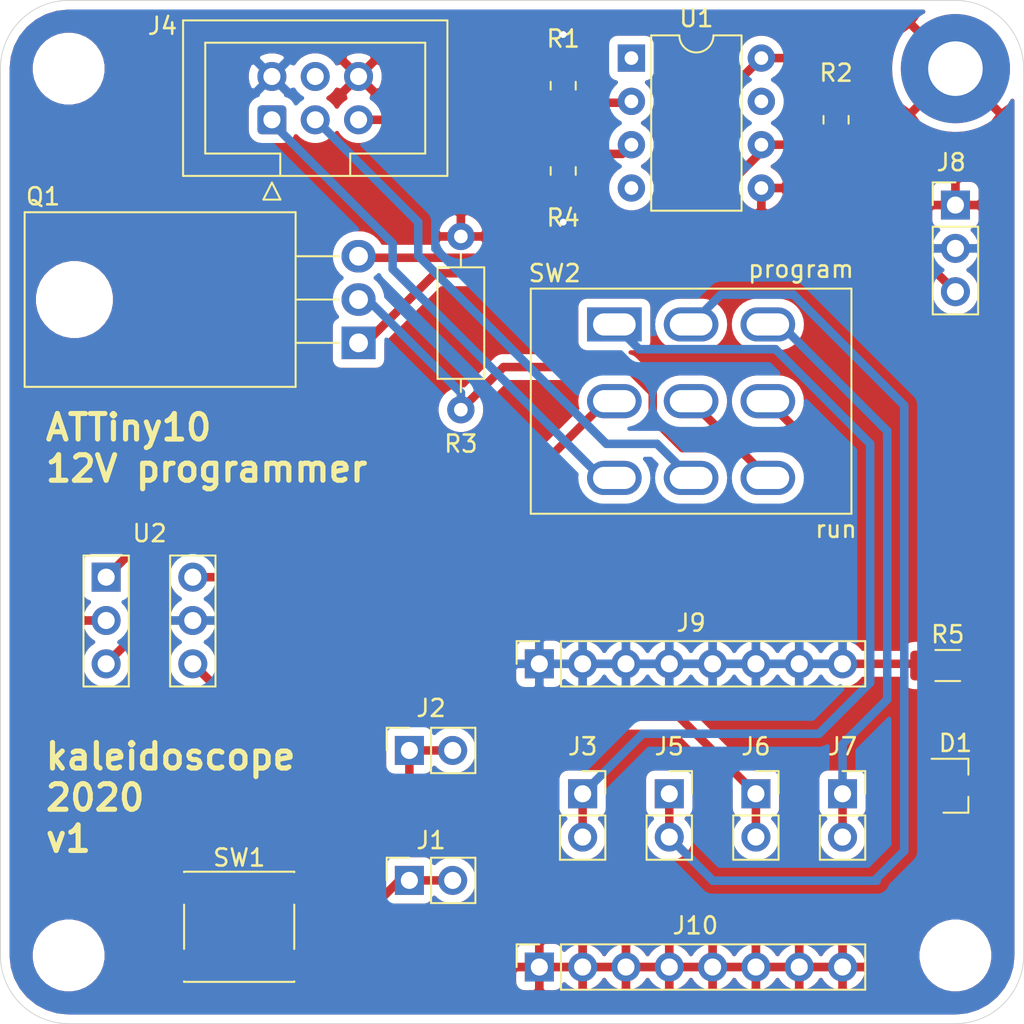
<source format=kicad_pcb>
(kicad_pcb (version 20171130) (host pcbnew "(5.1.8-0-10_14)")

  (general
    (thickness 1.6)
    (drawings 12)
    (tracks 107)
    (zones 0)
    (modules 25)
    (nets 24)
  )

  (page A4)
  (layers
    (0 F.Cu signal hide)
    (31 B.Cu signal)
    (32 B.Adhes user)
    (33 F.Adhes user)
    (34 B.Paste user)
    (35 F.Paste user)
    (36 B.SilkS user)
    (37 F.SilkS user)
    (38 B.Mask user)
    (39 F.Mask user)
    (40 Dwgs.User user)
    (41 Cmts.User user)
    (42 Eco1.User user)
    (43 Eco2.User user)
    (44 Edge.Cuts user)
    (45 Margin user)
    (46 B.CrtYd user)
    (47 F.CrtYd user)
    (48 B.Fab user)
    (49 F.Fab user)
  )

  (setup
    (last_trace_width 0.5)
    (trace_clearance 0.2)
    (zone_clearance 0.508)
    (zone_45_only no)
    (trace_min 0.2)
    (via_size 0.8)
    (via_drill 0.4)
    (via_min_size 0.4)
    (via_min_drill 0.3)
    (uvia_size 0.3)
    (uvia_drill 0.1)
    (uvias_allowed no)
    (uvia_min_size 0.2)
    (uvia_min_drill 0.1)
    (edge_width 0.05)
    (segment_width 0.2)
    (pcb_text_width 0.3)
    (pcb_text_size 1.5 1.5)
    (mod_edge_width 0.12)
    (mod_text_size 1 1)
    (mod_text_width 0.15)
    (pad_size 1.524 1.524)
    (pad_drill 0.762)
    (pad_to_mask_clearance 0)
    (aux_axis_origin 0 0)
    (visible_elements FFFFFF7F)
    (pcbplotparams
      (layerselection 0x010fc_ffffffff)
      (usegerberextensions false)
      (usegerberattributes true)
      (usegerberadvancedattributes true)
      (creategerberjobfile true)
      (excludeedgelayer true)
      (linewidth 0.100000)
      (plotframeref false)
      (viasonmask false)
      (mode 1)
      (useauxorigin false)
      (hpglpennumber 1)
      (hpglpenspeed 20)
      (hpglpendiameter 15.000000)
      (psnegative false)
      (psa4output false)
      (plotreference true)
      (plotvalue true)
      (plotinvisibletext false)
      (padsonsilk false)
      (subtractmaskfromsilk false)
      (outputformat 1)
      (mirror false)
      (drillshape 0)
      (scaleselection 1)
      (outputdirectory "output"))
  )

  (net 0 "")
  (net 1 GND)
  (net 2 "Net-(D1-Pad2)")
  (net 3 "Net-(J1-Pad1)")
  (net 4 "Net-(J2-Pad1)")
  (net 5 "Net-(J3-Pad1)")
  (net 6 "Net-(J4-Pad4)")
  (net 7 +5V)
  (net 8 "Net-(J4-Pad5)")
  (net 9 "Net-(J4-Pad3)")
  (net 10 "Net-(J4-Pad1)")
  (net 11 "Net-(J5-Pad1)")
  (net 12 "Net-(J6-Pad1)")
  (net 13 "Net-(J7-Pad1)")
  (net 14 +12V)
  (net 15 "Net-(Q1-Pad2)")
  (net 16 "Net-(Q1-Pad1)")
  (net 17 "Net-(R1-Pad2)")
  (net 18 "Net-(SW2-Pad8)")
  (net 19 "Net-(SW2-Pad5)")
  (net 20 "Net-(SW2-Pad2)")
  (net 21 "Net-(U1-Pad4)")
  (net 22 "Net-(U1-Pad7)")
  (net 23 "Net-(U1-Pad1)")

  (net_class Default "This is the default net class."
    (clearance 0.2)
    (trace_width 0.5)
    (via_dia 0.8)
    (via_drill 0.4)
    (uvia_dia 0.3)
    (uvia_drill 0.1)
    (add_net +12V)
    (add_net +5V)
    (add_net GND)
    (add_net "Net-(D1-Pad2)")
    (add_net "Net-(J1-Pad1)")
    (add_net "Net-(J2-Pad1)")
    (add_net "Net-(J3-Pad1)")
    (add_net "Net-(J4-Pad1)")
    (add_net "Net-(J4-Pad3)")
    (add_net "Net-(J4-Pad4)")
    (add_net "Net-(J4-Pad5)")
    (add_net "Net-(J5-Pad1)")
    (add_net "Net-(J6-Pad1)")
    (add_net "Net-(J7-Pad1)")
    (add_net "Net-(Q1-Pad1)")
    (add_net "Net-(Q1-Pad2)")
    (add_net "Net-(R1-Pad2)")
    (add_net "Net-(SW2-Pad2)")
    (add_net "Net-(SW2-Pad5)")
    (add_net "Net-(SW2-Pad8)")
    (add_net "Net-(U1-Pad1)")
    (add_net "Net-(U1-Pad4)")
    (add_net "Net-(U1-Pad7)")
  )

  (module Connector_PinHeader_2.54mm:PinHeader_1x03_P2.54mm_Vertical (layer F.Cu) (tedit 59FED5CC) (tstamp 5FCC5BA7)
    (at 126 62)
    (descr "Through hole straight pin header, 1x03, 2.54mm pitch, single row")
    (tags "Through hole pin header THT 1x03 2.54mm single row")
    (path /5FE37698)
    (fp_text reference J8 (at -0.25 -2.5) (layer F.SilkS)
      (effects (font (size 1 1) (thickness 0.15)))
    )
    (fp_text value Conn_01x03_Female (at 0 7.41) (layer F.Fab)
      (effects (font (size 1 1) (thickness 0.15)))
    )
    (fp_line (start 1.8 -1.8) (end -1.8 -1.8) (layer F.CrtYd) (width 0.05))
    (fp_line (start 1.8 6.85) (end 1.8 -1.8) (layer F.CrtYd) (width 0.05))
    (fp_line (start -1.8 6.85) (end 1.8 6.85) (layer F.CrtYd) (width 0.05))
    (fp_line (start -1.8 -1.8) (end -1.8 6.85) (layer F.CrtYd) (width 0.05))
    (fp_line (start -1.33 -1.33) (end 0 -1.33) (layer F.SilkS) (width 0.12))
    (fp_line (start -1.33 0) (end -1.33 -1.33) (layer F.SilkS) (width 0.12))
    (fp_line (start -1.33 1.27) (end 1.33 1.27) (layer F.SilkS) (width 0.12))
    (fp_line (start 1.33 1.27) (end 1.33 6.41) (layer F.SilkS) (width 0.12))
    (fp_line (start -1.33 1.27) (end -1.33 6.41) (layer F.SilkS) (width 0.12))
    (fp_line (start -1.33 6.41) (end 1.33 6.41) (layer F.SilkS) (width 0.12))
    (fp_line (start -1.27 -0.635) (end -0.635 -1.27) (layer F.Fab) (width 0.1))
    (fp_line (start -1.27 6.35) (end -1.27 -0.635) (layer F.Fab) (width 0.1))
    (fp_line (start 1.27 6.35) (end -1.27 6.35) (layer F.Fab) (width 0.1))
    (fp_line (start 1.27 -1.27) (end 1.27 6.35) (layer F.Fab) (width 0.1))
    (fp_line (start -0.635 -1.27) (end 1.27 -1.27) (layer F.Fab) (width 0.1))
    (fp_text user %R (at 0 2.54 90) (layer F.Fab)
      (effects (font (size 1 1) (thickness 0.15)))
    )
    (pad 3 thru_hole oval (at 0 5.08) (size 1.7 1.7) (drill 1) (layers *.Cu *.Mask)
      (net 14 +12V))
    (pad 2 thru_hole oval (at 0 2.54) (size 1.7 1.7) (drill 1) (layers *.Cu *.Mask)
      (net 7 +5V))
    (pad 1 thru_hole rect (at 0 0) (size 1.7 1.7) (drill 1) (layers *.Cu *.Mask)
      (net 1 GND))
    (model ${KISYS3DMOD}/Connector_PinHeader_2.54mm.3dshapes/PinHeader_1x03_P2.54mm_Vertical.wrl
      (at (xyz 0 0 0))
      (scale (xyz 1 1 1))
      (rotate (xyz 0 0 0))
    )
  )

  (module MountingHole:MountingHole_3.2mm_M3 (layer F.Cu) (tedit 56D1B4CB) (tstamp 5FCC2A81)
    (at 126 106)
    (descr "Mounting Hole 3.2mm, no annular, M3")
    (tags "mounting hole 3.2mm no annular m3")
    (attr virtual)
    (fp_text reference REF** (at 0 -4.2) (layer F.SilkS) hide
      (effects (font (size 1 1) (thickness 0.15)))
    )
    (fp_text value MountingHole_3.2mm_M3 (at 0 4.2) (layer F.Fab) hide
      (effects (font (size 1 1) (thickness 0.15)))
    )
    (fp_circle (center 0 0) (end 3.45 0) (layer F.CrtYd) (width 0.05))
    (fp_circle (center 0 0) (end 3.2 0) (layer Cmts.User) (width 0.15))
    (fp_text user %R (at 0.3 0) (layer F.Fab) hide
      (effects (font (size 1 1) (thickness 0.15)))
    )
    (pad 1 np_thru_hole circle (at 0 0) (size 3.2 3.2) (drill 3.2) (layers *.Cu *.Mask))
  )

  (module MountingHole:MountingHole_3.2mm_M3 (layer F.Cu) (tedit 56D1B4CB) (tstamp 5FCC2A5A)
    (at 74 106)
    (descr "Mounting Hole 3.2mm, no annular, M3")
    (tags "mounting hole 3.2mm no annular m3")
    (attr virtual)
    (fp_text reference REF** (at 0 -4.2) (layer F.SilkS) hide
      (effects (font (size 1 1) (thickness 0.15)))
    )
    (fp_text value MountingHole_3.2mm_M3 (at 0 4.2) (layer F.Fab) hide
      (effects (font (size 1 1) (thickness 0.15)))
    )
    (fp_circle (center 0 0) (end 3.45 0) (layer F.CrtYd) (width 0.05))
    (fp_circle (center 0 0) (end 3.2 0) (layer Cmts.User) (width 0.15))
    (fp_text user %R (at 0.3 0) (layer F.Fab) hide
      (effects (font (size 1 1) (thickness 0.15)))
    )
    (pad 1 np_thru_hole circle (at 0 0) (size 3.2 3.2) (drill 3.2) (layers *.Cu *.Mask))
  )

  (module MountingHole:MountingHole_3.2mm_M3 (layer F.Cu) (tedit 56D1B4CB) (tstamp 5FCC2A32)
    (at 74 54)
    (descr "Mounting Hole 3.2mm, no annular, M3")
    (tags "mounting hole 3.2mm no annular m3")
    (attr virtual)
    (fp_text reference REF** (at 0 -4.2) (layer F.SilkS) hide
      (effects (font (size 1 1) (thickness 0.15)))
    )
    (fp_text value MountingHole_3.2mm_M3 (at 0 4.2) (layer F.Fab) hide
      (effects (font (size 1 1) (thickness 0.15)))
    )
    (fp_circle (center 0 0) (end 3.45 0) (layer F.CrtYd) (width 0.05))
    (fp_circle (center 0 0) (end 3.2 0) (layer Cmts.User) (width 0.15))
    (fp_text user %R (at 0.3 0) (layer F.Fab) hide
      (effects (font (size 1 1) (thickness 0.15)))
    )
    (pad 1 np_thru_hole circle (at 0 0) (size 3.2 3.2) (drill 3.2) (layers *.Cu *.Mask))
  )

  (module MountingHole:MountingHole_3.2mm_M3_Pad (layer F.Cu) (tedit 56D1B4CB) (tstamp 5FCC22ED)
    (at 126 54)
    (descr "Mounting Hole 3.2mm, M3")
    (tags "mounting hole 3.2mm m3")
    (path /5FDDE3FD)
    (attr virtual)
    (fp_text reference H1 (at 1.5 -5.75) (layer F.SilkS) hide
      (effects (font (size 1 1) (thickness 0.15)))
    )
    (fp_text value MountingHole_Pad (at 0 4.2) (layer F.Fab)
      (effects (font (size 1 1) (thickness 0.15)))
    )
    (fp_circle (center 0 0) (end 3.45 0) (layer F.CrtYd) (width 0.05))
    (fp_circle (center 0 0) (end 3.2 0) (layer Cmts.User) (width 0.15))
    (fp_text user %R (at 0.3 0) (layer F.Fab)
      (effects (font (size 1 1) (thickness 0.15)))
    )
    (pad 1 thru_hole circle (at 0 0) (size 6.4 6.4) (drill 3.2) (layers *.Cu *.Mask)
      (net 1 GND))
  )

  (module tiny:pin-socket-02x03 (layer F.Cu) (tedit 5FCBF60B) (tstamp 5FCC1B5F)
    (at 76.3 83.82)
    (path /5FCBC18B)
    (fp_text reference U2 (at 2.45 -2.57) (layer F.SilkS)
      (effects (font (size 1 1) (thickness 0.15)))
    )
    (fp_text value ATtiny10 (at 2.794 7.874) (layer F.Fab)
      (effects (font (size 1 1) (thickness 0.15)))
    )
    (fp_line (start 6.73 6.85) (end 3.18 6.85) (layer F.CrtYd) (width 0.05))
    (fp_line (start 3.18 6.85) (end 3.18 -1.8) (layer F.CrtYd) (width 0.05))
    (fp_line (start 3.71 -1.27) (end 6.25 -1.27) (layer F.Fab) (width 0.1))
    (fp_line (start 6.25 -1.27) (end 6.25 6.35) (layer F.Fab) (width 0.1))
    (fp_line (start 6.25 6.35) (end 3.71 6.35) (layer F.Fab) (width 0.1))
    (fp_line (start 3.71 6.35) (end 3.71 -1.27) (layer F.Fab) (width 0.1))
    (fp_line (start 3.65 -1.27) (end 6.31 -1.27) (layer F.SilkS) (width 0.12))
    (fp_line (start 3.65 -1.27) (end 3.65 6.41) (layer F.SilkS) (width 0.12))
    (fp_line (start 3.65 6.41) (end 6.31 6.41) (layer F.SilkS) (width 0.12))
    (fp_line (start 6.31 -1.27) (end 6.31 6.41) (layer F.SilkS) (width 0.12))
    (fp_line (start 3.18 -1.8) (end 6.73 -1.8) (layer F.CrtYd) (width 0.05))
    (fp_line (start 6.73 -1.8) (end 6.73 6.85) (layer F.CrtYd) (width 0.05))
    (fp_line (start -1.37 -1.27) (end 1.17 -1.27) (layer F.Fab) (width 0.1))
    (fp_line (start 1.17 -1.27) (end 1.17 6.35) (layer F.Fab) (width 0.1))
    (fp_line (start 1.17 6.35) (end -1.37 6.35) (layer F.Fab) (width 0.1))
    (fp_line (start -1.37 6.35) (end -1.37 -1.27) (layer F.Fab) (width 0.1))
    (fp_line (start -1.43 -1.27) (end 1.23 -1.27) (layer F.SilkS) (width 0.12))
    (fp_line (start -1.43 -1.27) (end -1.43 6.41) (layer F.SilkS) (width 0.12))
    (fp_line (start -1.43 6.41) (end 1.23 6.41) (layer F.SilkS) (width 0.12))
    (fp_line (start 1.23 -1.27) (end 1.23 6.41) (layer F.SilkS) (width 0.12))
    (fp_line (start -1.9 -1.8) (end 1.65 -1.8) (layer F.CrtYd) (width 0.05))
    (fp_line (start 1.65 -1.8) (end 1.65 6.85) (layer F.CrtYd) (width 0.05))
    (fp_line (start 1.65 6.85) (end -1.9 6.85) (layer F.CrtYd) (width 0.05))
    (fp_line (start -1.9 6.85) (end -1.9 -1.8) (layer F.CrtYd) (width 0.05))
    (pad 6 thru_hole oval (at 4.98 0) (size 1.7 1.7) (drill 1) (layers *.Cu *.Mask)
      (net 18 "Net-(SW2-Pad8)"))
    (pad 4 thru_hole oval (at 4.98 5.08) (size 1.7 1.7) (drill 1) (layers *.Cu *.Mask)
      (net 12 "Net-(J6-Pad1)"))
    (pad 5 thru_hole oval (at 4.98 2.54) (size 1.7 1.7) (drill 1) (layers *.Cu *.Mask)
      (net 7 +5V))
    (pad 3 thru_hole oval (at -0.1 5.08) (size 1.7 1.7) (drill 1) (layers *.Cu *.Mask)
      (net 19 "Net-(SW2-Pad5)"))
    (pad 1 thru_hole rect (at -0.1 0) (size 1.7 1.7) (drill 1) (layers *.Cu *.Mask)
      (net 20 "Net-(SW2-Pad2)"))
    (pad 2 thru_hole oval (at -0.1 2.54) (size 1.7 1.7) (drill 1) (layers *.Cu *.Mask)
      (net 1 GND))
  )

  (module Package_DIP:DIP-8_W7.62mm (layer F.Cu) (tedit 5A02E8C5) (tstamp 5FCC4D02)
    (at 107 53.38)
    (descr "8-lead though-hole mounted DIP package, row spacing 7.62 mm (300 mils)")
    (tags "THT DIP DIL PDIP 2.54mm 7.62mm 300mil")
    (path /5FCEF19A)
    (fp_text reference U1 (at 3.81 -2.33) (layer F.SilkS)
      (effects (font (size 1 1) (thickness 0.15)))
    )
    (fp_text value 6N135 (at 3.81 9.95) (layer F.Fab)
      (effects (font (size 1 1) (thickness 0.15)))
    )
    (fp_line (start 8.7 -1.55) (end -1.1 -1.55) (layer F.CrtYd) (width 0.05))
    (fp_line (start 8.7 9.15) (end 8.7 -1.55) (layer F.CrtYd) (width 0.05))
    (fp_line (start -1.1 9.15) (end 8.7 9.15) (layer F.CrtYd) (width 0.05))
    (fp_line (start -1.1 -1.55) (end -1.1 9.15) (layer F.CrtYd) (width 0.05))
    (fp_line (start 6.46 -1.33) (end 4.81 -1.33) (layer F.SilkS) (width 0.12))
    (fp_line (start 6.46 8.95) (end 6.46 -1.33) (layer F.SilkS) (width 0.12))
    (fp_line (start 1.16 8.95) (end 6.46 8.95) (layer F.SilkS) (width 0.12))
    (fp_line (start 1.16 -1.33) (end 1.16 8.95) (layer F.SilkS) (width 0.12))
    (fp_line (start 2.81 -1.33) (end 1.16 -1.33) (layer F.SilkS) (width 0.12))
    (fp_line (start 0.635 -0.27) (end 1.635 -1.27) (layer F.Fab) (width 0.1))
    (fp_line (start 0.635 8.89) (end 0.635 -0.27) (layer F.Fab) (width 0.1))
    (fp_line (start 6.985 8.89) (end 0.635 8.89) (layer F.Fab) (width 0.1))
    (fp_line (start 6.985 -1.27) (end 6.985 8.89) (layer F.Fab) (width 0.1))
    (fp_line (start 1.635 -1.27) (end 6.985 -1.27) (layer F.Fab) (width 0.1))
    (fp_text user %R (at 3.81 3.81) (layer F.Fab)
      (effects (font (size 1 1) (thickness 0.15)))
    )
    (fp_arc (start 3.81 -1.33) (end 2.81 -1.33) (angle -180) (layer F.SilkS) (width 0.12))
    (pad 8 thru_hole oval (at 7.62 0) (size 1.6 1.6) (drill 0.8) (layers *.Cu *.Mask)
      (net 14 +12V))
    (pad 4 thru_hole oval (at 0 7.62) (size 1.6 1.6) (drill 0.8) (layers *.Cu *.Mask)
      (net 21 "Net-(U1-Pad4)"))
    (pad 7 thru_hole oval (at 7.62 2.54) (size 1.6 1.6) (drill 0.8) (layers *.Cu *.Mask)
      (net 22 "Net-(U1-Pad7)"))
    (pad 3 thru_hole oval (at 0 5.08) (size 1.6 1.6) (drill 0.8) (layers *.Cu *.Mask)
      (net 8 "Net-(J4-Pad5)"))
    (pad 6 thru_hole oval (at 7.62 5.08) (size 1.6 1.6) (drill 0.8) (layers *.Cu *.Mask)
      (net 16 "Net-(Q1-Pad1)"))
    (pad 2 thru_hole oval (at 0 2.54) (size 1.6 1.6) (drill 0.8) (layers *.Cu *.Mask)
      (net 17 "Net-(R1-Pad2)"))
    (pad 5 thru_hole oval (at 7.62 7.62) (size 1.6 1.6) (drill 0.8) (layers *.Cu *.Mask)
      (net 1 GND))
    (pad 1 thru_hole rect (at 0 0) (size 1.6 1.6) (drill 0.8) (layers *.Cu *.Mask)
      (net 23 "Net-(U1-Pad1)"))
    (model ${KISYS3DMOD}/Package_DIP.3dshapes/DIP-8_W7.62mm.wrl
      (at (xyz 0 0 0))
      (scale (xyz 1 1 1))
      (rotate (xyz 0 0 0))
    )
  )

  (module tiny:SW_TPDT (layer F.Cu) (tedit 5FCBE7A2) (tstamp 5FCC51E8)
    (at 106 69)
    (descr "FS5700 series pushbutton footswitch, DPDT, https://www.e-switch.com/system/asset/product_line/data_sheet/226/FS5700.pdf")
    (tags "switch DPDT footswitch")
    (path /5FCC4B87)
    (fp_text reference SW2 (at -3.5 -3) (layer F.SilkS)
      (effects (font (size 1 1) (thickness 0.15)))
    )
    (fp_text value SW_TPDT_x3 (at 5 12) (layer F.Fab)
      (effects (font (size 1 1) (thickness 0.15)))
    )
    (fp_line (start -5 11.2) (end -5 -2.2) (layer F.CrtYd) (width 0.12))
    (fp_line (start 14 11.2) (end -5 11.2) (layer F.CrtYd) (width 0.12))
    (fp_line (start 14 -2.2) (end 14 11.2) (layer F.CrtYd) (width 0.12))
    (fp_line (start -5 -2.2) (end 14 -2.2) (layer F.CrtYd) (width 0.12))
    (fp_line (start -4.9 11.1) (end -4.9 -2.1) (layer F.SilkS) (width 0.12))
    (fp_line (start 13.9 11.1) (end -4.9 11.1) (layer F.SilkS) (width 0.12))
    (fp_line (start 13.9 -2.1) (end 13.9 11.1) (layer F.SilkS) (width 0.12))
    (fp_line (start -4.9 -2.1) (end 13.9 -2.1) (layer F.SilkS) (width 0.12))
    (fp_line (start -4.75 10.95) (end -4.75 -1.95) (layer F.Fab) (width 0.12))
    (fp_line (start 13.75 10.95) (end -4.75 10.95) (layer F.Fab) (width 0.12))
    (fp_line (start 13.75 -1.95) (end 13.75 10.95) (layer F.Fab) (width 0.12))
    (fp_line (start -4.75 -1.95) (end 13.75 -1.95) (layer F.Fab) (width 0.12))
    (fp_text user %R (at 5.1 -2.9) (layer F.Fab)
      (effects (font (size 1 1) (thickness 0.15)))
    )
    (pad 4 thru_hole oval (at 4.5 0) (size 3.2 2) (drill oval 2.5 1.3) (layers *.Cu *.Mask)
      (net 11 "Net-(J5-Pad1)"))
    (pad 1 thru_hole rect (at 0 0) (size 3.2 2) (drill oval 2.5 1.3) (layers *.Cu *.Mask)
      (net 5 "Net-(J3-Pad1)"))
    (pad 7 thru_hole oval (at 9 0) (size 3.2 2) (drill oval 2.5 1.3) (layers *.Cu *.Mask)
      (net 13 "Net-(J7-Pad1)"))
    (pad 2 thru_hole oval (at 0 4.5) (size 3.2 2) (drill oval 2.5 1.3) (layers *.Cu *.Mask)
      (net 20 "Net-(SW2-Pad2)"))
    (pad 5 thru_hole oval (at 4.5 4.5) (size 3.2 2) (drill oval 2.5 1.3) (layers *.Cu *.Mask)
      (net 19 "Net-(SW2-Pad5)"))
    (pad 8 thru_hole oval (at 9 4.5) (size 3.2 2) (drill oval 2.5 1.3) (layers *.Cu *.Mask)
      (net 18 "Net-(SW2-Pad8)"))
    (pad 3 thru_hole oval (at 0 9) (size 3.2 2) (drill oval 2.5 1.3) (layers *.Cu *.Mask)
      (net 10 "Net-(J4-Pad1)"))
    (pad 9 thru_hole oval (at 9 9) (size 3.2 2) (drill oval 2.5 1.3) (layers *.Cu *.Mask)
      (net 15 "Net-(Q1-Pad2)"))
    (pad 6 thru_hole oval (at 4.5 9) (size 3.2 2) (drill oval 2.5 1.3) (layers *.Cu *.Mask)
      (net 9 "Net-(J4-Pad3)"))
    (model ${KISYS3DMOD}/Button_Switch_THT.3dshapes/SW_PUSH_E-Switch_FS5700DP_DPDT.wrl
      (at (xyz 0 0 0))
      (scale (xyz 1 1 1))
      (rotate (xyz 0 0 0))
    )
  )

  (module Button_Switch_SMD:SW_Push_1P1T_NO_6x6mm_H9.5mm (layer F.Cu) (tedit 5CA1CA7F) (tstamp 5FCC1B07)
    (at 84 104.32)
    (descr "tactile push button, 6x6mm e.g. PTS645xx series, height=9.5mm")
    (tags "tact sw push 6mm smd")
    (path /5FD187A6)
    (attr smd)
    (fp_text reference SW1 (at 0 -4.05) (layer F.SilkS)
      (effects (font (size 1 1) (thickness 0.15)))
    )
    (fp_text value SW_Push (at 0 4.15) (layer F.Fab)
      (effects (font (size 1 1) (thickness 0.15)))
    )
    (fp_circle (center 0 0) (end 1.75 -0.05) (layer F.Fab) (width 0.1))
    (fp_line (start -3.23 3.23) (end 3.23 3.23) (layer F.SilkS) (width 0.12))
    (fp_line (start -3.23 -1.3) (end -3.23 1.3) (layer F.SilkS) (width 0.12))
    (fp_line (start -3.23 -3.23) (end 3.23 -3.23) (layer F.SilkS) (width 0.12))
    (fp_line (start 3.23 -1.3) (end 3.23 1.3) (layer F.SilkS) (width 0.12))
    (fp_line (start -3.23 -3.2) (end -3.23 -3.23) (layer F.SilkS) (width 0.12))
    (fp_line (start -3.23 3.23) (end -3.23 3.2) (layer F.SilkS) (width 0.12))
    (fp_line (start 3.23 3.23) (end 3.23 3.2) (layer F.SilkS) (width 0.12))
    (fp_line (start 3.23 -3.23) (end 3.23 -3.2) (layer F.SilkS) (width 0.12))
    (fp_line (start -5 -3.25) (end 5 -3.25) (layer F.CrtYd) (width 0.05))
    (fp_line (start -5 3.25) (end 5 3.25) (layer F.CrtYd) (width 0.05))
    (fp_line (start -5 -3.25) (end -5 3.25) (layer F.CrtYd) (width 0.05))
    (fp_line (start 5 3.25) (end 5 -3.25) (layer F.CrtYd) (width 0.05))
    (fp_line (start 3 -3) (end -3 -3) (layer F.Fab) (width 0.1))
    (fp_line (start 3 3) (end 3 -3) (layer F.Fab) (width 0.1))
    (fp_line (start -3 3) (end 3 3) (layer F.Fab) (width 0.1))
    (fp_line (start -3 -3) (end -3 3) (layer F.Fab) (width 0.1))
    (fp_text user %R (at 0 -4.05) (layer F.Fab)
      (effects (font (size 1 1) (thickness 0.15)))
    )
    (pad 2 smd rect (at 3.975 2.25) (size 1.55 1.3) (layers F.Cu F.Paste F.Mask)
      (net 3 "Net-(J1-Pad1)"))
    (pad 1 smd rect (at 3.975 -2.25) (size 1.55 1.3) (layers F.Cu F.Paste F.Mask)
      (net 4 "Net-(J2-Pad1)"))
    (pad 1 smd rect (at -3.975 -2.25) (size 1.55 1.3) (layers F.Cu F.Paste F.Mask)
      (net 4 "Net-(J2-Pad1)"))
    (pad 2 smd rect (at -3.975 2.25) (size 1.55 1.3) (layers F.Cu F.Paste F.Mask)
      (net 3 "Net-(J1-Pad1)"))
    (model ${KISYS3DMOD}/Button_Switch_SMD.3dshapes/SW_PUSH_6mm_H9.5mm.wrl
      (at (xyz 0 0 0))
      (scale (xyz 1 1 1))
      (rotate (xyz 0 0 0))
    )
  )

  (module Resistor_SMD:R_1206_3216Metric_Pad1.30x1.75mm_HandSolder (layer F.Cu) (tedit 5F68FEEE) (tstamp 5FCC1AED)
    (at 125.55 89)
    (descr "Resistor SMD 1206 (3216 Metric), square (rectangular) end terminal, IPC_7351 nominal with elongated pad for handsoldering. (Body size source: IPC-SM-782 page 72, https://www.pcb-3d.com/wordpress/wp-content/uploads/ipc-sm-782a_amendment_1_and_2.pdf), generated with kicad-footprint-generator")
    (tags "resistor handsolder")
    (path /5FCC0E5D)
    (attr smd)
    (fp_text reference R5 (at 0 -1.82) (layer F.SilkS)
      (effects (font (size 1 1) (thickness 0.15)))
    )
    (fp_text value 1k (at 0 1.82) (layer F.Fab)
      (effects (font (size 1 1) (thickness 0.15)))
    )
    (fp_line (start 2.45 1.12) (end -2.45 1.12) (layer F.CrtYd) (width 0.05))
    (fp_line (start 2.45 -1.12) (end 2.45 1.12) (layer F.CrtYd) (width 0.05))
    (fp_line (start -2.45 -1.12) (end 2.45 -1.12) (layer F.CrtYd) (width 0.05))
    (fp_line (start -2.45 1.12) (end -2.45 -1.12) (layer F.CrtYd) (width 0.05))
    (fp_line (start -0.727064 0.91) (end 0.727064 0.91) (layer F.SilkS) (width 0.12))
    (fp_line (start -0.727064 -0.91) (end 0.727064 -0.91) (layer F.SilkS) (width 0.12))
    (fp_line (start 1.6 0.8) (end -1.6 0.8) (layer F.Fab) (width 0.1))
    (fp_line (start 1.6 -0.8) (end 1.6 0.8) (layer F.Fab) (width 0.1))
    (fp_line (start -1.6 -0.8) (end 1.6 -0.8) (layer F.Fab) (width 0.1))
    (fp_line (start -1.6 0.8) (end -1.6 -0.8) (layer F.Fab) (width 0.1))
    (fp_text user %R (at 0 0) (layer F.Fab)
      (effects (font (size 0.8 0.8) (thickness 0.12)))
    )
    (pad 2 smd roundrect (at 1.55 0) (size 1.3 1.75) (layers F.Cu F.Paste F.Mask) (roundrect_rratio 0.1923076923076923)
      (net 2 "Net-(D1-Pad2)"))
    (pad 1 smd roundrect (at -1.55 0) (size 1.3 1.75) (layers F.Cu F.Paste F.Mask) (roundrect_rratio 0.1923076923076923)
      (net 7 +5V))
    (model ${KISYS3DMOD}/Resistor_SMD.3dshapes/R_1206_3216Metric.wrl
      (at (xyz 0 0 0))
      (scale (xyz 1 1 1))
      (rotate (xyz 0 0 0))
    )
  )

  (module Resistor_SMD:R_0805_2012Metric_Pad1.20x1.40mm_HandSolder (layer F.Cu) (tedit 5F68FEEE) (tstamp 5FCC6DE8)
    (at 103 60 90)
    (descr "Resistor SMD 0805 (2012 Metric), square (rectangular) end terminal, IPC_7351 nominal with elongated pad for handsoldering. (Body size source: IPC-SM-782 page 72, https://www.pcb-3d.com/wordpress/wp-content/uploads/ipc-sm-782a_amendment_1_and_2.pdf), generated with kicad-footprint-generator")
    (tags "resistor handsolder")
    (path /5FD0884C)
    (attr smd)
    (fp_text reference R4 (at -2.75 0 180) (layer F.SilkS)
      (effects (font (size 1 1) (thickness 0.15)))
    )
    (fp_text value 10k (at 0 1.65 90) (layer F.Fab)
      (effects (font (size 1 1) (thickness 0.15)))
    )
    (fp_line (start 1.85 0.95) (end -1.85 0.95) (layer F.CrtYd) (width 0.05))
    (fp_line (start 1.85 -0.95) (end 1.85 0.95) (layer F.CrtYd) (width 0.05))
    (fp_line (start -1.85 -0.95) (end 1.85 -0.95) (layer F.CrtYd) (width 0.05))
    (fp_line (start -1.85 0.95) (end -1.85 -0.95) (layer F.CrtYd) (width 0.05))
    (fp_line (start -0.227064 0.735) (end 0.227064 0.735) (layer F.SilkS) (width 0.12))
    (fp_line (start -0.227064 -0.735) (end 0.227064 -0.735) (layer F.SilkS) (width 0.12))
    (fp_line (start 1 0.625) (end -1 0.625) (layer F.Fab) (width 0.1))
    (fp_line (start 1 -0.625) (end 1 0.625) (layer F.Fab) (width 0.1))
    (fp_line (start -1 -0.625) (end 1 -0.625) (layer F.Fab) (width 0.1))
    (fp_line (start -1 0.625) (end -1 -0.625) (layer F.Fab) (width 0.1))
    (fp_text user %R (at 0 0 90) (layer F.Fab)
      (effects (font (size 0.5 0.5) (thickness 0.08)))
    )
    (pad 2 smd roundrect (at 1 0 90) (size 1.2 1.4) (layers F.Cu F.Paste F.Mask) (roundrect_rratio 0.2083325)
      (net 8 "Net-(J4-Pad5)"))
    (pad 1 smd roundrect (at -1 0 90) (size 1.2 1.4) (layers F.Cu F.Paste F.Mask) (roundrect_rratio 0.2083325)
      (net 7 +5V))
    (model ${KISYS3DMOD}/Resistor_SMD.3dshapes/R_0805_2012Metric.wrl
      (at (xyz 0 0 0))
      (scale (xyz 1 1 1))
      (rotate (xyz 0 0 0))
    )
  )

  (module Resistor_THT:R_Axial_DIN0207_L6.3mm_D2.5mm_P10.16mm_Horizontal (layer F.Cu) (tedit 5AE5139B) (tstamp 5FCC1ACB)
    (at 97 74 90)
    (descr "Resistor, Axial_DIN0207 series, Axial, Horizontal, pin pitch=10.16mm, 0.25W = 1/4W, length*diameter=6.3*2.5mm^2, http://cdn-reichelt.de/documents/datenblatt/B400/1_4W%23YAG.pdf")
    (tags "Resistor Axial_DIN0207 series Axial Horizontal pin pitch 10.16mm 0.25W = 1/4W length 6.3mm diameter 2.5mm")
    (path /5FD048C6)
    (fp_text reference R3 (at -2 0 180) (layer F.SilkS)
      (effects (font (size 1 1) (thickness 0.15)))
    )
    (fp_text value 1k (at 5.08 2.37 90) (layer F.Fab)
      (effects (font (size 1 1) (thickness 0.15)))
    )
    (fp_line (start 11.21 -1.5) (end -1.05 -1.5) (layer F.CrtYd) (width 0.05))
    (fp_line (start 11.21 1.5) (end 11.21 -1.5) (layer F.CrtYd) (width 0.05))
    (fp_line (start -1.05 1.5) (end 11.21 1.5) (layer F.CrtYd) (width 0.05))
    (fp_line (start -1.05 -1.5) (end -1.05 1.5) (layer F.CrtYd) (width 0.05))
    (fp_line (start 9.12 0) (end 8.35 0) (layer F.SilkS) (width 0.12))
    (fp_line (start 1.04 0) (end 1.81 0) (layer F.SilkS) (width 0.12))
    (fp_line (start 8.35 -1.37) (end 1.81 -1.37) (layer F.SilkS) (width 0.12))
    (fp_line (start 8.35 1.37) (end 8.35 -1.37) (layer F.SilkS) (width 0.12))
    (fp_line (start 1.81 1.37) (end 8.35 1.37) (layer F.SilkS) (width 0.12))
    (fp_line (start 1.81 -1.37) (end 1.81 1.37) (layer F.SilkS) (width 0.12))
    (fp_line (start 10.16 0) (end 8.23 0) (layer F.Fab) (width 0.1))
    (fp_line (start 0 0) (end 1.93 0) (layer F.Fab) (width 0.1))
    (fp_line (start 8.23 -1.25) (end 1.93 -1.25) (layer F.Fab) (width 0.1))
    (fp_line (start 8.23 1.25) (end 8.23 -1.25) (layer F.Fab) (width 0.1))
    (fp_line (start 1.93 1.25) (end 8.23 1.25) (layer F.Fab) (width 0.1))
    (fp_line (start 1.93 -1.25) (end 1.93 1.25) (layer F.Fab) (width 0.1))
    (fp_text user %R (at 5.08 0 90) (layer F.Fab)
      (effects (font (size 1 1) (thickness 0.15)))
    )
    (pad 2 thru_hole oval (at 10.16 0 90) (size 1.6 1.6) (drill 0.8) (layers *.Cu *.Mask)
      (net 1 GND))
    (pad 1 thru_hole circle (at 0 0 90) (size 1.6 1.6) (drill 0.8) (layers *.Cu *.Mask)
      (net 15 "Net-(Q1-Pad2)"))
    (model ${KISYS3DMOD}/Resistor_THT.3dshapes/R_Axial_DIN0207_L6.3mm_D2.5mm_P10.16mm_Horizontal.wrl
      (at (xyz 0 0 0))
      (scale (xyz 1 1 1))
      (rotate (xyz 0 0 0))
    )
  )

  (module Resistor_SMD:R_0805_2012Metric_Pad1.20x1.40mm_HandSolder (layer F.Cu) (tedit 5F68FEEE) (tstamp 5FCC1AB4)
    (at 119 57 270)
    (descr "Resistor SMD 0805 (2012 Metric), square (rectangular) end terminal, IPC_7351 nominal with elongated pad for handsoldering. (Body size source: IPC-SM-782 page 72, https://www.pcb-3d.com/wordpress/wp-content/uploads/ipc-sm-782a_amendment_1_and_2.pdf), generated with kicad-footprint-generator")
    (tags "resistor handsolder")
    (path /5FCF93CF)
    (attr smd)
    (fp_text reference R2 (at -2.75 0 180) (layer F.SilkS)
      (effects (font (size 1 1) (thickness 0.15)))
    )
    (fp_text value 10k (at 0 1.65 90) (layer F.Fab)
      (effects (font (size 1 1) (thickness 0.15)))
    )
    (fp_line (start 1.85 0.95) (end -1.85 0.95) (layer F.CrtYd) (width 0.05))
    (fp_line (start 1.85 -0.95) (end 1.85 0.95) (layer F.CrtYd) (width 0.05))
    (fp_line (start -1.85 -0.95) (end 1.85 -0.95) (layer F.CrtYd) (width 0.05))
    (fp_line (start -1.85 0.95) (end -1.85 -0.95) (layer F.CrtYd) (width 0.05))
    (fp_line (start -0.227064 0.735) (end 0.227064 0.735) (layer F.SilkS) (width 0.12))
    (fp_line (start -0.227064 -0.735) (end 0.227064 -0.735) (layer F.SilkS) (width 0.12))
    (fp_line (start 1 0.625) (end -1 0.625) (layer F.Fab) (width 0.1))
    (fp_line (start 1 -0.625) (end 1 0.625) (layer F.Fab) (width 0.1))
    (fp_line (start -1 -0.625) (end 1 -0.625) (layer F.Fab) (width 0.1))
    (fp_line (start -1 0.625) (end -1 -0.625) (layer F.Fab) (width 0.1))
    (fp_text user %R (at 0 0 90) (layer F.Fab)
      (effects (font (size 0.5 0.5) (thickness 0.08)))
    )
    (pad 2 smd roundrect (at 1 0 270) (size 1.2 1.4) (layers F.Cu F.Paste F.Mask) (roundrect_rratio 0.2083325)
      (net 16 "Net-(Q1-Pad1)"))
    (pad 1 smd roundrect (at -1 0 270) (size 1.2 1.4) (layers F.Cu F.Paste F.Mask) (roundrect_rratio 0.2083325)
      (net 14 +12V))
    (model ${KISYS3DMOD}/Resistor_SMD.3dshapes/R_0805_2012Metric.wrl
      (at (xyz 0 0 0))
      (scale (xyz 1 1 1))
      (rotate (xyz 0 0 0))
    )
  )

  (module Resistor_SMD:R_0805_2012Metric_Pad1.20x1.40mm_HandSolder (layer F.Cu) (tedit 5F68FEEE) (tstamp 5FCC1AA3)
    (at 103 55 270)
    (descr "Resistor SMD 0805 (2012 Metric), square (rectangular) end terminal, IPC_7351 nominal with elongated pad for handsoldering. (Body size source: IPC-SM-782 page 72, https://www.pcb-3d.com/wordpress/wp-content/uploads/ipc-sm-782a_amendment_1_and_2.pdf), generated with kicad-footprint-generator")
    (tags "resistor handsolder")
    (path /5FCF2DF1)
    (attr smd)
    (fp_text reference R1 (at -2.75 0 180) (layer F.SilkS)
      (effects (font (size 1 1) (thickness 0.15)))
    )
    (fp_text value 220 (at 0 1.65 90) (layer F.Fab)
      (effects (font (size 1 1) (thickness 0.15)))
    )
    (fp_line (start 1.85 0.95) (end -1.85 0.95) (layer F.CrtYd) (width 0.05))
    (fp_line (start 1.85 -0.95) (end 1.85 0.95) (layer F.CrtYd) (width 0.05))
    (fp_line (start -1.85 -0.95) (end 1.85 -0.95) (layer F.CrtYd) (width 0.05))
    (fp_line (start -1.85 0.95) (end -1.85 -0.95) (layer F.CrtYd) (width 0.05))
    (fp_line (start -0.227064 0.735) (end 0.227064 0.735) (layer F.SilkS) (width 0.12))
    (fp_line (start -0.227064 -0.735) (end 0.227064 -0.735) (layer F.SilkS) (width 0.12))
    (fp_line (start 1 0.625) (end -1 0.625) (layer F.Fab) (width 0.1))
    (fp_line (start 1 -0.625) (end 1 0.625) (layer F.Fab) (width 0.1))
    (fp_line (start -1 -0.625) (end 1 -0.625) (layer F.Fab) (width 0.1))
    (fp_line (start -1 0.625) (end -1 -0.625) (layer F.Fab) (width 0.1))
    (fp_text user %R (at 0 0 90) (layer F.Fab)
      (effects (font (size 0.5 0.5) (thickness 0.08)))
    )
    (pad 2 smd roundrect (at 1 0 270) (size 1.2 1.4) (layers F.Cu F.Paste F.Mask) (roundrect_rratio 0.2083325)
      (net 17 "Net-(R1-Pad2)"))
    (pad 1 smd roundrect (at -1 0 270) (size 1.2 1.4) (layers F.Cu F.Paste F.Mask) (roundrect_rratio 0.2083325)
      (net 7 +5V))
    (model ${KISYS3DMOD}/Resistor_SMD.3dshapes/R_0805_2012Metric.wrl
      (at (xyz 0 0 0))
      (scale (xyz 1 1 1))
      (rotate (xyz 0 0 0))
    )
  )

  (module Package_TO_SOT_THT:TO-220-3_Horizontal_TabDown (layer F.Cu) (tedit 5AC8BA0D) (tstamp 5FCC1A92)
    (at 91 70.08 90)
    (descr "TO-220-3, Horizontal, RM 2.54mm, see https://www.vishay.com/docs/66542/to-220-1.pdf")
    (tags "TO-220-3 Horizontal RM 2.54mm")
    (path /5FD16806)
    (fp_text reference Q1 (at 8.58 -18.5 180) (layer F.SilkS)
      (effects (font (size 1 1) (thickness 0.15)))
    )
    (fp_text value 2SA968 (at 2.54 2 90) (layer F.Fab)
      (effects (font (size 1 1) (thickness 0.15)))
    )
    (fp_line (start 7.79 -19.71) (end -2.71 -19.71) (layer F.CrtYd) (width 0.05))
    (fp_line (start 7.79 1.25) (end 7.79 -19.71) (layer F.CrtYd) (width 0.05))
    (fp_line (start -2.71 1.25) (end 7.79 1.25) (layer F.CrtYd) (width 0.05))
    (fp_line (start -2.71 -19.71) (end -2.71 1.25) (layer F.CrtYd) (width 0.05))
    (fp_line (start 5.08 -3.69) (end 5.08 -1.15) (layer F.SilkS) (width 0.12))
    (fp_line (start 2.54 -3.69) (end 2.54 -1.15) (layer F.SilkS) (width 0.12))
    (fp_line (start 0 -3.69) (end 0 -1.15) (layer F.SilkS) (width 0.12))
    (fp_line (start 7.66 -19.58) (end 7.66 -3.69) (layer F.SilkS) (width 0.12))
    (fp_line (start -2.58 -19.58) (end -2.58 -3.69) (layer F.SilkS) (width 0.12))
    (fp_line (start -2.58 -19.58) (end 7.66 -19.58) (layer F.SilkS) (width 0.12))
    (fp_line (start -2.58 -3.69) (end 7.66 -3.69) (layer F.SilkS) (width 0.12))
    (fp_line (start 5.08 -3.81) (end 5.08 0) (layer F.Fab) (width 0.1))
    (fp_line (start 2.54 -3.81) (end 2.54 0) (layer F.Fab) (width 0.1))
    (fp_line (start 0 -3.81) (end 0 0) (layer F.Fab) (width 0.1))
    (fp_line (start 7.54 -3.81) (end -2.46 -3.81) (layer F.Fab) (width 0.1))
    (fp_line (start 7.54 -13.06) (end 7.54 -3.81) (layer F.Fab) (width 0.1))
    (fp_line (start -2.46 -13.06) (end 7.54 -13.06) (layer F.Fab) (width 0.1))
    (fp_line (start -2.46 -3.81) (end -2.46 -13.06) (layer F.Fab) (width 0.1))
    (fp_line (start 7.54 -13.06) (end -2.46 -13.06) (layer F.Fab) (width 0.1))
    (fp_line (start 7.54 -19.46) (end 7.54 -13.06) (layer F.Fab) (width 0.1))
    (fp_line (start -2.46 -19.46) (end 7.54 -19.46) (layer F.Fab) (width 0.1))
    (fp_line (start -2.46 -13.06) (end -2.46 -19.46) (layer F.Fab) (width 0.1))
    (fp_circle (center 2.54 -16.66) (end 4.39 -16.66) (layer F.Fab) (width 0.1))
    (fp_text user %R (at 2.54 -20.58 90) (layer F.Fab)
      (effects (font (size 1 1) (thickness 0.15)))
    )
    (pad 3 thru_hole oval (at 5.08 0 90) (size 1.905 2) (drill 1.1) (layers *.Cu *.Mask)
      (net 14 +12V))
    (pad 2 thru_hole oval (at 2.54 0 90) (size 1.905 2) (drill 1.1) (layers *.Cu *.Mask)
      (net 15 "Net-(Q1-Pad2)"))
    (pad 1 thru_hole rect (at 0 0 90) (size 1.905 2) (drill 1.1) (layers *.Cu *.Mask)
      (net 16 "Net-(Q1-Pad1)"))
    (pad "" np_thru_hole oval (at 2.54 -16.66 90) (size 3.5 3.5) (drill 3.5) (layers *.Cu *.Mask))
    (model ${KISYS3DMOD}/Package_TO_SOT_THT.3dshapes/TO-220-3_Horizontal_TabDown.wrl
      (at (xyz 0 0 0))
      (scale (xyz 1 1 1))
      (rotate (xyz 0 0 0))
    )
  )

  (module Connector_PinSocket_2.54mm:PinSocket_1x08_P2.54mm_Vertical (layer F.Cu) (tedit 5A19A420) (tstamp 5FCC1A48)
    (at 101.6 106.68 90)
    (descr "Through hole straight socket strip, 1x08, 2.54mm pitch, single row (from Kicad 4.0.7), script generated")
    (tags "Through hole socket strip THT 1x08 2.54mm single row")
    (path /5FD3413A)
    (fp_text reference J10 (at 2.43 9.15 180) (layer F.SilkS)
      (effects (font (size 1 1) (thickness 0.15)))
    )
    (fp_text value GND (at 0 20.55 90) (layer F.Fab)
      (effects (font (size 1 1) (thickness 0.15)))
    )
    (fp_line (start -1.8 19.55) (end -1.8 -1.8) (layer F.CrtYd) (width 0.05))
    (fp_line (start 1.75 19.55) (end -1.8 19.55) (layer F.CrtYd) (width 0.05))
    (fp_line (start 1.75 -1.8) (end 1.75 19.55) (layer F.CrtYd) (width 0.05))
    (fp_line (start -1.8 -1.8) (end 1.75 -1.8) (layer F.CrtYd) (width 0.05))
    (fp_line (start 0 -1.33) (end 1.33 -1.33) (layer F.SilkS) (width 0.12))
    (fp_line (start 1.33 -1.33) (end 1.33 0) (layer F.SilkS) (width 0.12))
    (fp_line (start 1.33 1.27) (end 1.33 19.11) (layer F.SilkS) (width 0.12))
    (fp_line (start -1.33 19.11) (end 1.33 19.11) (layer F.SilkS) (width 0.12))
    (fp_line (start -1.33 1.27) (end -1.33 19.11) (layer F.SilkS) (width 0.12))
    (fp_line (start -1.33 1.27) (end 1.33 1.27) (layer F.SilkS) (width 0.12))
    (fp_line (start -1.27 19.05) (end -1.27 -1.27) (layer F.Fab) (width 0.1))
    (fp_line (start 1.27 19.05) (end -1.27 19.05) (layer F.Fab) (width 0.1))
    (fp_line (start 1.27 -0.635) (end 1.27 19.05) (layer F.Fab) (width 0.1))
    (fp_line (start 0.635 -1.27) (end 1.27 -0.635) (layer F.Fab) (width 0.1))
    (fp_line (start -1.27 -1.27) (end 0.635 -1.27) (layer F.Fab) (width 0.1))
    (fp_text user %R (at 0 8.89) (layer F.Fab)
      (effects (font (size 1 1) (thickness 0.15)))
    )
    (pad 8 thru_hole oval (at 0 17.78 90) (size 1.7 1.7) (drill 1) (layers *.Cu *.Mask)
      (net 1 GND))
    (pad 7 thru_hole oval (at 0 15.24 90) (size 1.7 1.7) (drill 1) (layers *.Cu *.Mask)
      (net 1 GND))
    (pad 6 thru_hole oval (at 0 12.7 90) (size 1.7 1.7) (drill 1) (layers *.Cu *.Mask)
      (net 1 GND))
    (pad 5 thru_hole oval (at 0 10.16 90) (size 1.7 1.7) (drill 1) (layers *.Cu *.Mask)
      (net 1 GND))
    (pad 4 thru_hole oval (at 0 7.62 90) (size 1.7 1.7) (drill 1) (layers *.Cu *.Mask)
      (net 1 GND))
    (pad 3 thru_hole oval (at 0 5.08 90) (size 1.7 1.7) (drill 1) (layers *.Cu *.Mask)
      (net 1 GND))
    (pad 2 thru_hole oval (at 0 2.54 90) (size 1.7 1.7) (drill 1) (layers *.Cu *.Mask)
      (net 1 GND))
    (pad 1 thru_hole rect (at 0 0 90) (size 1.7 1.7) (drill 1) (layers *.Cu *.Mask)
      (net 1 GND))
    (model ${KISYS3DMOD}/Connector_PinSocket_2.54mm.3dshapes/PinSocket_1x08_P2.54mm_Vertical.wrl
      (at (xyz 0 0 0))
      (scale (xyz 1 1 1))
      (rotate (xyz 0 0 0))
    )
  )

  (module Connector_PinSocket_2.54mm:PinSocket_1x08_P2.54mm_Vertical (layer F.Cu) (tedit 5A19A420) (tstamp 5FCC1A2C)
    (at 101.6 88.9 90)
    (descr "Through hole straight socket strip, 1x08, 2.54mm pitch, single row (from Kicad 4.0.7), script generated")
    (tags "Through hole socket strip THT 1x08 2.54mm single row")
    (path /5FD4293E)
    (fp_text reference J9 (at 2.4 8.9 180) (layer F.SilkS)
      (effects (font (size 1 1) (thickness 0.15)))
    )
    (fp_text value VCC (at 0 20.55 90) (layer F.Fab)
      (effects (font (size 1 1) (thickness 0.15)))
    )
    (fp_line (start -1.8 19.55) (end -1.8 -1.8) (layer F.CrtYd) (width 0.05))
    (fp_line (start 1.75 19.55) (end -1.8 19.55) (layer F.CrtYd) (width 0.05))
    (fp_line (start 1.75 -1.8) (end 1.75 19.55) (layer F.CrtYd) (width 0.05))
    (fp_line (start -1.8 -1.8) (end 1.75 -1.8) (layer F.CrtYd) (width 0.05))
    (fp_line (start 0 -1.33) (end 1.33 -1.33) (layer F.SilkS) (width 0.12))
    (fp_line (start 1.33 -1.33) (end 1.33 0) (layer F.SilkS) (width 0.12))
    (fp_line (start 1.33 1.27) (end 1.33 19.11) (layer F.SilkS) (width 0.12))
    (fp_line (start -1.33 19.11) (end 1.33 19.11) (layer F.SilkS) (width 0.12))
    (fp_line (start -1.33 1.27) (end -1.33 19.11) (layer F.SilkS) (width 0.12))
    (fp_line (start -1.33 1.27) (end 1.33 1.27) (layer F.SilkS) (width 0.12))
    (fp_line (start -1.27 19.05) (end -1.27 -1.27) (layer F.Fab) (width 0.1))
    (fp_line (start 1.27 19.05) (end -1.27 19.05) (layer F.Fab) (width 0.1))
    (fp_line (start 1.27 -0.635) (end 1.27 19.05) (layer F.Fab) (width 0.1))
    (fp_line (start 0.635 -1.27) (end 1.27 -0.635) (layer F.Fab) (width 0.1))
    (fp_line (start -1.27 -1.27) (end 0.635 -1.27) (layer F.Fab) (width 0.1))
    (fp_text user %R (at 0 8.89) (layer F.Fab)
      (effects (font (size 1 1) (thickness 0.15)))
    )
    (pad 8 thru_hole oval (at 0 17.78 90) (size 1.7 1.7) (drill 1) (layers *.Cu *.Mask)
      (net 7 +5V))
    (pad 7 thru_hole oval (at 0 15.24 90) (size 1.7 1.7) (drill 1) (layers *.Cu *.Mask)
      (net 7 +5V))
    (pad 6 thru_hole oval (at 0 12.7 90) (size 1.7 1.7) (drill 1) (layers *.Cu *.Mask)
      (net 7 +5V))
    (pad 5 thru_hole oval (at 0 10.16 90) (size 1.7 1.7) (drill 1) (layers *.Cu *.Mask)
      (net 7 +5V))
    (pad 4 thru_hole oval (at 0 7.62 90) (size 1.7 1.7) (drill 1) (layers *.Cu *.Mask)
      (net 7 +5V))
    (pad 3 thru_hole oval (at 0 5.08 90) (size 1.7 1.7) (drill 1) (layers *.Cu *.Mask)
      (net 7 +5V))
    (pad 2 thru_hole oval (at 0 2.54 90) (size 1.7 1.7) (drill 1) (layers *.Cu *.Mask)
      (net 7 +5V))
    (pad 1 thru_hole rect (at 0 0 90) (size 1.7 1.7) (drill 1) (layers *.Cu *.Mask)
      (net 7 +5V))
    (model ${KISYS3DMOD}/Connector_PinSocket_2.54mm.3dshapes/PinSocket_1x08_P2.54mm_Vertical.wrl
      (at (xyz 0 0 0))
      (scale (xyz 1 1 1))
      (rotate (xyz 0 0 0))
    )
  )

  (module Connector_PinSocket_2.54mm:PinSocket_1x02_P2.54mm_Vertical (layer F.Cu) (tedit 5A19A420) (tstamp 5FCC19FB)
    (at 119.38 96.52)
    (descr "Through hole straight socket strip, 1x02, 2.54mm pitch, single row (from Kicad 4.0.7), script generated")
    (tags "Through hole socket strip THT 1x02 2.54mm single row")
    (path /5FD2E2EF)
    (fp_text reference J7 (at 0 -2.77) (layer F.SilkS)
      (effects (font (size 1 1) (thickness 0.15)))
    )
    (fp_text value PB3 (at 0 5.31) (layer F.Fab)
      (effects (font (size 1 1) (thickness 0.15)))
    )
    (fp_line (start -1.8 4.3) (end -1.8 -1.8) (layer F.CrtYd) (width 0.05))
    (fp_line (start 1.75 4.3) (end -1.8 4.3) (layer F.CrtYd) (width 0.05))
    (fp_line (start 1.75 -1.8) (end 1.75 4.3) (layer F.CrtYd) (width 0.05))
    (fp_line (start -1.8 -1.8) (end 1.75 -1.8) (layer F.CrtYd) (width 0.05))
    (fp_line (start 0 -1.33) (end 1.33 -1.33) (layer F.SilkS) (width 0.12))
    (fp_line (start 1.33 -1.33) (end 1.33 0) (layer F.SilkS) (width 0.12))
    (fp_line (start 1.33 1.27) (end 1.33 3.87) (layer F.SilkS) (width 0.12))
    (fp_line (start -1.33 3.87) (end 1.33 3.87) (layer F.SilkS) (width 0.12))
    (fp_line (start -1.33 1.27) (end -1.33 3.87) (layer F.SilkS) (width 0.12))
    (fp_line (start -1.33 1.27) (end 1.33 1.27) (layer F.SilkS) (width 0.12))
    (fp_line (start -1.27 3.81) (end -1.27 -1.27) (layer F.Fab) (width 0.1))
    (fp_line (start 1.27 3.81) (end -1.27 3.81) (layer F.Fab) (width 0.1))
    (fp_line (start 1.27 -0.635) (end 1.27 3.81) (layer F.Fab) (width 0.1))
    (fp_line (start 0.635 -1.27) (end 1.27 -0.635) (layer F.Fab) (width 0.1))
    (fp_line (start -1.27 -1.27) (end 0.635 -1.27) (layer F.Fab) (width 0.1))
    (fp_text user %R (at 0 1.27 90) (layer F.Fab)
      (effects (font (size 1 1) (thickness 0.15)))
    )
    (pad 2 thru_hole oval (at 0 2.54) (size 1.7 1.7) (drill 1) (layers *.Cu *.Mask)
      (net 13 "Net-(J7-Pad1)"))
    (pad 1 thru_hole rect (at 0 0) (size 1.7 1.7) (drill 1) (layers *.Cu *.Mask)
      (net 13 "Net-(J7-Pad1)"))
    (model ${KISYS3DMOD}/Connector_PinSocket_2.54mm.3dshapes/PinSocket_1x02_P2.54mm_Vertical.wrl
      (at (xyz 0 0 0))
      (scale (xyz 1 1 1))
      (rotate (xyz 0 0 0))
    )
  )

  (module Connector_PinSocket_2.54mm:PinSocket_1x02_P2.54mm_Vertical (layer F.Cu) (tedit 5A19A420) (tstamp 5FCC19E5)
    (at 114.3 96.52)
    (descr "Through hole straight socket strip, 1x02, 2.54mm pitch, single row (from Kicad 4.0.7), script generated")
    (tags "Through hole socket strip THT 1x02 2.54mm single row")
    (path /5FD2C3C7)
    (fp_text reference J6 (at 0 -2.77) (layer F.SilkS)
      (effects (font (size 1 1) (thickness 0.15)))
    )
    (fp_text value PB2 (at 0 5.31) (layer F.Fab)
      (effects (font (size 1 1) (thickness 0.15)))
    )
    (fp_line (start -1.8 4.3) (end -1.8 -1.8) (layer F.CrtYd) (width 0.05))
    (fp_line (start 1.75 4.3) (end -1.8 4.3) (layer F.CrtYd) (width 0.05))
    (fp_line (start 1.75 -1.8) (end 1.75 4.3) (layer F.CrtYd) (width 0.05))
    (fp_line (start -1.8 -1.8) (end 1.75 -1.8) (layer F.CrtYd) (width 0.05))
    (fp_line (start 0 -1.33) (end 1.33 -1.33) (layer F.SilkS) (width 0.12))
    (fp_line (start 1.33 -1.33) (end 1.33 0) (layer F.SilkS) (width 0.12))
    (fp_line (start 1.33 1.27) (end 1.33 3.87) (layer F.SilkS) (width 0.12))
    (fp_line (start -1.33 3.87) (end 1.33 3.87) (layer F.SilkS) (width 0.12))
    (fp_line (start -1.33 1.27) (end -1.33 3.87) (layer F.SilkS) (width 0.12))
    (fp_line (start -1.33 1.27) (end 1.33 1.27) (layer F.SilkS) (width 0.12))
    (fp_line (start -1.27 3.81) (end -1.27 -1.27) (layer F.Fab) (width 0.1))
    (fp_line (start 1.27 3.81) (end -1.27 3.81) (layer F.Fab) (width 0.1))
    (fp_line (start 1.27 -0.635) (end 1.27 3.81) (layer F.Fab) (width 0.1))
    (fp_line (start 0.635 -1.27) (end 1.27 -0.635) (layer F.Fab) (width 0.1))
    (fp_line (start -1.27 -1.27) (end 0.635 -1.27) (layer F.Fab) (width 0.1))
    (fp_text user %R (at 0 1.27 90) (layer F.Fab)
      (effects (font (size 1 1) (thickness 0.15)))
    )
    (pad 2 thru_hole oval (at 0 2.54) (size 1.7 1.7) (drill 1) (layers *.Cu *.Mask)
      (net 12 "Net-(J6-Pad1)"))
    (pad 1 thru_hole rect (at 0 0) (size 1.7 1.7) (drill 1) (layers *.Cu *.Mask)
      (net 12 "Net-(J6-Pad1)"))
    (model ${KISYS3DMOD}/Connector_PinSocket_2.54mm.3dshapes/PinSocket_1x02_P2.54mm_Vertical.wrl
      (at (xyz 0 0 0))
      (scale (xyz 1 1 1))
      (rotate (xyz 0 0 0))
    )
  )

  (module Connector_PinSocket_2.54mm:PinSocket_1x02_P2.54mm_Vertical (layer F.Cu) (tedit 5A19A420) (tstamp 5FCC19CF)
    (at 109.22 96.52)
    (descr "Through hole straight socket strip, 1x02, 2.54mm pitch, single row (from Kicad 4.0.7), script generated")
    (tags "Through hole socket strip THT 1x02 2.54mm single row")
    (path /5FD29059)
    (fp_text reference J5 (at 0 -2.77) (layer F.SilkS)
      (effects (font (size 1 1) (thickness 0.15)))
    )
    (fp_text value PB1 (at 0 5.31) (layer F.Fab)
      (effects (font (size 1 1) (thickness 0.15)))
    )
    (fp_line (start -1.8 4.3) (end -1.8 -1.8) (layer F.CrtYd) (width 0.05))
    (fp_line (start 1.75 4.3) (end -1.8 4.3) (layer F.CrtYd) (width 0.05))
    (fp_line (start 1.75 -1.8) (end 1.75 4.3) (layer F.CrtYd) (width 0.05))
    (fp_line (start -1.8 -1.8) (end 1.75 -1.8) (layer F.CrtYd) (width 0.05))
    (fp_line (start 0 -1.33) (end 1.33 -1.33) (layer F.SilkS) (width 0.12))
    (fp_line (start 1.33 -1.33) (end 1.33 0) (layer F.SilkS) (width 0.12))
    (fp_line (start 1.33 1.27) (end 1.33 3.87) (layer F.SilkS) (width 0.12))
    (fp_line (start -1.33 3.87) (end 1.33 3.87) (layer F.SilkS) (width 0.12))
    (fp_line (start -1.33 1.27) (end -1.33 3.87) (layer F.SilkS) (width 0.12))
    (fp_line (start -1.33 1.27) (end 1.33 1.27) (layer F.SilkS) (width 0.12))
    (fp_line (start -1.27 3.81) (end -1.27 -1.27) (layer F.Fab) (width 0.1))
    (fp_line (start 1.27 3.81) (end -1.27 3.81) (layer F.Fab) (width 0.1))
    (fp_line (start 1.27 -0.635) (end 1.27 3.81) (layer F.Fab) (width 0.1))
    (fp_line (start 0.635 -1.27) (end 1.27 -0.635) (layer F.Fab) (width 0.1))
    (fp_line (start -1.27 -1.27) (end 0.635 -1.27) (layer F.Fab) (width 0.1))
    (fp_text user %R (at 0 1.27 90) (layer F.Fab)
      (effects (font (size 1 1) (thickness 0.15)))
    )
    (pad 2 thru_hole oval (at 0 2.54) (size 1.7 1.7) (drill 1) (layers *.Cu *.Mask)
      (net 11 "Net-(J5-Pad1)"))
    (pad 1 thru_hole rect (at 0 0) (size 1.7 1.7) (drill 1) (layers *.Cu *.Mask)
      (net 11 "Net-(J5-Pad1)"))
    (model ${KISYS3DMOD}/Connector_PinSocket_2.54mm.3dshapes/PinSocket_1x02_P2.54mm_Vertical.wrl
      (at (xyz 0 0 0))
      (scale (xyz 1 1 1))
      (rotate (xyz 0 0 0))
    )
  )

  (module Connector_IDC:IDC-Header_2x03_P2.54mm_Vertical (layer F.Cu) (tedit 5EAC9A07) (tstamp 5FCC19B9)
    (at 85.92 57 90)
    (descr "Through hole IDC box header, 2x03, 2.54mm pitch, DIN 41651 / IEC 60603-13, double rows, https://docs.google.com/spreadsheets/d/16SsEcesNF15N3Lb4niX7dcUr-NY5_MFPQhobNuNppn4/edit#gid=0")
    (tags "Through hole vertical IDC box header THT 2x03 2.54mm double row")
    (path /5FCE68E9)
    (fp_text reference J4 (at 5.5 -6.42 180) (layer F.SilkS)
      (effects (font (size 1 1) (thickness 0.15)))
    )
    (fp_text value ISP (at 1.27 11.18 90) (layer F.Fab)
      (effects (font (size 1 1) (thickness 0.15)))
    )
    (fp_line (start 6.22 -5.6) (end -3.68 -5.6) (layer F.CrtYd) (width 0.05))
    (fp_line (start 6.22 10.69) (end 6.22 -5.6) (layer F.CrtYd) (width 0.05))
    (fp_line (start -3.68 10.69) (end 6.22 10.69) (layer F.CrtYd) (width 0.05))
    (fp_line (start -3.68 -5.6) (end -3.68 10.69) (layer F.CrtYd) (width 0.05))
    (fp_line (start -4.68 0.5) (end -3.68 0) (layer F.SilkS) (width 0.12))
    (fp_line (start -4.68 -0.5) (end -4.68 0.5) (layer F.SilkS) (width 0.12))
    (fp_line (start -3.68 0) (end -4.68 -0.5) (layer F.SilkS) (width 0.12))
    (fp_line (start -1.98 4.59) (end -3.29 4.59) (layer F.SilkS) (width 0.12))
    (fp_line (start -1.98 4.59) (end -1.98 4.59) (layer F.SilkS) (width 0.12))
    (fp_line (start -1.98 8.99) (end -1.98 4.59) (layer F.SilkS) (width 0.12))
    (fp_line (start 4.52 8.99) (end -1.98 8.99) (layer F.SilkS) (width 0.12))
    (fp_line (start 4.52 -3.91) (end 4.52 8.99) (layer F.SilkS) (width 0.12))
    (fp_line (start -1.98 -3.91) (end 4.52 -3.91) (layer F.SilkS) (width 0.12))
    (fp_line (start -1.98 0.49) (end -1.98 -3.91) (layer F.SilkS) (width 0.12))
    (fp_line (start -3.29 0.49) (end -1.98 0.49) (layer F.SilkS) (width 0.12))
    (fp_line (start -3.29 10.29) (end -3.29 -5.21) (layer F.SilkS) (width 0.12))
    (fp_line (start 5.83 10.29) (end -3.29 10.29) (layer F.SilkS) (width 0.12))
    (fp_line (start 5.83 -5.21) (end 5.83 10.29) (layer F.SilkS) (width 0.12))
    (fp_line (start -3.29 -5.21) (end 5.83 -5.21) (layer F.SilkS) (width 0.12))
    (fp_line (start -1.98 4.59) (end -3.18 4.59) (layer F.Fab) (width 0.1))
    (fp_line (start -1.98 4.59) (end -1.98 4.59) (layer F.Fab) (width 0.1))
    (fp_line (start -1.98 8.99) (end -1.98 4.59) (layer F.Fab) (width 0.1))
    (fp_line (start 4.52 8.99) (end -1.98 8.99) (layer F.Fab) (width 0.1))
    (fp_line (start 4.52 -3.91) (end 4.52 8.99) (layer F.Fab) (width 0.1))
    (fp_line (start -1.98 -3.91) (end 4.52 -3.91) (layer F.Fab) (width 0.1))
    (fp_line (start -1.98 0.49) (end -1.98 -3.91) (layer F.Fab) (width 0.1))
    (fp_line (start -3.18 0.49) (end -1.98 0.49) (layer F.Fab) (width 0.1))
    (fp_line (start -3.18 10.18) (end -3.18 -4.1) (layer F.Fab) (width 0.1))
    (fp_line (start 5.72 10.18) (end -3.18 10.18) (layer F.Fab) (width 0.1))
    (fp_line (start 5.72 -5.1) (end 5.72 10.18) (layer F.Fab) (width 0.1))
    (fp_line (start -2.18 -5.1) (end 5.72 -5.1) (layer F.Fab) (width 0.1))
    (fp_line (start -3.18 -4.1) (end -2.18 -5.1) (layer F.Fab) (width 0.1))
    (fp_text user %R (at 1.27 2.54) (layer F.Fab)
      (effects (font (size 1 1) (thickness 0.15)))
    )
    (pad 6 thru_hole circle (at 2.54 5.08 90) (size 1.7 1.7) (drill 1) (layers *.Cu *.Mask)
      (net 1 GND))
    (pad 4 thru_hole circle (at 2.54 2.54 90) (size 1.7 1.7) (drill 1) (layers *.Cu *.Mask)
      (net 6 "Net-(J4-Pad4)"))
    (pad 2 thru_hole circle (at 2.54 0 90) (size 1.7 1.7) (drill 1) (layers *.Cu *.Mask)
      (net 7 +5V))
    (pad 5 thru_hole circle (at 0 5.08 90) (size 1.7 1.7) (drill 1) (layers *.Cu *.Mask)
      (net 8 "Net-(J4-Pad5)"))
    (pad 3 thru_hole circle (at 0 2.54 90) (size 1.7 1.7) (drill 1) (layers *.Cu *.Mask)
      (net 9 "Net-(J4-Pad3)"))
    (pad 1 thru_hole roundrect (at 0 0 90) (size 1.7 1.7) (drill 1) (layers *.Cu *.Mask) (roundrect_rratio 0.1470588235294118)
      (net 10 "Net-(J4-Pad1)"))
    (model ${KISYS3DMOD}/Connector_IDC.3dshapes/IDC-Header_2x03_P2.54mm_Vertical.wrl
      (at (xyz 0 0 0))
      (scale (xyz 1 1 1))
      (rotate (xyz 0 0 0))
    )
  )

  (module Connector_PinSocket_2.54mm:PinSocket_1x02_P2.54mm_Vertical (layer F.Cu) (tedit 5A19A420) (tstamp 5FCC198E)
    (at 104.14 96.52)
    (descr "Through hole straight socket strip, 1x02, 2.54mm pitch, single row (from Kicad 4.0.7), script generated")
    (tags "Through hole socket strip THT 1x02 2.54mm single row")
    (path /5FD25E26)
    (fp_text reference J3 (at 0 -2.77) (layer F.SilkS)
      (effects (font (size 1 1) (thickness 0.15)))
    )
    (fp_text value PB0 (at 0 5.31) (layer F.Fab)
      (effects (font (size 1 1) (thickness 0.15)))
    )
    (fp_line (start -1.8 4.3) (end -1.8 -1.8) (layer F.CrtYd) (width 0.05))
    (fp_line (start 1.75 4.3) (end -1.8 4.3) (layer F.CrtYd) (width 0.05))
    (fp_line (start 1.75 -1.8) (end 1.75 4.3) (layer F.CrtYd) (width 0.05))
    (fp_line (start -1.8 -1.8) (end 1.75 -1.8) (layer F.CrtYd) (width 0.05))
    (fp_line (start 0 -1.33) (end 1.33 -1.33) (layer F.SilkS) (width 0.12))
    (fp_line (start 1.33 -1.33) (end 1.33 0) (layer F.SilkS) (width 0.12))
    (fp_line (start 1.33 1.27) (end 1.33 3.87) (layer F.SilkS) (width 0.12))
    (fp_line (start -1.33 3.87) (end 1.33 3.87) (layer F.SilkS) (width 0.12))
    (fp_line (start -1.33 1.27) (end -1.33 3.87) (layer F.SilkS) (width 0.12))
    (fp_line (start -1.33 1.27) (end 1.33 1.27) (layer F.SilkS) (width 0.12))
    (fp_line (start -1.27 3.81) (end -1.27 -1.27) (layer F.Fab) (width 0.1))
    (fp_line (start 1.27 3.81) (end -1.27 3.81) (layer F.Fab) (width 0.1))
    (fp_line (start 1.27 -0.635) (end 1.27 3.81) (layer F.Fab) (width 0.1))
    (fp_line (start 0.635 -1.27) (end 1.27 -0.635) (layer F.Fab) (width 0.1))
    (fp_line (start -1.27 -1.27) (end 0.635 -1.27) (layer F.Fab) (width 0.1))
    (fp_text user %R (at 0 1.27 90) (layer F.Fab)
      (effects (font (size 1 1) (thickness 0.15)))
    )
    (pad 2 thru_hole oval (at 0 2.54) (size 1.7 1.7) (drill 1) (layers *.Cu *.Mask)
      (net 5 "Net-(J3-Pad1)"))
    (pad 1 thru_hole rect (at 0 0) (size 1.7 1.7) (drill 1) (layers *.Cu *.Mask)
      (net 5 "Net-(J3-Pad1)"))
    (model ${KISYS3DMOD}/Connector_PinSocket_2.54mm.3dshapes/PinSocket_1x02_P2.54mm_Vertical.wrl
      (at (xyz 0 0 0))
      (scale (xyz 1 1 1))
      (rotate (xyz 0 0 0))
    )
  )

  (module Connector_PinSocket_2.54mm:PinSocket_1x02_P2.54mm_Vertical (layer F.Cu) (tedit 5A19A420) (tstamp 5FCC1978)
    (at 93.98 93.98 90)
    (descr "Through hole straight socket strip, 1x02, 2.54mm pitch, single row (from Kicad 4.0.7), script generated")
    (tags "Through hole socket strip THT 1x02 2.54mm single row")
    (path /5FD234A3)
    (fp_text reference J2 (at 2.48 1.27 180) (layer F.SilkS)
      (effects (font (size 1 1) (thickness 0.15)))
    )
    (fp_text value Conn_01x02_Female (at 0 5.31 90) (layer F.Fab)
      (effects (font (size 1 1) (thickness 0.15)))
    )
    (fp_line (start -1.8 4.3) (end -1.8 -1.8) (layer F.CrtYd) (width 0.05))
    (fp_line (start 1.75 4.3) (end -1.8 4.3) (layer F.CrtYd) (width 0.05))
    (fp_line (start 1.75 -1.8) (end 1.75 4.3) (layer F.CrtYd) (width 0.05))
    (fp_line (start -1.8 -1.8) (end 1.75 -1.8) (layer F.CrtYd) (width 0.05))
    (fp_line (start 0 -1.33) (end 1.33 -1.33) (layer F.SilkS) (width 0.12))
    (fp_line (start 1.33 -1.33) (end 1.33 0) (layer F.SilkS) (width 0.12))
    (fp_line (start 1.33 1.27) (end 1.33 3.87) (layer F.SilkS) (width 0.12))
    (fp_line (start -1.33 3.87) (end 1.33 3.87) (layer F.SilkS) (width 0.12))
    (fp_line (start -1.33 1.27) (end -1.33 3.87) (layer F.SilkS) (width 0.12))
    (fp_line (start -1.33 1.27) (end 1.33 1.27) (layer F.SilkS) (width 0.12))
    (fp_line (start -1.27 3.81) (end -1.27 -1.27) (layer F.Fab) (width 0.1))
    (fp_line (start 1.27 3.81) (end -1.27 3.81) (layer F.Fab) (width 0.1))
    (fp_line (start 1.27 -0.635) (end 1.27 3.81) (layer F.Fab) (width 0.1))
    (fp_line (start 0.635 -1.27) (end 1.27 -0.635) (layer F.Fab) (width 0.1))
    (fp_line (start -1.27 -1.27) (end 0.635 -1.27) (layer F.Fab) (width 0.1))
    (fp_text user %R (at 0 1.27) (layer F.Fab)
      (effects (font (size 1 1) (thickness 0.15)))
    )
    (pad 2 thru_hole oval (at 0 2.54 90) (size 1.7 1.7) (drill 1) (layers *.Cu *.Mask)
      (net 4 "Net-(J2-Pad1)"))
    (pad 1 thru_hole rect (at 0 0 90) (size 1.7 1.7) (drill 1) (layers *.Cu *.Mask)
      (net 4 "Net-(J2-Pad1)"))
    (model ${KISYS3DMOD}/Connector_PinSocket_2.54mm.3dshapes/PinSocket_1x02_P2.54mm_Vertical.wrl
      (at (xyz 0 0 0))
      (scale (xyz 1 1 1))
      (rotate (xyz 0 0 0))
    )
  )

  (module Connector_PinSocket_2.54mm:PinSocket_1x02_P2.54mm_Vertical (layer F.Cu) (tedit 5A19A420) (tstamp 5FCC1962)
    (at 93.98 101.6 90)
    (descr "Through hole straight socket strip, 1x02, 2.54mm pitch, single row (from Kicad 4.0.7), script generated")
    (tags "Through hole socket strip THT 1x02 2.54mm single row")
    (path /5FD22337)
    (fp_text reference J1 (at 2.35 1.27 180) (layer F.SilkS)
      (effects (font (size 1 1) (thickness 0.15)))
    )
    (fp_text value Conn_01x02_Female (at 0 5.31 90) (layer F.Fab)
      (effects (font (size 1 1) (thickness 0.15)))
    )
    (fp_line (start -1.8 4.3) (end -1.8 -1.8) (layer F.CrtYd) (width 0.05))
    (fp_line (start 1.75 4.3) (end -1.8 4.3) (layer F.CrtYd) (width 0.05))
    (fp_line (start 1.75 -1.8) (end 1.75 4.3) (layer F.CrtYd) (width 0.05))
    (fp_line (start -1.8 -1.8) (end 1.75 -1.8) (layer F.CrtYd) (width 0.05))
    (fp_line (start 0 -1.33) (end 1.33 -1.33) (layer F.SilkS) (width 0.12))
    (fp_line (start 1.33 -1.33) (end 1.33 0) (layer F.SilkS) (width 0.12))
    (fp_line (start 1.33 1.27) (end 1.33 3.87) (layer F.SilkS) (width 0.12))
    (fp_line (start -1.33 3.87) (end 1.33 3.87) (layer F.SilkS) (width 0.12))
    (fp_line (start -1.33 1.27) (end -1.33 3.87) (layer F.SilkS) (width 0.12))
    (fp_line (start -1.33 1.27) (end 1.33 1.27) (layer F.SilkS) (width 0.12))
    (fp_line (start -1.27 3.81) (end -1.27 -1.27) (layer F.Fab) (width 0.1))
    (fp_line (start 1.27 3.81) (end -1.27 3.81) (layer F.Fab) (width 0.1))
    (fp_line (start 1.27 -0.635) (end 1.27 3.81) (layer F.Fab) (width 0.1))
    (fp_line (start 0.635 -1.27) (end 1.27 -0.635) (layer F.Fab) (width 0.1))
    (fp_line (start -1.27 -1.27) (end 0.635 -1.27) (layer F.Fab) (width 0.1))
    (fp_text user %R (at 0 1.27) (layer F.Fab)
      (effects (font (size 1 1) (thickness 0.15)))
    )
    (pad 2 thru_hole oval (at 0 2.54 90) (size 1.7 1.7) (drill 1) (layers *.Cu *.Mask)
      (net 3 "Net-(J1-Pad1)"))
    (pad 1 thru_hole rect (at 0 0 90) (size 1.7 1.7) (drill 1) (layers *.Cu *.Mask)
      (net 3 "Net-(J1-Pad1)"))
    (model ${KISYS3DMOD}/Connector_PinSocket_2.54mm.3dshapes/PinSocket_1x02_P2.54mm_Vertical.wrl
      (at (xyz 0 0 0))
      (scale (xyz 1 1 1))
      (rotate (xyz 0 0 0))
    )
  )

  (module Diode_SMD:D_SOT-23_ANK (layer F.Cu) (tedit 587CCEF9) (tstamp 5FCC194C)
    (at 126 96.05)
    (descr "SOT-23, Single Diode")
    (tags SOT-23)
    (path /5FCC1576)
    (attr smd)
    (fp_text reference D1 (at 0 -2.5) (layer F.SilkS)
      (effects (font (size 1 1) (thickness 0.15)))
    )
    (fp_text value LED (at 0 2.5) (layer F.Fab)
      (effects (font (size 1 1) (thickness 0.15)))
    )
    (fp_line (start 0.76 1.58) (end -0.7 1.58) (layer F.SilkS) (width 0.12))
    (fp_line (start -0.7 -1.52) (end -0.7 1.52) (layer F.Fab) (width 0.1))
    (fp_line (start -0.7 -1.52) (end 0.7 -1.52) (layer F.Fab) (width 0.1))
    (fp_line (start 0.76 -1.58) (end -1.4 -1.58) (layer F.SilkS) (width 0.12))
    (fp_line (start -1.7 1.75) (end -1.7 -1.75) (layer F.CrtYd) (width 0.05))
    (fp_line (start 1.7 1.75) (end -1.7 1.75) (layer F.CrtYd) (width 0.05))
    (fp_line (start 1.7 -1.75) (end 1.7 1.75) (layer F.CrtYd) (width 0.05))
    (fp_line (start -1.7 -1.75) (end 1.7 -1.75) (layer F.CrtYd) (width 0.05))
    (fp_line (start -0.7 1.52) (end 0.7 1.52) (layer F.Fab) (width 0.1))
    (fp_line (start 0.7 -1.52) (end 0.7 1.52) (layer F.Fab) (width 0.1))
    (fp_line (start 0.76 -1.58) (end 0.76 -0.65) (layer F.SilkS) (width 0.12))
    (fp_line (start 0.76 1.58) (end 0.76 0.65) (layer F.SilkS) (width 0.12))
    (fp_line (start 0.15 -0.65) (end 0.15 -0.25) (layer F.Fab) (width 0.1))
    (fp_line (start 0.15 -0.45) (end 0.4 -0.45) (layer F.Fab) (width 0.1))
    (fp_line (start 0.15 -0.45) (end -0.15 -0.65) (layer F.Fab) (width 0.1))
    (fp_line (start -0.15 -0.65) (end -0.15 -0.25) (layer F.Fab) (width 0.1))
    (fp_line (start -0.15 -0.25) (end 0.15 -0.45) (layer F.Fab) (width 0.1))
    (fp_line (start -0.15 -0.45) (end -0.4 -0.45) (layer F.Fab) (width 0.1))
    (fp_text user %R (at 0 -2.5) (layer F.Fab)
      (effects (font (size 1 1) (thickness 0.15)))
    )
    (pad 1 smd rect (at 1 0) (size 0.9 0.8) (layers F.Cu F.Paste F.Mask)
      (net 1 GND))
    (pad "" smd rect (at -1 0.95) (size 0.9 0.8) (layers F.Cu F.Paste F.Mask))
    (pad 2 smd rect (at -1 -0.95) (size 0.9 0.8) (layers F.Cu F.Paste F.Mask)
      (net 2 "Net-(D1-Pad2)"))
    (model ${KISYS3DMOD}/Diode_SMD.3dshapes/D_SOT-23.wrl
      (at (xyz 0 0 0))
      (scale (xyz 1 1 1))
      (rotate (xyz 0 0 0))
    )
  )

  (gr_text run (at 119 81) (layer F.SilkS)
    (effects (font (size 1 1) (thickness 0.15)))
  )
  (gr_text program (at 113.75 65.75) (layer F.SilkS)
    (effects (font (size 1 1) (thickness 0.15)) (justify left))
  )
  (gr_text "ATTiny10\n12V programmer" (at 72.5 76.25) (layer F.SilkS)
    (effects (font (size 1.5 1.5) (thickness 0.3)) (justify left))
  )
  (gr_text "kaleidoscope\n2020\nv1" (at 72.5 96.75) (layer F.SilkS)
    (effects (font (size 1.5 1.5) (thickness 0.3)) (justify left))
  )
  (gr_line (start 130 106) (end 130 54) (layer Edge.Cuts) (width 0.05) (tstamp 5FCC1D79))
  (gr_line (start 74 110) (end 126 110) (layer Edge.Cuts) (width 0.05) (tstamp 5FCC1D78))
  (gr_line (start 70 54) (end 70 106) (layer Edge.Cuts) (width 0.05) (tstamp 5FCC1D77))
  (gr_line (start 126 50) (end 74 50) (layer Edge.Cuts) (width 0.05) (tstamp 5FCC1D76))
  (gr_arc (start 126 106) (end 126 110) (angle -90) (layer Edge.Cuts) (width 0.05))
  (gr_arc (start 74 106) (end 70 106) (angle -90) (layer Edge.Cuts) (width 0.05))
  (gr_arc (start 126 54) (end 130 54) (angle -90) (layer Edge.Cuts) (width 0.05))
  (gr_arc (start 74 54) (end 74 50) (angle -90) (layer Edge.Cuts) (width 0.05))

  (segment (start 127.1 89) (end 127.1 92.9) (width 0.5) (layer F.Cu) (net 2))
  (segment (start 125 95) (end 125 95.1) (width 0.5) (layer F.Cu) (net 2))
  (segment (start 127.1 92.9) (end 125 95) (width 0.5) (layer F.Cu) (net 2))
  (segment (start 93.98 101.6) (end 96.52 101.6) (width 0.5) (layer F.Cu) (net 3))
  (segment (start 80.025 106.57) (end 87.975 106.57) (width 0.5) (layer F.Cu) (net 3))
  (segment (start 93.4 101.6) (end 93.98 101.6) (width 0.5) (layer F.Cu) (net 3))
  (segment (start 88.43 106.57) (end 93.4 101.6) (width 0.5) (layer F.Cu) (net 3))
  (segment (start 87.975 106.57) (end 88.43 106.57) (width 0.5) (layer F.Cu) (net 3))
  (segment (start 93.98 93.98) (end 96.52 93.98) (width 0.5) (layer F.Cu) (net 4))
  (segment (start 80.025 102.07) (end 87.975 102.07) (width 0.5) (layer F.Cu) (net 4))
  (segment (start 88.43 102.07) (end 93.98 96.52) (width 0.5) (layer F.Cu) (net 4))
  (segment (start 93.98 96.52) (end 93.98 93.98) (width 0.5) (layer F.Cu) (net 4))
  (segment (start 87.975 102.07) (end 88.43 102.07) (width 0.5) (layer F.Cu) (net 4))
  (segment (start 104.14 96.52) (end 104.14 99.06) (width 0.5) (layer F.Cu) (net 5))
  (segment (start 115.45001 70.45001) (end 107.45001 70.45001) (width 0.5) (layer B.Cu) (net 5))
  (segment (start 104.14 96.52) (end 107.66 93) (width 0.5) (layer B.Cu) (net 5))
  (segment (start 121 90) (end 121 76) (width 0.5) (layer B.Cu) (net 5))
  (segment (start 118 93) (end 121 90) (width 0.5) (layer B.Cu) (net 5))
  (segment (start 121 76) (end 115.45001 70.45001) (width 0.5) (layer B.Cu) (net 5))
  (segment (start 107.45001 70.45001) (end 106 69) (width 0.5) (layer B.Cu) (net 5))
  (segment (start 107.66 93) (end 118 93) (width 0.5) (layer B.Cu) (net 5))
  (via (at 103 52) (size 0.8) (drill 0.4) (layers F.Cu B.Cu) (net 7))
  (segment (start 103 54) (end 103 52) (width 0.5) (layer F.Cu) (net 7))
  (via (at 103 63) (size 0.8) (drill 0.4) (layers F.Cu B.Cu) (net 7))
  (segment (start 103 61) (end 103 63) (width 0.5) (layer F.Cu) (net 7))
  (segment (start 123.9 88.9) (end 124 89) (width 0.5) (layer F.Cu) (net 7))
  (segment (start 119.38 88.9) (end 123.9 88.9) (width 0.5) (layer F.Cu) (net 7))
  (segment (start 106.46 59) (end 107 58.46) (width 0.5) (layer F.Cu) (net 8))
  (segment (start 103 59) (end 106.46 59) (width 0.5) (layer F.Cu) (net 8))
  (segment (start 101 57) (end 103 59) (width 0.5) (layer F.Cu) (net 8))
  (segment (start 91 57) (end 101 57) (width 0.5) (layer F.Cu) (net 8))
  (segment (start 94.5 63) (end 88.5 57) (width 0.5) (layer B.Cu) (net 9))
  (segment (start 94.5 64.970001) (end 94.5 63) (width 0.5) (layer B.Cu) (net 9))
  (segment (start 108.5 76) (end 105.529999 76) (width 0.5) (layer B.Cu) (net 9))
  (segment (start 88.5 57) (end 88.46 57) (width 0.5) (layer B.Cu) (net 9))
  (segment (start 105.529999 76) (end 94.5 64.970001) (width 0.5) (layer B.Cu) (net 9))
  (segment (start 110.5 78) (end 108.5 76) (width 0.5) (layer B.Cu) (net 9))
  (segment (start 85.92 57.17) (end 85.92 57) (width 0.5) (layer B.Cu) (net 10))
  (segment (start 93 64.25) (end 85.92 57.17) (width 0.5) (layer B.Cu) (net 10))
  (segment (start 93 65.75) (end 93 64.25) (width 0.5) (layer B.Cu) (net 10))
  (segment (start 105.25 78) (end 93 65.75) (width 0.5) (layer B.Cu) (net 10))
  (segment (start 106 78) (end 105.25 78) (width 0.5) (layer B.Cu) (net 10))
  (segment (start 109.22 96.52) (end 109.22 99.06) (width 0.5) (layer F.Cu) (net 11))
  (segment (start 123 73.75) (end 123 99.864964) (width 0.5) (layer B.Cu) (net 11))
  (segment (start 116.5 67.25) (end 123 73.75) (width 0.5) (layer B.Cu) (net 11))
  (segment (start 111.779988 101.619988) (end 109.22 99.06) (width 0.5) (layer B.Cu) (net 11))
  (segment (start 123 99.864964) (end 121.380012 101.484952) (width 0.5) (layer B.Cu) (net 11))
  (segment (start 121.380012 101.619988) (end 111.779988 101.619988) (width 0.5) (layer B.Cu) (net 11))
  (segment (start 121.380012 101.484952) (end 121.380012 101.619988) (width 0.5) (layer B.Cu) (net 11))
  (segment (start 112.25 67.25) (end 116.5 67.25) (width 0.5) (layer B.Cu) (net 11))
  (segment (start 110.5 69) (end 112.25 67.25) (width 0.5) (layer B.Cu) (net 11))
  (segment (start 109.78 92) (end 114.3 96.52) (width 0.5) (layer F.Cu) (net 12))
  (segment (start 84.38 92) (end 109.78 92) (width 0.5) (layer F.Cu) (net 12))
  (segment (start 81.28 88.9) (end 84.38 92) (width 0.5) (layer F.Cu) (net 12))
  (segment (start 114.3 96.52) (end 114.3 99.06) (width 0.5) (layer F.Cu) (net 12))
  (segment (start 119.38 96.52) (end 119.38 99.06) (width 0.5) (layer F.Cu) (net 13))
  (segment (start 119.38 93.609964) (end 119.38 96.52) (width 0.5) (layer B.Cu) (net 13))
  (segment (start 115.75 69) (end 122 75.25) (width 0.5) (layer B.Cu) (net 13))
  (segment (start 122 90.989964) (end 119.38 93.609964) (width 0.5) (layer B.Cu) (net 13))
  (segment (start 122 75.25) (end 122 90.989964) (width 0.5) (layer B.Cu) (net 13))
  (segment (start 115 69) (end 115.75 69) (width 0.5) (layer B.Cu) (net 13))
  (segment (start 116.38 53.38) (end 119 56) (width 0.5) (layer F.Cu) (net 14))
  (segment (start 114.62 53.38) (end 116.38 53.38) (width 0.5) (layer F.Cu) (net 14))
  (segment (start 119 56) (end 122 59) (width 0.5) (layer F.Cu) (net 14))
  (segment (start 122 63.08) (end 126 67.08) (width 0.5) (layer F.Cu) (net 14))
  (segment (start 122 59) (end 122 63.08) (width 0.5) (layer F.Cu) (net 14))
  (segment (start 113 55) (end 114.62 53.38) (width 0.5) (layer F.Cu) (net 14))
  (segment (start 106.909999 65.090001) (end 113 59) (width 0.5) (layer F.Cu) (net 14))
  (segment (start 113 59) (end 113 55) (width 0.5) (layer F.Cu) (net 14))
  (segment (start 91.090001 65.090001) (end 106.909999 65.090001) (width 0.5) (layer F.Cu) (net 14))
  (segment (start 91 65) (end 91.090001 65.090001) (width 0.5) (layer F.Cu) (net 14))
  (segment (start 110 76.25) (end 113.25 76.25) (width 0.5) (layer F.Cu) (net 15))
  (segment (start 108.25 74.5) (end 110 76.25) (width 0.5) (layer F.Cu) (net 15))
  (segment (start 108.25 73) (end 108.25 74.5) (width 0.5) (layer F.Cu) (net 15))
  (segment (start 106.75 71.5) (end 108.25 73) (width 0.5) (layer F.Cu) (net 15))
  (segment (start 113.25 76.25) (end 115 78) (width 0.5) (layer F.Cu) (net 15))
  (segment (start 99.5 71.5) (end 106.75 71.5) (width 0.5) (layer F.Cu) (net 15))
  (segment (start 97 74) (end 99.5 71.5) (width 0.5) (layer F.Cu) (net 15))
  (segment (start 97 73) (end 97 74) (width 0.5) (layer B.Cu) (net 15))
  (segment (start 91.54 67.54) (end 97 73) (width 0.5) (layer B.Cu) (net 15))
  (segment (start 91 67.54) (end 91.54 67.54) (width 0.5) (layer B.Cu) (net 15))
  (segment (start 118.54 58.46) (end 119 58) (width 0.5) (layer F.Cu) (net 16))
  (segment (start 114.62 58.46) (end 118.54 58.46) (width 0.5) (layer F.Cu) (net 16))
  (segment (start 114.62 58.869965) (end 114.62 58.46) (width 0.5) (layer F.Cu) (net 16))
  (segment (start 107.489965 66) (end 114.62 58.869965) (width 0.5) (layer F.Cu) (net 16))
  (segment (start 95.5 66) (end 107.489965 66) (width 0.5) (layer F.Cu) (net 16))
  (segment (start 91.42 70.08) (end 95.5 66) (width 0.5) (layer F.Cu) (net 16))
  (segment (start 91 70.08) (end 91.42 70.08) (width 0.5) (layer F.Cu) (net 16))
  (segment (start 106.92 56) (end 107 55.92) (width 0.5) (layer F.Cu) (net 17))
  (segment (start 103 56) (end 106.92 56) (width 0.5) (layer F.Cu) (net 17))
  (segment (start 118.5 77) (end 115 73.5) (width 0.5) (layer F.Cu) (net 18))
  (segment (start 118.5 80) (end 118.5 77) (width 0.5) (layer F.Cu) (net 18))
  (segment (start 114.68 83.82) (end 118.5 80) (width 0.5) (layer F.Cu) (net 18))
  (segment (start 81.28 83.82) (end 114.68 83.82) (width 0.5) (layer F.Cu) (net 18))
  (segment (start 112.5 75.5) (end 110.5 73.5) (width 0.5) (layer F.Cu) (net 19))
  (segment (start 117.5 77.424689) (end 115.575311 75.5) (width 0.5) (layer F.Cu) (net 19))
  (segment (start 115.575311 75.5) (end 112.5 75.5) (width 0.5) (layer F.Cu) (net 19))
  (segment (start 117.5 79) (end 117.5 77.424689) (width 0.5) (layer F.Cu) (net 19))
  (segment (start 80 82) (end 114.5 82) (width 0.5) (layer F.Cu) (net 19))
  (segment (start 114.5 82) (end 117.5 79) (width 0.5) (layer F.Cu) (net 19))
  (segment (start 78.5 83.5) (end 80 82) (width 0.5) (layer F.Cu) (net 19))
  (segment (start 78.5 86.6) (end 78.5 83.5) (width 0.5) (layer F.Cu) (net 19))
  (segment (start 76.2 88.9) (end 78.5 86.6) (width 0.5) (layer F.Cu) (net 19))
  (segment (start 79.52 80.5) (end 76.2 83.82) (width 0.5) (layer F.Cu) (net 20))
  (segment (start 98.5 80.5) (end 79.52 80.5) (width 0.5) (layer F.Cu) (net 20))
  (segment (start 105.5 73.5) (end 98.5 80.5) (width 0.5) (layer F.Cu) (net 20))
  (segment (start 106 73.5) (end 105.5 73.5) (width 0.5) (layer F.Cu) (net 20))

  (zone (net 1) (net_name GND) (layer F.Cu) (tstamp 5FD28648) (hatch edge 0.508)
    (connect_pads (clearance 0.508))
    (min_thickness 0.254)
    (fill yes (arc_segments 32) (thermal_gap 0.508) (thermal_bridge_width 0.508))
    (polygon
      (pts
        (xy 130 110) (xy 70 110) (xy 70 50) (xy 130 50)
      )
    )
    (filled_polygon
      (pts
        (xy 123.87933 50.782445) (xy 123.838912 50.809452) (xy 123.478724 51.299119) (xy 126 53.820395) (xy 126.014143 53.806253)
        (xy 126.193748 53.985858) (xy 126.179605 54) (xy 128.700881 56.521276) (xy 129.190548 56.161088) (xy 129.340001 55.885673)
        (xy 129.34 105.967721) (xy 129.273286 106.648126) (xy 129.085057 107.27157) (xy 128.779323 107.846573) (xy 128.367721 108.351248)
        (xy 127.865933 108.766362) (xy 127.293077 109.076104) (xy 126.670961 109.268682) (xy 125.992417 109.34) (xy 74.032279 109.34)
        (xy 73.351874 109.273286) (xy 72.72843 109.085057) (xy 72.153427 108.779323) (xy 71.648752 108.367721) (xy 71.233638 107.865933)
        (xy 70.923896 107.293077) (xy 70.731318 106.670961) (xy 70.66 105.992417) (xy 70.66 105.779872) (xy 71.765 105.779872)
        (xy 71.765 106.220128) (xy 71.85089 106.651925) (xy 72.019369 107.058669) (xy 72.263962 107.424729) (xy 72.575271 107.736038)
        (xy 72.941331 107.980631) (xy 73.348075 108.14911) (xy 73.779872 108.235) (xy 74.220128 108.235) (xy 74.651925 108.14911)
        (xy 75.058669 107.980631) (xy 75.424729 107.736038) (xy 75.736038 107.424729) (xy 75.980631 107.058669) (xy 76.14911 106.651925)
        (xy 76.235 106.220128) (xy 76.235 105.92) (xy 78.611928 105.92) (xy 78.611928 107.22) (xy 78.624188 107.344482)
        (xy 78.660498 107.46418) (xy 78.719463 107.574494) (xy 78.798815 107.671185) (xy 78.895506 107.750537) (xy 79.00582 107.809502)
        (xy 79.125518 107.845812) (xy 79.25 107.858072) (xy 80.8 107.858072) (xy 80.924482 107.845812) (xy 81.04418 107.809502)
        (xy 81.154494 107.750537) (xy 81.251185 107.671185) (xy 81.330537 107.574494) (xy 81.389502 107.46418) (xy 81.392287 107.455)
        (xy 86.607713 107.455) (xy 86.610498 107.46418) (xy 86.669463 107.574494) (xy 86.748815 107.671185) (xy 86.845506 107.750537)
        (xy 86.95582 107.809502) (xy 87.075518 107.845812) (xy 87.2 107.858072) (xy 88.75 107.858072) (xy 88.874482 107.845812)
        (xy 88.99418 107.809502) (xy 89.104494 107.750537) (xy 89.201185 107.671185) (xy 89.280537 107.574494) (xy 89.304319 107.53)
        (xy 100.111928 107.53) (xy 100.124188 107.654482) (xy 100.160498 107.77418) (xy 100.219463 107.884494) (xy 100.298815 107.981185)
        (xy 100.395506 108.060537) (xy 100.50582 108.119502) (xy 100.625518 108.155812) (xy 100.75 108.168072) (xy 101.31425 108.165)
        (xy 101.473 108.00625) (xy 101.473 106.807) (xy 101.727 106.807) (xy 101.727 108.00625) (xy 101.88575 108.165)
        (xy 102.45 108.168072) (xy 102.574482 108.155812) (xy 102.69418 108.119502) (xy 102.804494 108.060537) (xy 102.901185 107.981185)
        (xy 102.980537 107.884494) (xy 103.039502 107.77418) (xy 103.063966 107.693534) (xy 103.139731 107.777588) (xy 103.37308 107.951641)
        (xy 103.635901 108.076825) (xy 103.78311 108.121476) (xy 104.013 108.000155) (xy 104.013 106.807) (xy 104.267 106.807)
        (xy 104.267 108.000155) (xy 104.49689 108.121476) (xy 104.644099 108.076825) (xy 104.90692 107.951641) (xy 105.140269 107.777588)
        (xy 105.335178 107.561355) (xy 105.41 107.435745) (xy 105.484822 107.561355) (xy 105.679731 107.777588) (xy 105.91308 107.951641)
        (xy 106.175901 108.076825) (xy 106.32311 108.121476) (xy 106.553 108.000155) (xy 106.553 106.807) (xy 106.807 106.807)
        (xy 106.807 108.000155) (xy 107.03689 108.121476) (xy 107.184099 108.076825) (xy 107.44692 107.951641) (xy 107.680269 107.777588)
        (xy 107.875178 107.561355) (xy 107.95 107.435745) (xy 108.024822 107.561355) (xy 108.219731 107.777588) (xy 108.45308 107.951641)
        (xy 108.715901 108.076825) (xy 108.86311 108.121476) (xy 109.093 108.000155) (xy 109.093 106.807) (xy 109.347 106.807)
        (xy 109.347 108.000155) (xy 109.57689 108.121476) (xy 109.724099 108.076825) (xy 109.98692 107.951641) (xy 110.220269 107.777588)
        (xy 110.415178 107.561355) (xy 110.49 107.435745) (xy 110.564822 107.561355) (xy 110.759731 107.777588) (xy 110.99308 107.951641)
        (xy 111.255901 108.076825) (xy 111.40311 108.121476) (xy 111.633 108.000155) (xy 111.633 106.807) (xy 111.887 106.807)
        (xy 111.887 108.000155) (xy 112.11689 108.121476) (xy 112.264099 108.076825) (xy 112.52692 107.951641) (xy 112.760269 107.777588)
        (xy 112.955178 107.561355) (xy 113.03 107.435745) (xy 113.104822 107.561355) (xy 113.299731 107.777588) (xy 113.53308 107.951641)
        (xy 113.795901 108.076825) (xy 113.94311 108.121476) (xy 114.173 108.000155) (xy 114.173 106.807) (xy 114.427 106.807)
        (xy 114.427 108.000155) (xy 114.65689 108.121476) (xy 114.804099 108.076825) (xy 115.06692 107.951641) (xy 115.300269 107.777588)
        (xy 115.495178 107.561355) (xy 115.57 107.435745) (xy 115.644822 107.561355) (xy 115.839731 107.777588) (xy 116.07308 107.951641)
        (xy 116.335901 108.076825) (xy 116.48311 108.121476) (xy 116.713 108.000155) (xy 116.713 106.807) (xy 116.967 106.807)
        (xy 116.967 108.000155) (xy 117.19689 108.121476) (xy 117.344099 108.076825) (xy 117.60692 107.951641) (xy 117.840269 107.777588)
        (xy 118.035178 107.561355) (xy 118.11 107.435745) (xy 118.184822 107.561355) (xy 118.379731 107.777588) (xy 118.61308 107.951641)
        (xy 118.875901 108.076825) (xy 119.02311 108.121476) (xy 119.253 108.000155) (xy 119.253 106.807) (xy 119.507 106.807)
        (xy 119.507 108.000155) (xy 119.73689 108.121476) (xy 119.884099 108.076825) (xy 120.14692 107.951641) (xy 120.380269 107.777588)
        (xy 120.575178 107.561355) (xy 120.724157 107.311252) (xy 120.821481 107.036891) (xy 120.700814 106.807) (xy 119.507 106.807)
        (xy 119.253 106.807) (xy 116.967 106.807) (xy 116.713 106.807) (xy 114.427 106.807) (xy 114.173 106.807)
        (xy 111.887 106.807) (xy 111.633 106.807) (xy 109.347 106.807) (xy 109.093 106.807) (xy 106.807 106.807)
        (xy 106.553 106.807) (xy 104.267 106.807) (xy 104.013 106.807) (xy 101.727 106.807) (xy 101.473 106.807)
        (xy 100.27375 106.807) (xy 100.115 106.96575) (xy 100.111928 107.53) (xy 89.304319 107.53) (xy 89.339502 107.46418)
        (xy 89.375812 107.344482) (xy 89.388072 107.22) (xy 89.388072 106.863506) (xy 90.421578 105.83) (xy 100.111928 105.83)
        (xy 100.115 106.39425) (xy 100.27375 106.553) (xy 101.473 106.553) (xy 101.473 105.35375) (xy 101.727 105.35375)
        (xy 101.727 106.553) (xy 104.013 106.553) (xy 104.013 105.359845) (xy 104.267 105.359845) (xy 104.267 106.553)
        (xy 106.553 106.553) (xy 106.553 105.359845) (xy 106.807 105.359845) (xy 106.807 106.553) (xy 109.093 106.553)
        (xy 109.093 105.359845) (xy 109.347 105.359845) (xy 109.347 106.553) (xy 111.633 106.553) (xy 111.633 105.359845)
        (xy 111.887 105.359845) (xy 111.887 106.553) (xy 114.173 106.553) (xy 114.173 105.359845) (xy 114.427 105.359845)
        (xy 114.427 106.553) (xy 116.713 106.553) (xy 116.713 105.359845) (xy 116.967 105.359845) (xy 116.967 106.553)
        (xy 119.253 106.553) (xy 119.253 105.359845) (xy 119.507 105.359845) (xy 119.507 106.553) (xy 120.700814 106.553)
        (xy 120.821481 106.323109) (xy 120.724157 106.048748) (xy 120.575178 105.798645) (xy 120.558257 105.779872) (xy 123.765 105.779872)
        (xy 123.765 106.220128) (xy 123.85089 106.651925) (xy 124.019369 107.058669) (xy 124.263962 107.424729) (xy 124.575271 107.736038)
        (xy 124.941331 107.980631) (xy 125.348075 108.14911) (xy 125.779872 108.235) (xy 126.220128 108.235) (xy 126.651925 108.14911)
        (xy 127.058669 107.980631) (xy 127.424729 107.736038) (xy 127.736038 107.424729) (xy 127.980631 107.058669) (xy 128.14911 106.651925)
        (xy 128.235 106.220128) (xy 128.235 105.779872) (xy 128.14911 105.348075) (xy 127.980631 104.941331) (xy 127.736038 104.575271)
        (xy 127.424729 104.263962) (xy 127.058669 104.019369) (xy 126.651925 103.85089) (xy 126.220128 103.765) (xy 125.779872 103.765)
        (xy 125.348075 103.85089) (xy 124.941331 104.019369) (xy 124.575271 104.263962) (xy 124.263962 104.575271) (xy 124.019369 104.941331)
        (xy 123.85089 105.348075) (xy 123.765 105.779872) (xy 120.558257 105.779872) (xy 120.380269 105.582412) (xy 120.14692 105.408359)
        (xy 119.884099 105.283175) (xy 119.73689 105.238524) (xy 119.507 105.359845) (xy 119.253 105.359845) (xy 119.02311 105.238524)
        (xy 118.875901 105.283175) (xy 118.61308 105.408359) (xy 118.379731 105.582412) (xy 118.184822 105.798645) (xy 118.11 105.924255)
        (xy 118.035178 105.798645) (xy 117.840269 105.582412) (xy 117.60692 105.408359) (xy 117.344099 105.283175) (xy 117.19689 105.238524)
        (xy 116.967 105.359845) (xy 116.713 105.359845) (xy 116.48311 105.238524) (xy 116.335901 105.283175) (xy 116.07308 105.408359)
        (xy 115.839731 105.582412) (xy 115.644822 105.798645) (xy 115.57 105.924255) (xy 115.495178 105.798645) (xy 115.300269 105.582412)
        (xy 115.06692 105.408359) (xy 114.804099 105.283175) (xy 114.65689 105.238524) (xy 114.427 105.359845) (xy 114.173 105.359845)
        (xy 113.94311 105.238524) (xy 113.795901 105.283175) (xy 113.53308 105.408359) (xy 113.299731 105.582412) (xy 113.104822 105.798645)
        (xy 113.03 105.924255) (xy 112.955178 105.798645) (xy 112.760269 105.582412) (xy 112.52692 105.408359) (xy 112.264099 105.283175)
        (xy 112.11689 105.238524) (xy 111.887 105.359845) (xy 111.633 105.359845) (xy 111.40311 105.238524) (xy 111.255901 105.283175)
        (xy 110.99308 105.408359) (xy 110.759731 105.582412) (xy 110.564822 105.798645) (xy 110.49 105.924255) (xy 110.415178 105.798645)
        (xy 110.220269 105.582412) (xy 109.98692 105.408359) (xy 109.724099 105.283175) (xy 109.57689 105.238524) (xy 109.347 105.359845)
        (xy 109.093 105.359845) (xy 108.86311 105.238524) (xy 108.715901 105.283175) (xy 108.45308 105.408359) (xy 108.219731 105.582412)
        (xy 108.024822 105.798645) (xy 107.95 105.924255) (xy 107.875178 105.798645) (xy 107.680269 105.582412) (xy 107.44692 105.408359)
        (xy 107.184099 105.283175) (xy 107.03689 105.238524) (xy 106.807 105.359845) (xy 106.553 105.359845) (xy 106.32311 105.238524)
        (xy 106.175901 105.283175) (xy 105.91308 105.408359) (xy 105.679731 105.582412) (xy 105.484822 105.798645) (xy 105.41 105.924255)
        (xy 105.335178 105.798645) (xy 105.140269 105.582412) (xy 104.90692 105.408359) (xy 104.644099 105.283175) (xy 104.49689 105.238524)
        (xy 104.267 105.359845) (xy 104.013 105.359845) (xy 103.78311 105.238524) (xy 103.635901 105.283175) (xy 103.37308 105.408359)
        (xy 103.139731 105.582412) (xy 103.063966 105.666466) (xy 103.039502 105.58582) (xy 102.980537 105.475506) (xy 102.901185 105.378815)
        (xy 102.804494 105.299463) (xy 102.69418 105.240498) (xy 102.574482 105.204188) (xy 102.45 105.191928) (xy 101.88575 105.195)
        (xy 101.727 105.35375) (xy 101.473 105.35375) (xy 101.31425 105.195) (xy 100.75 105.191928) (xy 100.625518 105.204188)
        (xy 100.50582 105.240498) (xy 100.395506 105.299463) (xy 100.298815 105.378815) (xy 100.219463 105.475506) (xy 100.160498 105.58582)
        (xy 100.124188 105.705518) (xy 100.111928 105.83) (xy 90.421578 105.83) (xy 93.163507 103.088072) (xy 94.83 103.088072)
        (xy 94.954482 103.075812) (xy 95.07418 103.039502) (xy 95.184494 102.980537) (xy 95.281185 102.901185) (xy 95.360537 102.804494)
        (xy 95.419502 102.69418) (xy 95.441513 102.62162) (xy 95.573368 102.753475) (xy 95.816589 102.91599) (xy 96.086842 103.027932)
        (xy 96.37374 103.085) (xy 96.66626 103.085) (xy 96.953158 103.027932) (xy 97.223411 102.91599) (xy 97.466632 102.753475)
        (xy 97.673475 102.546632) (xy 97.83599 102.303411) (xy 97.947932 102.033158) (xy 98.005 101.74626) (xy 98.005 101.45374)
        (xy 97.947932 101.166842) (xy 97.83599 100.896589) (xy 97.673475 100.653368) (xy 97.466632 100.446525) (xy 97.223411 100.28401)
        (xy 96.953158 100.172068) (xy 96.66626 100.115) (xy 96.37374 100.115) (xy 96.086842 100.172068) (xy 95.816589 100.28401)
        (xy 95.573368 100.446525) (xy 95.441513 100.57838) (xy 95.419502 100.50582) (xy 95.360537 100.395506) (xy 95.281185 100.298815)
        (xy 95.184494 100.219463) (xy 95.07418 100.160498) (xy 94.954482 100.124188) (xy 94.83 100.111928) (xy 93.13 100.111928)
        (xy 93.005518 100.124188) (xy 92.88582 100.160498) (xy 92.775506 100.219463) (xy 92.678815 100.298815) (xy 92.599463 100.395506)
        (xy 92.540498 100.50582) (xy 92.504188 100.625518) (xy 92.491928 100.75) (xy 92.491928 101.256493) (xy 88.466494 105.281928)
        (xy 87.2 105.281928) (xy 87.075518 105.294188) (xy 86.95582 105.330498) (xy 86.845506 105.389463) (xy 86.748815 105.468815)
        (xy 86.669463 105.565506) (xy 86.610498 105.67582) (xy 86.607713 105.685) (xy 81.392287 105.685) (xy 81.389502 105.67582)
        (xy 81.330537 105.565506) (xy 81.251185 105.468815) (xy 81.154494 105.389463) (xy 81.04418 105.330498) (xy 80.924482 105.294188)
        (xy 80.8 105.281928) (xy 79.25 105.281928) (xy 79.125518 105.294188) (xy 79.00582 105.330498) (xy 78.895506 105.389463)
        (xy 78.798815 105.468815) (xy 78.719463 105.565506) (xy 78.660498 105.67582) (xy 78.624188 105.795518) (xy 78.611928 105.92)
        (xy 76.235 105.92) (xy 76.235 105.779872) (xy 76.14911 105.348075) (xy 75.980631 104.941331) (xy 75.736038 104.575271)
        (xy 75.424729 104.263962) (xy 75.058669 104.019369) (xy 74.651925 103.85089) (xy 74.220128 103.765) (xy 73.779872 103.765)
        (xy 73.348075 103.85089) (xy 72.941331 104.019369) (xy 72.575271 104.263962) (xy 72.263962 104.575271) (xy 72.019369 104.941331)
        (xy 71.85089 105.348075) (xy 71.765 105.779872) (xy 70.66 105.779872) (xy 70.66 82.97) (xy 74.711928 82.97)
        (xy 74.711928 84.67) (xy 74.724188 84.794482) (xy 74.760498 84.91418) (xy 74.819463 85.024494) (xy 74.898815 85.121185)
        (xy 74.995506 85.200537) (xy 75.10582 85.259502) (xy 75.186466 85.283966) (xy 75.102412 85.359731) (xy 74.928359 85.59308)
        (xy 74.803175 85.855901) (xy 74.758524 86.00311) (xy 74.879845 86.233) (xy 76.073 86.233) (xy 76.073 86.213)
        (xy 76.327 86.213) (xy 76.327 86.233) (xy 76.347 86.233) (xy 76.347 86.487) (xy 76.327 86.487)
        (xy 76.327 86.507) (xy 76.073 86.507) (xy 76.073 86.487) (xy 74.879845 86.487) (xy 74.758524 86.71689)
        (xy 74.803175 86.864099) (xy 74.928359 87.12692) (xy 75.102412 87.360269) (xy 75.318645 87.555178) (xy 75.435534 87.624805)
        (xy 75.253368 87.746525) (xy 75.046525 87.953368) (xy 74.88401 88.196589) (xy 74.772068 88.466842) (xy 74.715 88.75374)
        (xy 74.715 89.04626) (xy 74.772068 89.333158) (xy 74.88401 89.603411) (xy 75.046525 89.846632) (xy 75.253368 90.053475)
        (xy 75.496589 90.21599) (xy 75.766842 90.327932) (xy 76.05374 90.385) (xy 76.34626 90.385) (xy 76.633158 90.327932)
        (xy 76.903411 90.21599) (xy 77.146632 90.053475) (xy 77.353475 89.846632) (xy 77.51599 89.603411) (xy 77.627932 89.333158)
        (xy 77.685 89.04626) (xy 77.685 88.75374) (xy 77.670539 88.68104) (xy 79.09505 87.256529) (xy 79.128817 87.228817)
        (xy 79.239411 87.094059) (xy 79.321589 86.940313) (xy 79.372195 86.77349) (xy 79.385 86.643477) (xy 79.385 86.643467)
        (xy 79.389281 86.600001) (xy 79.385 86.556535) (xy 79.385 83.866578) (xy 79.848922 83.402656) (xy 79.795 83.67374)
        (xy 79.795 83.96626) (xy 79.852068 84.253158) (xy 79.96401 84.523411) (xy 80.126525 84.766632) (xy 80.333368 84.973475)
        (xy 80.50776 85.09) (xy 80.333368 85.206525) (xy 80.126525 85.413368) (xy 79.96401 85.656589) (xy 79.852068 85.926842)
        (xy 79.795 86.21374) (xy 79.795 86.50626) (xy 79.852068 86.793158) (xy 79.96401 87.063411) (xy 80.126525 87.306632)
        (xy 80.333368 87.513475) (xy 80.50776 87.63) (xy 80.333368 87.746525) (xy 80.126525 87.953368) (xy 79.96401 88.196589)
        (xy 79.852068 88.466842) (xy 79.795 88.75374) (xy 79.795 89.04626) (xy 79.852068 89.333158) (xy 79.96401 89.603411)
        (xy 80.126525 89.846632) (xy 80.333368 90.053475) (xy 80.576589 90.21599) (xy 80.846842 90.327932) (xy 81.13374 90.385)
        (xy 81.42626 90.385) (xy 81.498961 90.370539) (xy 83.72347 92.595049) (xy 83.751183 92.628817) (xy 83.784951 92.65653)
        (xy 83.784953 92.656532) (xy 83.794065 92.66401) (xy 83.885941 92.739411) (xy 84.039687 92.821589) (xy 84.20651 92.872195)
        (xy 84.336523 92.885) (xy 84.336533 92.885) (xy 84.379999 92.889281) (xy 84.423466 92.885) (xy 92.540936 92.885)
        (xy 92.540498 92.88582) (xy 92.504188 93.005518) (xy 92.491928 93.13) (xy 92.491928 94.83) (xy 92.504188 94.954482)
        (xy 92.540498 95.07418) (xy 92.599463 95.184494) (xy 92.678815 95.281185) (xy 92.775506 95.360537) (xy 92.88582 95.419502)
        (xy 93.005518 95.455812) (xy 93.095 95.464625) (xy 93.095 96.153421) (xy 88.466494 100.781928) (xy 87.2 100.781928)
        (xy 87.075518 100.794188) (xy 86.95582 100.830498) (xy 86.845506 100.889463) (xy 86.748815 100.968815) (xy 86.669463 101.065506)
        (xy 86.610498 101.17582) (xy 86.607713 101.185) (xy 81.392287 101.185) (xy 81.389502 101.17582) (xy 81.330537 101.065506)
        (xy 81.251185 100.968815) (xy 81.154494 100.889463) (xy 81.04418 100.830498) (xy 80.924482 100.794188) (xy 80.8 100.781928)
        (xy 79.25 100.781928) (xy 79.125518 100.794188) (xy 79.00582 100.830498) (xy 78.895506 100.889463) (xy 78.798815 100.968815)
        (xy 78.719463 101.065506) (xy 78.660498 101.17582) (xy 78.624188 101.295518) (xy 78.611928 101.42) (xy 78.611928 102.72)
        (xy 78.624188 102.844482) (xy 78.660498 102.96418) (xy 78.719463 103.074494) (xy 78.798815 103.171185) (xy 78.895506 103.250537)
        (xy 79.00582 103.309502) (xy 79.125518 103.345812) (xy 79.25 103.358072) (xy 80.8 103.358072) (xy 80.924482 103.345812)
        (xy 81.04418 103.309502) (xy 81.154494 103.250537) (xy 81.251185 103.171185) (xy 81.330537 103.074494) (xy 81.389502 102.96418)
        (xy 81.392287 102.955) (xy 86.607713 102.955) (xy 86.610498 102.96418) (xy 86.669463 103.074494) (xy 86.748815 103.171185)
        (xy 86.845506 103.250537) (xy 86.95582 103.309502) (xy 87.075518 103.345812) (xy 87.2 103.358072) (xy 88.75 103.358072)
        (xy 88.874482 103.345812) (xy 88.99418 103.309502) (xy 89.104494 103.250537) (xy 89.201185 103.171185) (xy 89.280537 103.074494)
        (xy 89.339502 102.96418) (xy 89.375812 102.844482) (xy 89.388072 102.72) (xy 89.388072 102.363506) (xy 94.575051 97.176528)
        (xy 94.608817 97.148817) (xy 94.719411 97.014059) (xy 94.801589 96.860313) (xy 94.852195 96.69349) (xy 94.865 96.563477)
        (xy 94.865 96.563467) (xy 94.869281 96.520001) (xy 94.865 96.476535) (xy 94.865 95.67) (xy 102.651928 95.67)
        (xy 102.651928 97.37) (xy 102.664188 97.494482) (xy 102.700498 97.61418) (xy 102.759463 97.724494) (xy 102.838815 97.821185)
        (xy 102.935506 97.900537) (xy 103.04582 97.959502) (xy 103.11838 97.981513) (xy 102.986525 98.113368) (xy 102.82401 98.356589)
        (xy 102.712068 98.626842) (xy 102.655 98.91374) (xy 102.655 99.20626) (xy 102.712068 99.493158) (xy 102.82401 99.763411)
        (xy 102.986525 100.006632) (xy 103.193368 100.213475) (xy 103.436589 100.37599) (xy 103.706842 100.487932) (xy 103.99374 100.545)
        (xy 104.28626 100.545) (xy 104.573158 100.487932) (xy 104.843411 100.37599) (xy 105.086632 100.213475) (xy 105.293475 100.006632)
        (xy 105.45599 99.763411) (xy 105.567932 99.493158) (xy 105.625 99.20626) (xy 105.625 98.91374) (xy 105.567932 98.626842)
        (xy 105.45599 98.356589) (xy 105.293475 98.113368) (xy 105.16162 97.981513) (xy 105.23418 97.959502) (xy 105.344494 97.900537)
        (xy 105.441185 97.821185) (xy 105.520537 97.724494) (xy 105.579502 97.61418) (xy 105.615812 97.494482) (xy 105.628072 97.37)
        (xy 105.628072 95.67) (xy 107.731928 95.67) (xy 107.731928 97.37) (xy 107.744188 97.494482) (xy 107.780498 97.61418)
        (xy 107.839463 97.724494) (xy 107.918815 97.821185) (xy 108.015506 97.900537) (xy 108.12582 97.959502) (xy 108.19838 97.981513)
        (xy 108.066525 98.113368) (xy 107.90401 98.356589) (xy 107.792068 98.626842) (xy 107.735 98.91374) (xy 107.735 99.20626)
        (xy 107.792068 99.493158) (xy 107.90401 99.763411) (xy 108.066525 100.006632) (xy 108.273368 100.213475) (xy 108.516589 100.37599)
        (xy 108.786842 100.487932) (xy 109.07374 100.545) (xy 109.36626 100.545) (xy 109.653158 100.487932) (xy 109.923411 100.37599)
        (xy 110.166632 100.213475) (xy 110.373475 100.006632) (xy 110.53599 99.763411) (xy 110.647932 99.493158) (xy 110.705 99.20626)
        (xy 110.705 98.91374) (xy 110.647932 98.626842) (xy 110.53599 98.356589) (xy 110.373475 98.113368) (xy 110.24162 97.981513)
        (xy 110.31418 97.959502) (xy 110.424494 97.900537) (xy 110.521185 97.821185) (xy 110.600537 97.724494) (xy 110.659502 97.61418)
        (xy 110.695812 97.494482) (xy 110.708072 97.37) (xy 110.708072 95.67) (xy 110.695812 95.545518) (xy 110.659502 95.42582)
        (xy 110.600537 95.315506) (xy 110.521185 95.218815) (xy 110.424494 95.139463) (xy 110.31418 95.080498) (xy 110.194482 95.044188)
        (xy 110.07 95.031928) (xy 108.37 95.031928) (xy 108.245518 95.044188) (xy 108.12582 95.080498) (xy 108.015506 95.139463)
        (xy 107.918815 95.218815) (xy 107.839463 95.315506) (xy 107.780498 95.42582) (xy 107.744188 95.545518) (xy 107.731928 95.67)
        (xy 105.628072 95.67) (xy 105.615812 95.545518) (xy 105.579502 95.42582) (xy 105.520537 95.315506) (xy 105.441185 95.218815)
        (xy 105.344494 95.139463) (xy 105.23418 95.080498) (xy 105.114482 95.044188) (xy 104.99 95.031928) (xy 103.29 95.031928)
        (xy 103.165518 95.044188) (xy 103.04582 95.080498) (xy 102.935506 95.139463) (xy 102.838815 95.218815) (xy 102.759463 95.315506)
        (xy 102.700498 95.42582) (xy 102.664188 95.545518) (xy 102.651928 95.67) (xy 94.865 95.67) (xy 94.865 95.464625)
        (xy 94.954482 95.455812) (xy 95.07418 95.419502) (xy 95.184494 95.360537) (xy 95.281185 95.281185) (xy 95.360537 95.184494)
        (xy 95.419502 95.07418) (xy 95.441513 95.00162) (xy 95.573368 95.133475) (xy 95.816589 95.29599) (xy 96.086842 95.407932)
        (xy 96.37374 95.465) (xy 96.66626 95.465) (xy 96.953158 95.407932) (xy 97.223411 95.29599) (xy 97.466632 95.133475)
        (xy 97.673475 94.926632) (xy 97.83599 94.683411) (xy 97.947932 94.413158) (xy 98.005 94.12626) (xy 98.005 93.83374)
        (xy 97.947932 93.546842) (xy 97.83599 93.276589) (xy 97.673475 93.033368) (xy 97.525107 92.885) (xy 109.413422 92.885)
        (xy 112.811928 96.283507) (xy 112.811928 97.37) (xy 112.824188 97.494482) (xy 112.860498 97.61418) (xy 112.919463 97.724494)
        (xy 112.998815 97.821185) (xy 113.095506 97.900537) (xy 113.20582 97.959502) (xy 113.27838 97.981513) (xy 113.146525 98.113368)
        (xy 112.98401 98.356589) (xy 112.872068 98.626842) (xy 112.815 98.91374) (xy 112.815 99.20626) (xy 112.872068 99.493158)
        (xy 112.98401 99.763411) (xy 113.146525 100.006632) (xy 113.353368 100.213475) (xy 113.596589 100.37599) (xy 113.866842 100.487932)
        (xy 114.15374 100.545) (xy 114.44626 100.545) (xy 114.733158 100.487932) (xy 115.003411 100.37599) (xy 115.246632 100.213475)
        (xy 115.453475 100.006632) (xy 115.61599 99.763411) (xy 115.727932 99.493158) (xy 115.785 99.20626) (xy 115.785 98.91374)
        (xy 115.727932 98.626842) (xy 115.61599 98.356589) (xy 115.453475 98.113368) (xy 115.32162 97.981513) (xy 115.39418 97.959502)
        (xy 115.504494 97.900537) (xy 115.601185 97.821185) (xy 115.680537 97.724494) (xy 115.739502 97.61418) (xy 115.775812 97.494482)
        (xy 115.788072 97.37) (xy 115.788072 95.67) (xy 117.891928 95.67) (xy 117.891928 97.37) (xy 117.904188 97.494482)
        (xy 117.940498 97.61418) (xy 117.999463 97.724494) (xy 118.078815 97.821185) (xy 118.175506 97.900537) (xy 118.28582 97.959502)
        (xy 118.35838 97.981513) (xy 118.226525 98.113368) (xy 118.06401 98.356589) (xy 117.952068 98.626842) (xy 117.895 98.91374)
        (xy 117.895 99.20626) (xy 117.952068 99.493158) (xy 118.06401 99.763411) (xy 118.226525 100.006632) (xy 118.433368 100.213475)
        (xy 118.676589 100.37599) (xy 118.946842 100.487932) (xy 119.23374 100.545) (xy 119.52626 100.545) (xy 119.813158 100.487932)
        (xy 120.083411 100.37599) (xy 120.326632 100.213475) (xy 120.533475 100.006632) (xy 120.69599 99.763411) (xy 120.807932 99.493158)
        (xy 120.865 99.20626) (xy 120.865 98.91374) (xy 120.807932 98.626842) (xy 120.69599 98.356589) (xy 120.533475 98.113368)
        (xy 120.40162 97.981513) (xy 120.47418 97.959502) (xy 120.584494 97.900537) (xy 120.681185 97.821185) (xy 120.760537 97.724494)
        (xy 120.819502 97.61418) (xy 120.855812 97.494482) (xy 120.868072 97.37) (xy 120.868072 95.67) (xy 120.855812 95.545518)
        (xy 120.819502 95.42582) (xy 120.760537 95.315506) (xy 120.681185 95.218815) (xy 120.584494 95.139463) (xy 120.47418 95.080498)
        (xy 120.354482 95.044188) (xy 120.23 95.031928) (xy 118.53 95.031928) (xy 118.405518 95.044188) (xy 118.28582 95.080498)
        (xy 118.175506 95.139463) (xy 118.078815 95.218815) (xy 117.999463 95.315506) (xy 117.940498 95.42582) (xy 117.904188 95.545518)
        (xy 117.891928 95.67) (xy 115.788072 95.67) (xy 115.775812 95.545518) (xy 115.739502 95.42582) (xy 115.680537 95.315506)
        (xy 115.601185 95.218815) (xy 115.504494 95.139463) (xy 115.39418 95.080498) (xy 115.274482 95.044188) (xy 115.15 95.031928)
        (xy 114.063507 95.031928) (xy 113.731579 94.7) (xy 123.911928 94.7) (xy 123.911928 95.5) (xy 123.924188 95.624482)
        (xy 123.960498 95.74418) (xy 124.019463 95.854494) (xy 124.098815 95.951185) (xy 124.195506 96.030537) (xy 124.231918 96.05)
        (xy 124.195506 96.069463) (xy 124.098815 96.148815) (xy 124.019463 96.245506) (xy 123.960498 96.35582) (xy 123.924188 96.475518)
        (xy 123.911928 96.6) (xy 123.911928 97.4) (xy 123.924188 97.524482) (xy 123.960498 97.64418) (xy 124.019463 97.754494)
        (xy 124.098815 97.851185) (xy 124.195506 97.930537) (xy 124.30582 97.989502) (xy 124.425518 98.025812) (xy 124.55 98.038072)
        (xy 125.45 98.038072) (xy 125.574482 98.025812) (xy 125.69418 97.989502) (xy 125.804494 97.930537) (xy 125.901185 97.851185)
        (xy 125.980537 97.754494) (xy 126.039502 97.64418) (xy 126.075812 97.524482) (xy 126.088072 97.4) (xy 126.088072 96.888095)
        (xy 126.098815 96.901185) (xy 126.195506 96.980537) (xy 126.30582 97.039502) (xy 126.425518 97.075812) (xy 126.55 97.088072)
        (xy 126.71425 97.085) (xy 126.873 96.92625) (xy 126.873 96.177) (xy 127.127 96.177) (xy 127.127 96.92625)
        (xy 127.28575 97.085) (xy 127.45 97.088072) (xy 127.574482 97.075812) (xy 127.69418 97.039502) (xy 127.804494 96.980537)
        (xy 127.901185 96.901185) (xy 127.980537 96.804494) (xy 128.039502 96.69418) (xy 128.075812 96.574482) (xy 128.088072 96.45)
        (xy 128.085 96.33575) (xy 127.92625 96.177) (xy 127.127 96.177) (xy 126.873 96.177) (xy 126.07375 96.177)
        (xy 125.989143 96.261607) (xy 125.980537 96.245506) (xy 125.901185 96.148815) (xy 125.804494 96.069463) (xy 125.768082 96.05)
        (xy 125.804494 96.030537) (xy 125.901185 95.951185) (xy 125.980537 95.854494) (xy 125.989143 95.838393) (xy 126.07375 95.923)
        (xy 126.873 95.923) (xy 126.873 95.17375) (xy 127.127 95.17375) (xy 127.127 95.923) (xy 127.92625 95.923)
        (xy 128.085 95.76425) (xy 128.088072 95.65) (xy 128.075812 95.525518) (xy 128.039502 95.40582) (xy 127.980537 95.295506)
        (xy 127.901185 95.198815) (xy 127.804494 95.119463) (xy 127.69418 95.060498) (xy 127.574482 95.024188) (xy 127.45 95.011928)
        (xy 127.28575 95.015) (xy 127.127 95.17375) (xy 126.873 95.17375) (xy 126.71425 95.015) (xy 126.55 95.011928)
        (xy 126.425518 95.024188) (xy 126.30582 95.060498) (xy 126.195506 95.119463) (xy 126.098815 95.198815) (xy 126.088072 95.211905)
        (xy 126.088072 95.163506) (xy 127.695049 93.55653) (xy 127.728817 93.528817) (xy 127.839411 93.394059) (xy 127.921589 93.240313)
        (xy 127.972195 93.07349) (xy 127.985 92.943477) (xy 127.985 92.943467) (xy 127.989281 92.900001) (xy 127.985 92.856535)
        (xy 127.985 90.367887) (xy 127.993386 90.363405) (xy 128.127962 90.252962) (xy 128.238405 90.118386) (xy 128.320472 89.96485)
        (xy 128.371008 89.798254) (xy 128.388072 89.625) (xy 128.388072 88.375) (xy 128.371008 88.201746) (xy 128.320472 88.03515)
        (xy 128.238405 87.881614) (xy 128.127962 87.747038) (xy 127.993386 87.636595) (xy 127.83985 87.554528) (xy 127.673254 87.503992)
        (xy 127.5 87.486928) (xy 126.7 87.486928) (xy 126.526746 87.503992) (xy 126.36015 87.554528) (xy 126.206614 87.636595)
        (xy 126.072038 87.747038) (xy 125.961595 87.881614) (xy 125.879528 88.03515) (xy 125.828992 88.201746) (xy 125.811928 88.375)
        (xy 125.811928 89.625) (xy 125.828992 89.798254) (xy 125.879528 89.96485) (xy 125.961595 90.118386) (xy 126.072038 90.252962)
        (xy 126.206614 90.363405) (xy 126.215 90.367888) (xy 126.215001 92.53342) (xy 124.686494 94.061928) (xy 124.55 94.061928)
        (xy 124.425518 94.074188) (xy 124.30582 94.110498) (xy 124.195506 94.169463) (xy 124.098815 94.248815) (xy 124.019463 94.345506)
        (xy 123.960498 94.45582) (xy 123.924188 94.575518) (xy 123.911928 94.7) (xy 113.731579 94.7) (xy 110.436534 91.404956)
        (xy 110.408817 91.371183) (xy 110.274059 91.260589) (xy 110.120313 91.178411) (xy 109.95349 91.127805) (xy 109.823477 91.115)
        (xy 109.823469 91.115) (xy 109.78 91.110719) (xy 109.736531 91.115) (xy 84.746579 91.115) (xy 82.750539 89.118961)
        (xy 82.765 89.04626) (xy 82.765 88.75374) (xy 82.707932 88.466842) (xy 82.59599 88.196589) (xy 82.498043 88.05)
        (xy 100.111928 88.05) (xy 100.111928 89.75) (xy 100.124188 89.874482) (xy 100.160498 89.99418) (xy 100.219463 90.104494)
        (xy 100.298815 90.201185) (xy 100.395506 90.280537) (xy 100.50582 90.339502) (xy 100.625518 90.375812) (xy 100.75 90.388072)
        (xy 102.45 90.388072) (xy 102.574482 90.375812) (xy 102.69418 90.339502) (xy 102.804494 90.280537) (xy 102.901185 90.201185)
        (xy 102.980537 90.104494) (xy 103.039502 89.99418) (xy 103.061513 89.92162) (xy 103.193368 90.053475) (xy 103.436589 90.21599)
        (xy 103.706842 90.327932) (xy 103.99374 90.385) (xy 104.28626 90.385) (xy 104.573158 90.327932) (xy 104.843411 90.21599)
        (xy 105.086632 90.053475) (xy 105.293475 89.846632) (xy 105.41 89.67224) (xy 105.526525 89.846632) (xy 105.733368 90.053475)
        (xy 105.976589 90.21599) (xy 106.246842 90.327932) (xy 106.53374 90.385) (xy 106.82626 90.385) (xy 107.113158 90.327932)
        (xy 107.383411 90.21599) (xy 107.626632 90.053475) (xy 107.833475 89.846632) (xy 107.95 89.67224) (xy 108.066525 89.846632)
        (xy 108.273368 90.053475) (xy 108.516589 90.21599) (xy 108.786842 90.327932) (xy 109.07374 90.385) (xy 109.36626 90.385)
        (xy 109.653158 90.327932) (xy 109.923411 90.21599) (xy 110.166632 90.053475) (xy 110.373475 89.846632) (xy 110.49 89.67224)
        (xy 110.606525 89.846632) (xy 110.813368 90.053475) (xy 111.056589 90.21599) (xy 111.326842 90.327932) (xy 111.61374 90.385)
        (xy 111.90626 90.385) (xy 112.193158 90.327932) (xy 112.463411 90.21599) (xy 112.706632 90.053475) (xy 112.913475 89.846632)
        (xy 113.03 89.67224) (xy 113.146525 89.846632) (xy 113.353368 90.053475) (xy 113.596589 90.21599) (xy 113.866842 90.327932)
        (xy 114.15374 90.385) (xy 114.44626 90.385) (xy 114.733158 90.327932) (xy 115.003411 90.21599) (xy 115.246632 90.053475)
        (xy 115.453475 89.846632) (xy 115.57 89.67224) (xy 115.686525 89.846632) (xy 115.893368 90.053475) (xy 116.136589 90.21599)
        (xy 116.406842 90.327932) (xy 116.69374 90.385) (xy 116.98626 90.385) (xy 117.273158 90.327932) (xy 117.543411 90.21599)
        (xy 117.786632 90.053475) (xy 117.993475 89.846632) (xy 118.11 89.67224) (xy 118.226525 89.846632) (xy 118.433368 90.053475)
        (xy 118.676589 90.21599) (xy 118.946842 90.327932) (xy 119.23374 90.385) (xy 119.52626 90.385) (xy 119.813158 90.327932)
        (xy 120.083411 90.21599) (xy 120.326632 90.053475) (xy 120.533475 89.846632) (xy 120.574656 89.785) (xy 122.727687 89.785)
        (xy 122.728992 89.798254) (xy 122.779528 89.96485) (xy 122.861595 90.118386) (xy 122.972038 90.252962) (xy 123.106614 90.363405)
        (xy 123.26015 90.445472) (xy 123.426746 90.496008) (xy 123.6 90.513072) (xy 124.4 90.513072) (xy 124.573254 90.496008)
        (xy 124.73985 90.445472) (xy 124.893386 90.363405) (xy 125.027962 90.252962) (xy 125.138405 90.118386) (xy 125.220472 89.96485)
        (xy 125.271008 89.798254) (xy 125.288072 89.625) (xy 125.288072 88.375) (xy 125.271008 88.201746) (xy 125.220472 88.03515)
        (xy 125.138405 87.881614) (xy 125.027962 87.747038) (xy 124.893386 87.636595) (xy 124.73985 87.554528) (xy 124.573254 87.503992)
        (xy 124.4 87.486928) (xy 123.6 87.486928) (xy 123.426746 87.503992) (xy 123.26015 87.554528) (xy 123.106614 87.636595)
        (xy 122.972038 87.747038) (xy 122.861595 87.881614) (xy 122.790298 88.015) (xy 120.574656 88.015) (xy 120.533475 87.953368)
        (xy 120.326632 87.746525) (xy 120.083411 87.58401) (xy 119.813158 87.472068) (xy 119.52626 87.415) (xy 119.23374 87.415)
        (xy 118.946842 87.472068) (xy 118.676589 87.58401) (xy 118.433368 87.746525) (xy 118.226525 87.953368) (xy 118.11 88.12776)
        (xy 117.993475 87.953368) (xy 117.786632 87.746525) (xy 117.543411 87.58401) (xy 117.273158 87.472068) (xy 116.98626 87.415)
        (xy 116.69374 87.415) (xy 116.406842 87.472068) (xy 116.136589 87.58401) (xy 115.893368 87.746525) (xy 115.686525 87.953368)
        (xy 115.57 88.12776) (xy 115.453475 87.953368) (xy 115.246632 87.746525) (xy 115.003411 87.58401) (xy 114.733158 87.472068)
        (xy 114.44626 87.415) (xy 114.15374 87.415) (xy 113.866842 87.472068) (xy 113.596589 87.58401) (xy 113.353368 87.746525)
        (xy 113.146525 87.953368) (xy 113.03 88.12776) (xy 112.913475 87.953368) (xy 112.706632 87.746525) (xy 112.463411 87.58401)
        (xy 112.193158 87.472068) (xy 111.90626 87.415) (xy 111.61374 87.415) (xy 111.326842 87.472068) (xy 111.056589 87.58401)
        (xy 110.813368 87.746525) (xy 110.606525 87.953368) (xy 110.49 88.12776) (xy 110.373475 87.953368) (xy 110.166632 87.746525)
        (xy 109.923411 87.58401) (xy 109.653158 87.472068) (xy 109.36626 87.415) (xy 109.07374 87.415) (xy 108.786842 87.472068)
        (xy 108.516589 87.58401) (xy 108.273368 87.746525) (xy 108.066525 87.953368) (xy 107.95 88.12776) (xy 107.833475 87.953368)
        (xy 107.626632 87.746525) (xy 107.383411 87.58401) (xy 107.113158 87.472068) (xy 106.82626 87.415) (xy 106.53374 87.415)
        (xy 106.246842 87.472068) (xy 105.976589 87.58401) (xy 105.733368 87.746525) (xy 105.526525 87.953368) (xy 105.41 88.12776)
        (xy 105.293475 87.953368) (xy 105.086632 87.746525) (xy 104.843411 87.58401) (xy 104.573158 87.472068) (xy 104.28626 87.415)
        (xy 103.99374 87.415) (xy 103.706842 87.472068) (xy 103.436589 87.58401) (xy 103.193368 87.746525) (xy 103.061513 87.87838)
        (xy 103.039502 87.80582) (xy 102.980537 87.695506) (xy 102.901185 87.598815) (xy 102.804494 87.519463) (xy 102.69418 87.460498)
        (xy 102.574482 87.424188) (xy 102.45 87.411928) (xy 100.75 87.411928) (xy 100.625518 87.424188) (xy 100.50582 87.460498)
        (xy 100.395506 87.519463) (xy 100.298815 87.598815) (xy 100.219463 87.695506) (xy 100.160498 87.80582) (xy 100.124188 87.925518)
        (xy 100.111928 88.05) (xy 82.498043 88.05) (xy 82.433475 87.953368) (xy 82.226632 87.746525) (xy 82.05224 87.63)
        (xy 82.226632 87.513475) (xy 82.433475 87.306632) (xy 82.59599 87.063411) (xy 82.707932 86.793158) (xy 82.765 86.50626)
        (xy 82.765 86.21374) (xy 82.707932 85.926842) (xy 82.59599 85.656589) (xy 82.433475 85.413368) (xy 82.226632 85.206525)
        (xy 82.05224 85.09) (xy 82.226632 84.973475) (xy 82.433475 84.766632) (xy 82.474656 84.705) (xy 114.636531 84.705)
        (xy 114.68 84.709281) (xy 114.723469 84.705) (xy 114.723477 84.705) (xy 114.85349 84.692195) (xy 115.020313 84.641589)
        (xy 115.174059 84.559411) (xy 115.308817 84.448817) (xy 115.336534 84.415044) (xy 119.09505 80.656529) (xy 119.128817 80.628817)
        (xy 119.234535 80.500001) (xy 119.239411 80.494059) (xy 119.321588 80.340314) (xy 119.321589 80.340313) (xy 119.372195 80.17349)
        (xy 119.385 80.043477) (xy 119.385 80.043469) (xy 119.389281 80) (xy 119.385 79.956531) (xy 119.385 77.043465)
        (xy 119.389281 76.999999) (xy 119.385 76.956533) (xy 119.385 76.956523) (xy 119.372195 76.82651) (xy 119.321589 76.659687)
        (xy 119.239411 76.505941) (xy 119.128817 76.371183) (xy 119.095049 76.34347) (xy 117.035104 74.283526) (xy 117.117852 74.128715)
        (xy 117.211343 73.820516) (xy 117.242911 73.5) (xy 117.211343 73.179484) (xy 117.117852 72.871285) (xy 116.966031 72.587248)
        (xy 116.761714 72.338286) (xy 116.512752 72.133969) (xy 116.228715 71.982148) (xy 115.920516 71.888657) (xy 115.680322 71.865)
        (xy 114.319678 71.865) (xy 114.079484 71.888657) (xy 113.771285 71.982148) (xy 113.487248 72.133969) (xy 113.238286 72.338286)
        (xy 113.033969 72.587248) (xy 112.882148 72.871285) (xy 112.788657 73.179484) (xy 112.757089 73.5) (xy 112.788657 73.820516)
        (xy 112.882148 74.128715) (xy 113.033969 74.412752) (xy 113.199949 74.615) (xy 112.866579 74.615) (xy 112.535104 74.283525)
        (xy 112.617852 74.128715) (xy 112.711343 73.820516) (xy 112.742911 73.5) (xy 112.711343 73.179484) (xy 112.617852 72.871285)
        (xy 112.466031 72.587248) (xy 112.261714 72.338286) (xy 112.012752 72.133969) (xy 111.728715 71.982148) (xy 111.420516 71.888657)
        (xy 111.180322 71.865) (xy 109.819678 71.865) (xy 109.579484 71.888657) (xy 109.271285 71.982148) (xy 108.987248 72.133969)
        (xy 108.794078 72.292499) (xy 107.406534 70.904956) (xy 107.378817 70.871183) (xy 107.244059 70.760589) (xy 107.090313 70.678411)
        (xy 106.957335 70.638072) (xy 107.6 70.638072) (xy 107.724482 70.625812) (xy 107.84418 70.589502) (xy 107.954494 70.530537)
        (xy 108.051185 70.451185) (xy 108.130537 70.354494) (xy 108.189502 70.24418) (xy 108.225812 70.124482) (xy 108.238072 70)
        (xy 108.238072 69) (xy 108.257089 69) (xy 108.288657 69.320516) (xy 108.382148 69.628715) (xy 108.533969 69.912752)
        (xy 108.738286 70.161714) (xy 108.987248 70.366031) (xy 109.271285 70.517852) (xy 109.579484 70.611343) (xy 109.819678 70.635)
        (xy 111.180322 70.635) (xy 111.420516 70.611343) (xy 111.728715 70.517852) (xy 112.012752 70.366031) (xy 112.261714 70.161714)
        (xy 112.466031 69.912752) (xy 112.617852 69.628715) (xy 112.711343 69.320516) (xy 112.742911 69) (xy 112.757089 69)
        (xy 112.788657 69.320516) (xy 112.882148 69.628715) (xy 113.033969 69.912752) (xy 113.238286 70.161714) (xy 113.487248 70.366031)
        (xy 113.771285 70.517852) (xy 114.079484 70.611343) (xy 114.319678 70.635) (xy 115.680322 70.635) (xy 115.920516 70.611343)
        (xy 116.228715 70.517852) (xy 116.512752 70.366031) (xy 116.761714 70.161714) (xy 116.966031 69.912752) (xy 117.117852 69.628715)
        (xy 117.211343 69.320516) (xy 117.242911 69) (xy 117.211343 68.679484) (xy 117.117852 68.371285) (xy 116.966031 68.087248)
        (xy 116.761714 67.838286) (xy 116.512752 67.633969) (xy 116.228715 67.482148) (xy 115.920516 67.388657) (xy 115.680322 67.365)
        (xy 114.319678 67.365) (xy 114.079484 67.388657) (xy 113.771285 67.482148) (xy 113.487248 67.633969) (xy 113.238286 67.838286)
        (xy 113.033969 68.087248) (xy 112.882148 68.371285) (xy 112.788657 68.679484) (xy 112.757089 69) (xy 112.742911 69)
        (xy 112.711343 68.679484) (xy 112.617852 68.371285) (xy 112.466031 68.087248) (xy 112.261714 67.838286) (xy 112.012752 67.633969)
        (xy 111.728715 67.482148) (xy 111.420516 67.388657) (xy 111.180322 67.365) (xy 109.819678 67.365) (xy 109.579484 67.388657)
        (xy 109.271285 67.482148) (xy 108.987248 67.633969) (xy 108.738286 67.838286) (xy 108.533969 68.087248) (xy 108.382148 68.371285)
        (xy 108.288657 68.679484) (xy 108.257089 69) (xy 108.238072 69) (xy 108.238072 68) (xy 108.225812 67.875518)
        (xy 108.189502 67.75582) (xy 108.130537 67.645506) (xy 108.051185 67.548815) (xy 107.954494 67.469463) (xy 107.84418 67.410498)
        (xy 107.724482 67.374188) (xy 107.6 67.361928) (xy 104.4 67.361928) (xy 104.275518 67.374188) (xy 104.15582 67.410498)
        (xy 104.045506 67.469463) (xy 103.948815 67.548815) (xy 103.869463 67.645506) (xy 103.810498 67.75582) (xy 103.774188 67.875518)
        (xy 103.761928 68) (xy 103.761928 70) (xy 103.774188 70.124482) (xy 103.810498 70.24418) (xy 103.869463 70.354494)
        (xy 103.948815 70.451185) (xy 104.045506 70.530537) (xy 104.15582 70.589502) (xy 104.239876 70.615) (xy 99.543469 70.615)
        (xy 99.5 70.610719) (xy 99.456531 70.615) (xy 99.456523 70.615) (xy 99.32651 70.627805) (xy 99.159687 70.678411)
        (xy 99.102801 70.708817) (xy 99.005941 70.760589) (xy 98.904953 70.843468) (xy 98.904951 70.84347) (xy 98.871183 70.871183)
        (xy 98.84347 70.904951) (xy 97.176439 72.571983) (xy 97.141335 72.565) (xy 96.858665 72.565) (xy 96.581426 72.620147)
        (xy 96.320273 72.72832) (xy 96.085241 72.885363) (xy 95.885363 73.085241) (xy 95.72832 73.320273) (xy 95.620147 73.581426)
        (xy 95.565 73.858665) (xy 95.565 74.141335) (xy 95.620147 74.418574) (xy 95.72832 74.679727) (xy 95.885363 74.914759)
        (xy 96.085241 75.114637) (xy 96.320273 75.27168) (xy 96.581426 75.379853) (xy 96.858665 75.435) (xy 97.141335 75.435)
        (xy 97.418574 75.379853) (xy 97.679727 75.27168) (xy 97.914759 75.114637) (xy 98.114637 74.914759) (xy 98.27168 74.679727)
        (xy 98.379853 74.418574) (xy 98.435 74.141335) (xy 98.435 73.858665) (xy 98.428017 73.823561) (xy 99.866579 72.385)
        (xy 104.199949 72.385) (xy 104.033969 72.587248) (xy 103.882148 72.871285) (xy 103.788657 73.179484) (xy 103.757089 73.5)
        (xy 103.788657 73.820516) (xy 103.821066 73.927355) (xy 98.133422 79.615) (xy 79.563466 79.615) (xy 79.519999 79.610719)
        (xy 79.476533 79.615) (xy 79.476523 79.615) (xy 79.34651 79.627805) (xy 79.179687 79.678411) (xy 79.025941 79.760589)
        (xy 79.025939 79.76059) (xy 79.02594 79.76059) (xy 78.924953 79.843468) (xy 78.924951 79.84347) (xy 78.891183 79.871183)
        (xy 78.86347 79.904951) (xy 76.436494 82.331928) (xy 75.35 82.331928) (xy 75.225518 82.344188) (xy 75.10582 82.380498)
        (xy 74.995506 82.439463) (xy 74.898815 82.518815) (xy 74.819463 82.615506) (xy 74.760498 82.72582) (xy 74.724188 82.845518)
        (xy 74.711928 82.97) (xy 70.66 82.97) (xy 70.66 67.305098) (xy 71.955 67.305098) (xy 71.955 67.774902)
        (xy 72.046654 68.235679) (xy 72.22644 68.669721) (xy 72.48745 69.060349) (xy 72.819651 69.39255) (xy 73.210279 69.65356)
        (xy 73.644321 69.833346) (xy 74.105098 69.925) (xy 74.574902 69.925) (xy 75.035679 69.833346) (xy 75.469721 69.65356)
        (xy 75.860349 69.39255) (xy 76.19255 69.060349) (xy 76.45356 68.669721) (xy 76.633346 68.235679) (xy 76.725 67.774902)
        (xy 76.725 67.305098) (xy 76.633346 66.844321) (xy 76.45356 66.410279) (xy 76.19255 66.019651) (xy 75.860349 65.68745)
        (xy 75.469721 65.42644) (xy 75.035679 65.246654) (xy 74.574902 65.155) (xy 74.105098 65.155) (xy 73.644321 65.246654)
        (xy 73.210279 65.42644) (xy 72.819651 65.68745) (xy 72.48745 66.019651) (xy 72.22644 66.410279) (xy 72.046654 66.844321)
        (xy 71.955 67.305098) (xy 70.66 67.305098) (xy 70.66 65) (xy 89.357319 65) (xy 89.38797 65.311204)
        (xy 89.478745 65.610449) (xy 89.626155 65.886235) (xy 89.824537 66.127963) (xy 89.997609 66.27) (xy 89.824537 66.412037)
        (xy 89.626155 66.653765) (xy 89.478745 66.929551) (xy 89.38797 67.228796) (xy 89.357319 67.54) (xy 89.38797 67.851204)
        (xy 89.478745 68.150449) (xy 89.626155 68.426235) (xy 89.729446 68.552095) (xy 89.645506 68.596963) (xy 89.548815 68.676315)
        (xy 89.469463 68.773006) (xy 89.410498 68.88332) (xy 89.374188 69.003018) (xy 89.361928 69.1275) (xy 89.361928 71.0325)
        (xy 89.374188 71.156982) (xy 89.410498 71.27668) (xy 89.469463 71.386994) (xy 89.548815 71.483685) (xy 89.645506 71.563037)
        (xy 89.75582 71.622002) (xy 89.875518 71.658312) (xy 90 71.670572) (xy 92 71.670572) (xy 92.124482 71.658312)
        (xy 92.24418 71.622002) (xy 92.354494 71.563037) (xy 92.451185 71.483685) (xy 92.530537 71.386994) (xy 92.589502 71.27668)
        (xy 92.625812 71.156982) (xy 92.638072 71.0325) (xy 92.638072 70.113506) (xy 95.866579 66.885) (xy 107.446496 66.885)
        (xy 107.489965 66.889281) (xy 107.533434 66.885) (xy 107.533442 66.885) (xy 107.663455 66.872195) (xy 107.830278 66.821589)
        (xy 107.984024 66.739411) (xy 108.118782 66.628817) (xy 108.146499 66.595044) (xy 113.266358 61.475186) (xy 113.268754 61.483087)
        (xy 113.388963 61.73742) (xy 113.556481 61.963414) (xy 113.764869 62.152385) (xy 114.006119 62.29707) (xy 114.27096 62.391909)
        (xy 114.493 62.270624) (xy 114.493 61.127) (xy 114.747 61.127) (xy 114.747 62.270624) (xy 114.96904 62.391909)
        (xy 115.233881 62.29707) (xy 115.475131 62.152385) (xy 115.683519 61.963414) (xy 115.851037 61.73742) (xy 115.971246 61.483087)
        (xy 116.011904 61.349039) (xy 115.889915 61.127) (xy 114.747 61.127) (xy 114.493 61.127) (xy 114.473 61.127)
        (xy 114.473 60.873) (xy 114.493 60.873) (xy 114.493 60.853) (xy 114.747 60.853) (xy 114.747 60.873)
        (xy 115.889915 60.873) (xy 116.011904 60.650961) (xy 115.971246 60.516913) (xy 115.851037 60.26258) (xy 115.683519 60.036586)
        (xy 115.475131 59.847615) (xy 115.289135 59.736067) (xy 115.299727 59.73168) (xy 115.534759 59.574637) (xy 115.734637 59.374759)
        (xy 115.754521 59.345) (xy 118.496531 59.345) (xy 118.54 59.349281) (xy 118.583469 59.345) (xy 118.583477 59.345)
        (xy 118.71349 59.332195) (xy 118.880313 59.281589) (xy 118.961729 59.238072) (xy 119.450001 59.238072) (xy 119.623255 59.221008)
        (xy 119.789851 59.170472) (xy 119.943387 59.088405) (xy 120.077962 58.977962) (xy 120.188405 58.843387) (xy 120.270472 58.689851)
        (xy 120.309526 58.561105) (xy 121.115 59.366579) (xy 121.115001 63.036521) (xy 121.110719 63.08) (xy 121.127805 63.25349)
        (xy 121.178412 63.420313) (xy 121.26059 63.574059) (xy 121.343468 63.675046) (xy 121.343471 63.675049) (xy 121.371184 63.708817)
        (xy 121.404951 63.73653) (xy 124.529461 66.86104) (xy 124.515 66.93374) (xy 124.515 67.22626) (xy 124.572068 67.513158)
        (xy 124.68401 67.783411) (xy 124.846525 68.026632) (xy 125.053368 68.233475) (xy 125.296589 68.39599) (xy 125.566842 68.507932)
        (xy 125.85374 68.565) (xy 126.14626 68.565) (xy 126.433158 68.507932) (xy 126.703411 68.39599) (xy 126.946632 68.233475)
        (xy 127.153475 68.026632) (xy 127.31599 67.783411) (xy 127.427932 67.513158) (xy 127.485 67.22626) (xy 127.485 66.93374)
        (xy 127.427932 66.646842) (xy 127.31599 66.376589) (xy 127.153475 66.133368) (xy 126.946632 65.926525) (xy 126.77224 65.81)
        (xy 126.946632 65.693475) (xy 127.153475 65.486632) (xy 127.31599 65.243411) (xy 127.427932 64.973158) (xy 127.485 64.68626)
        (xy 127.485 64.39374) (xy 127.427932 64.106842) (xy 127.31599 63.836589) (xy 127.153475 63.593368) (xy 127.02162 63.461513)
        (xy 127.09418 63.439502) (xy 127.204494 63.380537) (xy 127.301185 63.301185) (xy 127.380537 63.204494) (xy 127.439502 63.09418)
        (xy 127.475812 62.974482) (xy 127.488072 62.85) (xy 127.485 62.28575) (xy 127.32625 62.127) (xy 126.127 62.127)
        (xy 126.127 62.147) (xy 125.873 62.147) (xy 125.873 62.127) (xy 124.67375 62.127) (xy 124.515 62.28575)
        (xy 124.511928 62.85) (xy 124.524188 62.974482) (xy 124.560498 63.09418) (xy 124.619463 63.204494) (xy 124.698815 63.301185)
        (xy 124.795506 63.380537) (xy 124.90582 63.439502) (xy 124.97838 63.461513) (xy 124.846525 63.593368) (xy 124.68401 63.836589)
        (xy 124.572068 64.106842) (xy 124.523348 64.35177) (xy 122.885 62.713422) (xy 122.885 61.15) (xy 124.511928 61.15)
        (xy 124.515 61.71425) (xy 124.67375 61.873) (xy 125.873 61.873) (xy 125.873 60.67375) (xy 126.127 60.67375)
        (xy 126.127 61.873) (xy 127.32625 61.873) (xy 127.485 61.71425) (xy 127.488072 61.15) (xy 127.475812 61.025518)
        (xy 127.439502 60.90582) (xy 127.380537 60.795506) (xy 127.301185 60.698815) (xy 127.204494 60.619463) (xy 127.09418 60.560498)
        (xy 126.974482 60.524188) (xy 126.85 60.511928) (xy 126.28575 60.515) (xy 126.127 60.67375) (xy 125.873 60.67375)
        (xy 125.71425 60.515) (xy 125.15 60.511928) (xy 125.025518 60.524188) (xy 124.90582 60.560498) (xy 124.795506 60.619463)
        (xy 124.698815 60.698815) (xy 124.619463 60.795506) (xy 124.560498 60.90582) (xy 124.524188 61.025518) (xy 124.511928 61.15)
        (xy 122.885 61.15) (xy 122.885 59.043469) (xy 122.889281 59) (xy 122.885 58.956531) (xy 122.885 58.956523)
        (xy 122.872195 58.82651) (xy 122.832749 58.696476) (xy 122.821589 58.659686) (xy 122.739411 58.505941) (xy 122.656532 58.404953)
        (xy 122.65653 58.404951) (xy 122.628817 58.371183) (xy 122.59505 58.343471) (xy 120.95246 56.700881) (xy 123.478724 56.700881)
        (xy 123.838912 57.190548) (xy 124.502882 57.550849) (xy 125.224385 57.774694) (xy 125.975695 57.85348) (xy 126.727938 57.784178)
        (xy 127.452208 57.569452) (xy 128.12067 57.217555) (xy 128.161088 57.190548) (xy 128.521276 56.700881) (xy 126 54.179605)
        (xy 123.478724 56.700881) (xy 120.95246 56.700881) (xy 120.338072 56.086494) (xy 120.338072 55.649999) (xy 120.321008 55.476745)
        (xy 120.270472 55.310149) (xy 120.188405 55.156613) (xy 120.077962 55.022038) (xy 119.943387 54.911595) (xy 119.789851 54.829528)
        (xy 119.623255 54.778992) (xy 119.450001 54.761928) (xy 119.013507 54.761928) (xy 118.227274 53.975695) (xy 122.14652 53.975695)
        (xy 122.215822 54.727938) (xy 122.430548 55.452208) (xy 122.782445 56.12067) (xy 122.809452 56.161088) (xy 123.299119 56.521276)
        (xy 125.820395 54) (xy 123.299119 51.478724) (xy 122.809452 51.838912) (xy 122.449151 52.502882) (xy 122.225306 53.224385)
        (xy 122.14652 53.975695) (xy 118.227274 53.975695) (xy 117.036534 52.784956) (xy 117.008817 52.751183) (xy 116.874059 52.640589)
        (xy 116.720313 52.558411) (xy 116.55349 52.507805) (xy 116.423477 52.495) (xy 116.423469 52.495) (xy 116.38 52.490719)
        (xy 116.336531 52.495) (xy 115.754521 52.495) (xy 115.734637 52.465241) (xy 115.534759 52.265363) (xy 115.299727 52.10832)
        (xy 115.038574 52.000147) (xy 114.761335 51.945) (xy 114.478665 51.945) (xy 114.201426 52.000147) (xy 113.940273 52.10832)
        (xy 113.705241 52.265363) (xy 113.505363 52.465241) (xy 113.34832 52.700273) (xy 113.240147 52.961426) (xy 113.185 53.238665)
        (xy 113.185 53.521335) (xy 113.191983 53.556439) (xy 112.404951 54.343471) (xy 112.371184 54.371183) (xy 112.343471 54.404951)
        (xy 112.343468 54.404954) (xy 112.26059 54.505941) (xy 112.178412 54.659687) (xy 112.127805 54.82651) (xy 112.110719 55)
        (xy 112.115001 55.043479) (xy 112.115 58.633421) (xy 106.543421 64.205001) (xy 98.386193 64.205001) (xy 98.391909 64.18904)
        (xy 98.270624 63.967) (xy 97.127 63.967) (xy 97.127 63.987) (xy 96.873 63.987) (xy 96.873 63.967)
        (xy 95.729376 63.967) (xy 95.608091 64.18904) (xy 95.613807 64.205001) (xy 92.422611 64.205001) (xy 92.373845 64.113765)
        (xy 92.175463 63.872037) (xy 91.933735 63.673655) (xy 91.657949 63.526245) (xy 91.54163 63.49096) (xy 95.608091 63.49096)
        (xy 95.729376 63.713) (xy 96.873 63.713) (xy 96.873 62.570085) (xy 97.127 62.570085) (xy 97.127 63.713)
        (xy 98.270624 63.713) (xy 98.391909 63.49096) (xy 98.29707 63.226119) (xy 98.152385 62.984869) (xy 97.963414 62.776481)
        (xy 97.73742 62.608963) (xy 97.483087 62.488754) (xy 97.349039 62.448096) (xy 97.127 62.570085) (xy 96.873 62.570085)
        (xy 96.650961 62.448096) (xy 96.516913 62.488754) (xy 96.26258 62.608963) (xy 96.036586 62.776481) (xy 95.847615 62.984869)
        (xy 95.70293 63.226119) (xy 95.608091 63.49096) (xy 91.54163 63.49096) (xy 91.358704 63.43547) (xy 91.125486 63.4125)
        (xy 90.874514 63.4125) (xy 90.641296 63.43547) (xy 90.342051 63.526245) (xy 90.066265 63.673655) (xy 89.824537 63.872037)
        (xy 89.626155 64.113765) (xy 89.478745 64.389551) (xy 89.38797 64.688796) (xy 89.357319 65) (xy 70.66 65)
        (xy 70.66 56.4) (xy 84.431928 56.4) (xy 84.431928 57.6) (xy 84.448992 57.773254) (xy 84.499528 57.93985)
        (xy 84.581595 58.093386) (xy 84.692038 58.227962) (xy 84.826614 58.338405) (xy 84.98015 58.420472) (xy 85.146746 58.471008)
        (xy 85.32 58.488072) (xy 86.52 58.488072) (xy 86.693254 58.471008) (xy 86.85985 58.420472) (xy 87.013386 58.338405)
        (xy 87.147962 58.227962) (xy 87.258405 58.093386) (xy 87.326285 57.966392) (xy 87.513368 58.153475) (xy 87.756589 58.31599)
        (xy 88.026842 58.427932) (xy 88.31374 58.485) (xy 88.60626 58.485) (xy 88.893158 58.427932) (xy 89.163411 58.31599)
        (xy 89.406632 58.153475) (xy 89.613475 57.946632) (xy 89.73 57.77224) (xy 89.846525 57.946632) (xy 90.053368 58.153475)
        (xy 90.296589 58.31599) (xy 90.566842 58.427932) (xy 90.85374 58.485) (xy 91.14626 58.485) (xy 91.433158 58.427932)
        (xy 91.703411 58.31599) (xy 91.946632 58.153475) (xy 92.153475 57.946632) (xy 92.194656 57.885) (xy 100.633422 57.885)
        (xy 101.661928 58.913507) (xy 101.661928 59.350001) (xy 101.678992 59.523255) (xy 101.729528 59.689851) (xy 101.811595 59.843387)
        (xy 101.922038 59.977962) (xy 101.948891 60) (xy 101.922038 60.022038) (xy 101.811595 60.156613) (xy 101.729528 60.310149)
        (xy 101.678992 60.476745) (xy 101.661928 60.649999) (xy 101.661928 61.350001) (xy 101.678992 61.523255) (xy 101.729528 61.689851)
        (xy 101.811595 61.843387) (xy 101.922038 61.977962) (xy 102.056613 62.088405) (xy 102.115001 62.119614) (xy 102.115001 62.461545)
        (xy 102.082795 62.509744) (xy 102.004774 62.698102) (xy 101.965 62.898061) (xy 101.965 63.101939) (xy 102.004774 63.301898)
        (xy 102.082795 63.490256) (xy 102.196063 63.659774) (xy 102.340226 63.803937) (xy 102.509744 63.917205) (xy 102.698102 63.995226)
        (xy 102.898061 64.035) (xy 103.101939 64.035) (xy 103.301898 63.995226) (xy 103.490256 63.917205) (xy 103.659774 63.803937)
        (xy 103.803937 63.659774) (xy 103.917205 63.490256) (xy 103.995226 63.301898) (xy 104.035 63.101939) (xy 104.035 62.898061)
        (xy 103.995226 62.698102) (xy 103.917205 62.509744) (xy 103.885 62.461546) (xy 103.885 62.119614) (xy 103.943387 62.088405)
        (xy 104.077962 61.977962) (xy 104.188405 61.843387) (xy 104.270472 61.689851) (xy 104.321008 61.523255) (xy 104.338072 61.350001)
        (xy 104.338072 60.649999) (xy 104.321008 60.476745) (xy 104.270472 60.310149) (xy 104.188405 60.156613) (xy 104.077962 60.022038)
        (xy 104.051109 60) (xy 104.077962 59.977962) (xy 104.154254 59.885) (xy 106.085784 59.885) (xy 106.085241 59.885363)
        (xy 105.885363 60.085241) (xy 105.72832 60.320273) (xy 105.620147 60.581426) (xy 105.565 60.858665) (xy 105.565 61.141335)
        (xy 105.620147 61.418574) (xy 105.72832 61.679727) (xy 105.885363 61.914759) (xy 106.085241 62.114637) (xy 106.320273 62.27168)
        (xy 106.581426 62.379853) (xy 106.858665 62.435) (xy 107.141335 62.435) (xy 107.418574 62.379853) (xy 107.679727 62.27168)
        (xy 107.914759 62.114637) (xy 108.114637 61.914759) (xy 108.27168 61.679727) (xy 108.379853 61.418574) (xy 108.435 61.141335)
        (xy 108.435 60.858665) (xy 108.379853 60.581426) (xy 108.27168 60.320273) (xy 108.114637 60.085241) (xy 107.914759 59.885363)
        (xy 107.682241 59.73) (xy 107.914759 59.574637) (xy 108.114637 59.374759) (xy 108.27168 59.139727) (xy 108.379853 58.878574)
        (xy 108.435 58.601335) (xy 108.435 58.318665) (xy 108.379853 58.041426) (xy 108.27168 57.780273) (xy 108.114637 57.545241)
        (xy 107.914759 57.345363) (xy 107.682241 57.19) (xy 107.914759 57.034637) (xy 108.114637 56.834759) (xy 108.27168 56.599727)
        (xy 108.379853 56.338574) (xy 108.435 56.061335) (xy 108.435 55.778665) (xy 108.379853 55.501426) (xy 108.27168 55.240273)
        (xy 108.114637 55.005241) (xy 107.916039 54.806643) (xy 107.924482 54.805812) (xy 108.04418 54.769502) (xy 108.154494 54.710537)
        (xy 108.251185 54.631185) (xy 108.330537 54.534494) (xy 108.389502 54.42418) (xy 108.425812 54.304482) (xy 108.438072 54.18)
        (xy 108.438072 52.58) (xy 108.425812 52.455518) (xy 108.389502 52.33582) (xy 108.330537 52.225506) (xy 108.251185 52.128815)
        (xy 108.154494 52.049463) (xy 108.04418 51.990498) (xy 107.924482 51.954188) (xy 107.8 51.941928) (xy 106.2 51.941928)
        (xy 106.075518 51.954188) (xy 105.95582 51.990498) (xy 105.845506 52.049463) (xy 105.748815 52.128815) (xy 105.669463 52.225506)
        (xy 105.610498 52.33582) (xy 105.574188 52.455518) (xy 105.561928 52.58) (xy 105.561928 54.18) (xy 105.574188 54.304482)
        (xy 105.610498 54.42418) (xy 105.669463 54.534494) (xy 105.748815 54.631185) (xy 105.845506 54.710537) (xy 105.95582 54.769502)
        (xy 106.075518 54.805812) (xy 106.083961 54.806643) (xy 105.885363 55.005241) (xy 105.812025 55.115) (xy 104.154254 55.115)
        (xy 104.077962 55.022038) (xy 104.051109 55) (xy 104.077962 54.977962) (xy 104.188405 54.843387) (xy 104.270472 54.689851)
        (xy 104.321008 54.523255) (xy 104.338072 54.350001) (xy 104.338072 53.649999) (xy 104.321008 53.476745) (xy 104.270472 53.310149)
        (xy 104.188405 53.156613) (xy 104.077962 53.022038) (xy 103.943387 52.911595) (xy 103.885 52.880386) (xy 103.885 52.538454)
        (xy 103.917205 52.490256) (xy 103.995226 52.301898) (xy 104.035 52.101939) (xy 104.035 51.898061) (xy 103.995226 51.698102)
        (xy 103.917205 51.509744) (xy 103.803937 51.340226) (xy 103.659774 51.196063) (xy 103.490256 51.082795) (xy 103.301898 51.004774)
        (xy 103.101939 50.965) (xy 102.898061 50.965) (xy 102.698102 51.004774) (xy 102.509744 51.082795) (xy 102.340226 51.196063)
        (xy 102.196063 51.340226) (xy 102.082795 51.509744) (xy 102.004774 51.698102) (xy 101.965 51.898061) (xy 101.965 52.101939)
        (xy 102.004774 52.301898) (xy 102.082795 52.490256) (xy 102.115001 52.538455) (xy 102.115001 52.880386) (xy 102.056613 52.911595)
        (xy 101.922038 53.022038) (xy 101.811595 53.156613) (xy 101.729528 53.310149) (xy 101.678992 53.476745) (xy 101.661928 53.649999)
        (xy 101.661928 54.350001) (xy 101.678992 54.523255) (xy 101.729528 54.689851) (xy 101.811595 54.843387) (xy 101.922038 54.977962)
        (xy 101.948891 55) (xy 101.922038 55.022038) (xy 101.811595 55.156613) (xy 101.729528 55.310149) (xy 101.678992 55.476745)
        (xy 101.661928 55.649999) (xy 101.661928 56.350001) (xy 101.668521 56.416943) (xy 101.656534 56.404956) (xy 101.628817 56.371183)
        (xy 101.494059 56.260589) (xy 101.340313 56.178411) (xy 101.17349 56.127805) (xy 101.043477 56.115) (xy 101.043469 56.115)
        (xy 101 56.110719) (xy 100.956531 56.115) (xy 92.194656 56.115) (xy 92.153475 56.053368) (xy 91.946632 55.846525)
        (xy 91.773271 55.730689) (xy 91.848792 55.488397) (xy 91 54.639605) (xy 90.151208 55.488397) (xy 90.226729 55.730689)
        (xy 90.053368 55.846525) (xy 89.846525 56.053368) (xy 89.73 56.22776) (xy 89.613475 56.053368) (xy 89.406632 55.846525)
        (xy 89.23224 55.73) (xy 89.406632 55.613475) (xy 89.613475 55.406632) (xy 89.729311 55.233271) (xy 89.971603 55.308792)
        (xy 90.820395 54.46) (xy 91.179605 54.46) (xy 92.028397 55.308792) (xy 92.277472 55.231157) (xy 92.403371 54.967117)
        (xy 92.475339 54.683589) (xy 92.490611 54.391469) (xy 92.448599 54.101981) (xy 92.350919 53.826253) (xy 92.277472 53.688843)
        (xy 92.028397 53.611208) (xy 91.179605 54.46) (xy 90.820395 54.46) (xy 89.971603 53.611208) (xy 89.729311 53.686729)
        (xy 89.613475 53.513368) (xy 89.53171 53.431603) (xy 90.151208 53.431603) (xy 91 54.280395) (xy 91.848792 53.431603)
        (xy 91.771157 53.182528) (xy 91.507117 53.056629) (xy 91.223589 52.984661) (xy 90.931469 52.969389) (xy 90.641981 53.011401)
        (xy 90.366253 53.109081) (xy 90.228843 53.182528) (xy 90.151208 53.431603) (xy 89.53171 53.431603) (xy 89.406632 53.306525)
        (xy 89.163411 53.14401) (xy 88.893158 53.032068) (xy 88.60626 52.975) (xy 88.31374 52.975) (xy 88.026842 53.032068)
        (xy 87.756589 53.14401) (xy 87.513368 53.306525) (xy 87.306525 53.513368) (xy 87.19 53.68776) (xy 87.073475 53.513368)
        (xy 86.866632 53.306525) (xy 86.623411 53.14401) (xy 86.353158 53.032068) (xy 86.06626 52.975) (xy 85.77374 52.975)
        (xy 85.486842 53.032068) (xy 85.216589 53.14401) (xy 84.973368 53.306525) (xy 84.766525 53.513368) (xy 84.60401 53.756589)
        (xy 84.492068 54.026842) (xy 84.435 54.31374) (xy 84.435 54.60626) (xy 84.492068 54.893158) (xy 84.60401 55.163411)
        (xy 84.766525 55.406632) (xy 84.953608 55.593715) (xy 84.826614 55.661595) (xy 84.692038 55.772038) (xy 84.581595 55.906614)
        (xy 84.499528 56.06015) (xy 84.448992 56.226746) (xy 84.431928 56.4) (xy 70.66 56.4) (xy 70.66 54.032278)
        (xy 70.684748 53.779872) (xy 71.765 53.779872) (xy 71.765 54.220128) (xy 71.85089 54.651925) (xy 72.019369 55.058669)
        (xy 72.263962 55.424729) (xy 72.575271 55.736038) (xy 72.941331 55.980631) (xy 73.348075 56.14911) (xy 73.779872 56.235)
        (xy 74.220128 56.235) (xy 74.651925 56.14911) (xy 75.058669 55.980631) (xy 75.424729 55.736038) (xy 75.736038 55.424729)
        (xy 75.980631 55.058669) (xy 76.14911 54.651925) (xy 76.235 54.220128) (xy 76.235 53.779872) (xy 76.14911 53.348075)
        (xy 75.980631 52.941331) (xy 75.736038 52.575271) (xy 75.424729 52.263962) (xy 75.058669 52.019369) (xy 74.651925 51.85089)
        (xy 74.220128 51.765) (xy 73.779872 51.765) (xy 73.348075 51.85089) (xy 72.941331 52.019369) (xy 72.575271 52.263962)
        (xy 72.263962 52.575271) (xy 72.019369 52.941331) (xy 71.85089 53.348075) (xy 71.765 53.779872) (xy 70.684748 53.779872)
        (xy 70.726714 53.351874) (xy 70.914943 52.728428) (xy 71.220681 52.153421) (xy 71.632279 51.648753) (xy 72.134067 51.233638)
        (xy 72.706924 50.923895) (xy 73.329039 50.731318) (xy 74.007584 50.66) (xy 124.111926 50.66)
      )
    )
  )
  (zone (net 7) (net_name +5V) (layer B.Cu) (tstamp 5FD28645) (hatch edge 0.508)
    (connect_pads (clearance 0.508))
    (min_thickness 0.254)
    (fill yes (arc_segments 32) (thermal_gap 0.508) (thermal_bridge_width 0.508))
    (polygon
      (pts
        (xy 130 110) (xy 70 110) (xy 70 50) (xy 130 50)
      )
    )
    (filled_polygon
      (pts
        (xy 123.55533 51.021161) (xy 123.021161 51.55533) (xy 122.601467 52.183446) (xy 122.312377 52.881372) (xy 122.165 53.622285)
        (xy 122.165 54.377715) (xy 122.312377 55.118628) (xy 122.601467 55.816554) (xy 123.021161 56.44467) (xy 123.55533 56.978839)
        (xy 124.183446 57.398533) (xy 124.881372 57.687623) (xy 125.622285 57.835) (xy 126.377715 57.835) (xy 127.118628 57.687623)
        (xy 127.816554 57.398533) (xy 128.44467 56.978839) (xy 128.978839 56.44467) (xy 129.340001 55.904153) (xy 129.34 105.967721)
        (xy 129.273286 106.648126) (xy 129.085057 107.27157) (xy 128.779323 107.846573) (xy 128.367721 108.351248) (xy 127.865933 108.766362)
        (xy 127.293077 109.076104) (xy 126.670961 109.268682) (xy 125.992417 109.34) (xy 74.032279 109.34) (xy 73.351874 109.273286)
        (xy 72.72843 109.085057) (xy 72.153427 108.779323) (xy 71.648752 108.367721) (xy 71.233638 107.865933) (xy 70.923896 107.293077)
        (xy 70.731318 106.670961) (xy 70.66 105.992417) (xy 70.66 105.779872) (xy 71.765 105.779872) (xy 71.765 106.220128)
        (xy 71.85089 106.651925) (xy 72.019369 107.058669) (xy 72.263962 107.424729) (xy 72.575271 107.736038) (xy 72.941331 107.980631)
        (xy 73.348075 108.14911) (xy 73.779872 108.235) (xy 74.220128 108.235) (xy 74.651925 108.14911) (xy 75.058669 107.980631)
        (xy 75.424729 107.736038) (xy 75.736038 107.424729) (xy 75.980631 107.058669) (xy 76.14911 106.651925) (xy 76.235 106.220128)
        (xy 76.235 105.83) (xy 100.111928 105.83) (xy 100.111928 107.53) (xy 100.124188 107.654482) (xy 100.160498 107.77418)
        (xy 100.219463 107.884494) (xy 100.298815 107.981185) (xy 100.395506 108.060537) (xy 100.50582 108.119502) (xy 100.625518 108.155812)
        (xy 100.75 108.168072) (xy 102.45 108.168072) (xy 102.574482 108.155812) (xy 102.69418 108.119502) (xy 102.804494 108.060537)
        (xy 102.901185 107.981185) (xy 102.980537 107.884494) (xy 103.039502 107.77418) (xy 103.061513 107.70162) (xy 103.193368 107.833475)
        (xy 103.436589 107.99599) (xy 103.706842 108.107932) (xy 103.99374 108.165) (xy 104.28626 108.165) (xy 104.573158 108.107932)
        (xy 104.843411 107.99599) (xy 105.086632 107.833475) (xy 105.293475 107.626632) (xy 105.41 107.45224) (xy 105.526525 107.626632)
        (xy 105.733368 107.833475) (xy 105.976589 107.99599) (xy 106.246842 108.107932) (xy 106.53374 108.165) (xy 106.82626 108.165)
        (xy 107.113158 108.107932) (xy 107.383411 107.99599) (xy 107.626632 107.833475) (xy 107.833475 107.626632) (xy 107.95 107.45224)
        (xy 108.066525 107.626632) (xy 108.273368 107.833475) (xy 108.516589 107.99599) (xy 108.786842 108.107932) (xy 109.07374 108.165)
        (xy 109.36626 108.165) (xy 109.653158 108.107932) (xy 109.923411 107.99599) (xy 110.166632 107.833475) (xy 110.373475 107.626632)
        (xy 110.49 107.45224) (xy 110.606525 107.626632) (xy 110.813368 107.833475) (xy 111.056589 107.99599) (xy 111.326842 108.107932)
        (xy 111.61374 108.165) (xy 111.90626 108.165) (xy 112.193158 108.107932) (xy 112.463411 107.99599) (xy 112.706632 107.833475)
        (xy 112.913475 107.626632) (xy 113.03 107.45224) (xy 113.146525 107.626632) (xy 113.353368 107.833475) (xy 113.596589 107.99599)
        (xy 113.866842 108.107932) (xy 114.15374 108.165) (xy 114.44626 108.165) (xy 114.733158 108.107932) (xy 115.003411 107.99599)
        (xy 115.246632 107.833475) (xy 115.453475 107.626632) (xy 115.57 107.45224) (xy 115.686525 107.626632) (xy 115.893368 107.833475)
        (xy 116.136589 107.99599) (xy 116.406842 108.107932) (xy 116.69374 108.165) (xy 116.98626 108.165) (xy 117.273158 108.107932)
        (xy 117.543411 107.99599) (xy 117.786632 107.833475) (xy 117.993475 107.626632) (xy 118.11 107.45224) (xy 118.226525 107.626632)
        (xy 118.433368 107.833475) (xy 118.676589 107.99599) (xy 118.946842 108.107932) (xy 119.23374 108.165) (xy 119.52626 108.165)
        (xy 119.813158 108.107932) (xy 120.083411 107.99599) (xy 120.326632 107.833475) (xy 120.533475 107.626632) (xy 120.69599 107.383411)
        (xy 120.807932 107.113158) (xy 120.865 106.82626) (xy 120.865 106.53374) (xy 120.807932 106.246842) (xy 120.69599 105.976589)
        (xy 120.564548 105.779872) (xy 123.765 105.779872) (xy 123.765 106.220128) (xy 123.85089 106.651925) (xy 124.019369 107.058669)
        (xy 124.263962 107.424729) (xy 124.575271 107.736038) (xy 124.941331 107.980631) (xy 125.348075 108.14911) (xy 125.779872 108.235)
        (xy 126.220128 108.235) (xy 126.651925 108.14911) (xy 127.058669 107.980631) (xy 127.424729 107.736038) (xy 127.736038 107.424729)
        (xy 127.980631 107.058669) (xy 128.14911 106.651925) (xy 128.235 106.220128) (xy 128.235 105.779872) (xy 128.14911 105.348075)
        (xy 127.980631 104.941331) (xy 127.736038 104.575271) (xy 127.424729 104.263962) (xy 127.058669 104.019369) (xy 126.651925 103.85089)
        (xy 126.220128 103.765) (xy 125.779872 103.765) (xy 125.348075 103.85089) (xy 124.941331 104.019369) (xy 124.575271 104.263962)
        (xy 124.263962 104.575271) (xy 124.019369 104.941331) (xy 123.85089 105.348075) (xy 123.765 105.779872) (xy 120.564548 105.779872)
        (xy 120.533475 105.733368) (xy 120.326632 105.526525) (xy 120.083411 105.36401) (xy 119.813158 105.252068) (xy 119.52626 105.195)
        (xy 119.23374 105.195) (xy 118.946842 105.252068) (xy 118.676589 105.36401) (xy 118.433368 105.526525) (xy 118.226525 105.733368)
        (xy 118.11 105.90776) (xy 117.993475 105.733368) (xy 117.786632 105.526525) (xy 117.543411 105.36401) (xy 117.273158 105.252068)
        (xy 116.98626 105.195) (xy 116.69374 105.195) (xy 116.406842 105.252068) (xy 116.136589 105.36401) (xy 115.893368 105.526525)
        (xy 115.686525 105.733368) (xy 115.57 105.90776) (xy 115.453475 105.733368) (xy 115.246632 105.526525) (xy 115.003411 105.36401)
        (xy 114.733158 105.252068) (xy 114.44626 105.195) (xy 114.15374 105.195) (xy 113.866842 105.252068) (xy 113.596589 105.36401)
        (xy 113.353368 105.526525) (xy 113.146525 105.733368) (xy 113.03 105.90776) (xy 112.913475 105.733368) (xy 112.706632 105.526525)
        (xy 112.463411 105.36401) (xy 112.193158 105.252068) (xy 111.90626 105.195) (xy 111.61374 105.195) (xy 111.326842 105.252068)
        (xy 111.056589 105.36401) (xy 110.813368 105.526525) (xy 110.606525 105.733368) (xy 110.49 105.90776) (xy 110.373475 105.733368)
        (xy 110.166632 105.526525) (xy 109.923411 105.36401) (xy 109.653158 105.252068) (xy 109.36626 105.195) (xy 109.07374 105.195)
        (xy 108.786842 105.252068) (xy 108.516589 105.36401) (xy 108.273368 105.526525) (xy 108.066525 105.733368) (xy 107.95 105.90776)
        (xy 107.833475 105.733368) (xy 107.626632 105.526525) (xy 107.383411 105.36401) (xy 107.113158 105.252068) (xy 106.82626 105.195)
        (xy 106.53374 105.195) (xy 106.246842 105.252068) (xy 105.976589 105.36401) (xy 105.733368 105.526525) (xy 105.526525 105.733368)
        (xy 105.41 105.90776) (xy 105.293475 105.733368) (xy 105.086632 105.526525) (xy 104.843411 105.36401) (xy 104.573158 105.252068)
        (xy 104.28626 105.195) (xy 103.99374 105.195) (xy 103.706842 105.252068) (xy 103.436589 105.36401) (xy 103.193368 105.526525)
        (xy 103.061513 105.65838) (xy 103.039502 105.58582) (xy 102.980537 105.475506) (xy 102.901185 105.378815) (xy 102.804494 105.299463)
        (xy 102.69418 105.240498) (xy 102.574482 105.204188) (xy 102.45 105.191928) (xy 100.75 105.191928) (xy 100.625518 105.204188)
        (xy 100.50582 105.240498) (xy 100.395506 105.299463) (xy 100.298815 105.378815) (xy 100.219463 105.475506) (xy 100.160498 105.58582)
        (xy 100.124188 105.705518) (xy 100.111928 105.83) (xy 76.235 105.83) (xy 76.235 105.779872) (xy 76.14911 105.348075)
        (xy 75.980631 104.941331) (xy 75.736038 104.575271) (xy 75.424729 104.263962) (xy 75.058669 104.019369) (xy 74.651925 103.85089)
        (xy 74.220128 103.765) (xy 73.779872 103.765) (xy 73.348075 103.85089) (xy 72.941331 104.019369) (xy 72.575271 104.263962)
        (xy 72.263962 104.575271) (xy 72.019369 104.941331) (xy 71.85089 105.348075) (xy 71.765 105.779872) (xy 70.66 105.779872)
        (xy 70.66 100.75) (xy 92.491928 100.75) (xy 92.491928 102.45) (xy 92.504188 102.574482) (xy 92.540498 102.69418)
        (xy 92.599463 102.804494) (xy 92.678815 102.901185) (xy 92.775506 102.980537) (xy 92.88582 103.039502) (xy 93.005518 103.075812)
        (xy 93.13 103.088072) (xy 94.83 103.088072) (xy 94.954482 103.075812) (xy 95.07418 103.039502) (xy 95.184494 102.980537)
        (xy 95.281185 102.901185) (xy 95.360537 102.804494) (xy 95.419502 102.69418) (xy 95.441513 102.62162) (xy 95.573368 102.753475)
        (xy 95.816589 102.91599) (xy 96.086842 103.027932) (xy 96.37374 103.085) (xy 96.66626 103.085) (xy 96.953158 103.027932)
        (xy 97.223411 102.91599) (xy 97.466632 102.753475) (xy 97.673475 102.546632) (xy 97.83599 102.303411) (xy 97.947932 102.033158)
        (xy 98.005 101.74626) (xy 98.005 101.45374) (xy 97.947932 101.166842) (xy 97.83599 100.896589) (xy 97.673475 100.653368)
        (xy 97.466632 100.446525) (xy 97.223411 100.28401) (xy 96.953158 100.172068) (xy 96.66626 100.115) (xy 96.37374 100.115)
        (xy 96.086842 100.172068) (xy 95.816589 100.28401) (xy 95.573368 100.446525) (xy 95.441513 100.57838) (xy 95.419502 100.50582)
        (xy 95.360537 100.395506) (xy 95.281185 100.298815) (xy 95.184494 100.219463) (xy 95.07418 100.160498) (xy 94.954482 100.124188)
        (xy 94.83 100.111928) (xy 93.13 100.111928) (xy 93.005518 100.124188) (xy 92.88582 100.160498) (xy 92.775506 100.219463)
        (xy 92.678815 100.298815) (xy 92.599463 100.395506) (xy 92.540498 100.50582) (xy 92.504188 100.625518) (xy 92.491928 100.75)
        (xy 70.66 100.75) (xy 70.66 95.67) (xy 102.651928 95.67) (xy 102.651928 97.37) (xy 102.664188 97.494482)
        (xy 102.700498 97.61418) (xy 102.759463 97.724494) (xy 102.838815 97.821185) (xy 102.935506 97.900537) (xy 103.04582 97.959502)
        (xy 103.11838 97.981513) (xy 102.986525 98.113368) (xy 102.82401 98.356589) (xy 102.712068 98.626842) (xy 102.655 98.91374)
        (xy 102.655 99.20626) (xy 102.712068 99.493158) (xy 102.82401 99.763411) (xy 102.986525 100.006632) (xy 103.193368 100.213475)
        (xy 103.436589 100.37599) (xy 103.706842 100.487932) (xy 103.99374 100.545) (xy 104.28626 100.545) (xy 104.573158 100.487932)
        (xy 104.843411 100.37599) (xy 105.086632 100.213475) (xy 105.293475 100.006632) (xy 105.45599 99.763411) (xy 105.567932 99.493158)
        (xy 105.625 99.20626) (xy 105.625 98.91374) (xy 105.567932 98.626842) (xy 105.45599 98.356589) (xy 105.293475 98.113368)
        (xy 105.16162 97.981513) (xy 105.23418 97.959502) (xy 105.344494 97.900537) (xy 105.441185 97.821185) (xy 105.520537 97.724494)
        (xy 105.579502 97.61418) (xy 105.615812 97.494482) (xy 105.628072 97.37) (xy 105.628072 96.283506) (xy 108.026579 93.885)
        (xy 117.956531 93.885) (xy 118 93.889281) (xy 118.043469 93.885) (xy 118.043477 93.885) (xy 118.17349 93.872195)
        (xy 118.340313 93.821589) (xy 118.494059 93.739411) (xy 118.495 93.738639) (xy 118.495 95.035375) (xy 118.405518 95.044188)
        (xy 118.28582 95.080498) (xy 118.175506 95.139463) (xy 118.078815 95.218815) (xy 117.999463 95.315506) (xy 117.940498 95.42582)
        (xy 117.904188 95.545518) (xy 117.891928 95.67) (xy 117.891928 97.37) (xy 117.904188 97.494482) (xy 117.940498 97.61418)
        (xy 117.999463 97.724494) (xy 118.078815 97.821185) (xy 118.175506 97.900537) (xy 118.28582 97.959502) (xy 118.35838 97.981513)
        (xy 118.226525 98.113368) (xy 118.06401 98.356589) (xy 117.952068 98.626842) (xy 117.895 98.91374) (xy 117.895 99.20626)
        (xy 117.952068 99.493158) (xy 118.06401 99.763411) (xy 118.226525 100.006632) (xy 118.433368 100.213475) (xy 118.676589 100.37599)
        (xy 118.946842 100.487932) (xy 119.23374 100.545) (xy 119.52626 100.545) (xy 119.813158 100.487932) (xy 120.083411 100.37599)
        (xy 120.326632 100.213475) (xy 120.533475 100.006632) (xy 120.69599 99.763411) (xy 120.807932 99.493158) (xy 120.865 99.20626)
        (xy 120.865 98.91374) (xy 120.807932 98.626842) (xy 120.69599 98.356589) (xy 120.533475 98.113368) (xy 120.40162 97.981513)
        (xy 120.47418 97.959502) (xy 120.584494 97.900537) (xy 120.681185 97.821185) (xy 120.760537 97.724494) (xy 120.819502 97.61418)
        (xy 120.855812 97.494482) (xy 120.868072 97.37) (xy 120.868072 95.67) (xy 120.855812 95.545518) (xy 120.819502 95.42582)
        (xy 120.760537 95.315506) (xy 120.681185 95.218815) (xy 120.584494 95.139463) (xy 120.47418 95.080498) (xy 120.354482 95.044188)
        (xy 120.265 95.035375) (xy 120.265 93.976542) (xy 122.115001 92.126542) (xy 122.115001 99.498384) (xy 120.878398 100.734988)
        (xy 112.146567 100.734988) (xy 110.690539 99.278961) (xy 110.705 99.20626) (xy 110.705 98.91374) (xy 110.647932 98.626842)
        (xy 110.53599 98.356589) (xy 110.373475 98.113368) (xy 110.24162 97.981513) (xy 110.31418 97.959502) (xy 110.424494 97.900537)
        (xy 110.521185 97.821185) (xy 110.600537 97.724494) (xy 110.659502 97.61418) (xy 110.695812 97.494482) (xy 110.708072 97.37)
        (xy 110.708072 95.67) (xy 112.811928 95.67) (xy 112.811928 97.37) (xy 112.824188 97.494482) (xy 112.860498 97.61418)
        (xy 112.919463 97.724494) (xy 112.998815 97.821185) (xy 113.095506 97.900537) (xy 113.20582 97.959502) (xy 113.27838 97.981513)
        (xy 113.146525 98.113368) (xy 112.98401 98.356589) (xy 112.872068 98.626842) (xy 112.815 98.91374) (xy 112.815 99.20626)
        (xy 112.872068 99.493158) (xy 112.98401 99.763411) (xy 113.146525 100.006632) (xy 113.353368 100.213475) (xy 113.596589 100.37599)
        (xy 113.866842 100.487932) (xy 114.15374 100.545) (xy 114.44626 100.545) (xy 114.733158 100.487932) (xy 115.003411 100.37599)
        (xy 115.246632 100.213475) (xy 115.453475 100.006632) (xy 115.61599 99.763411) (xy 115.727932 99.493158) (xy 115.785 99.20626)
        (xy 115.785 98.91374) (xy 115.727932 98.626842) (xy 115.61599 98.356589) (xy 115.453475 98.113368) (xy 115.32162 97.981513)
        (xy 115.39418 97.959502) (xy 115.504494 97.900537) (xy 115.601185 97.821185) (xy 115.680537 97.724494) (xy 115.739502 97.61418)
        (xy 115.775812 97.494482) (xy 115.788072 97.37) (xy 115.788072 95.67) (xy 115.775812 95.545518) (xy 115.739502 95.42582)
        (xy 115.680537 95.315506) (xy 115.601185 95.218815) (xy 115.504494 95.139463) (xy 115.39418 95.080498) (xy 115.274482 95.044188)
        (xy 115.15 95.031928) (xy 113.45 95.031928) (xy 113.325518 95.044188) (xy 113.20582 95.080498) (xy 113.095506 95.139463)
        (xy 112.998815 95.218815) (xy 112.919463 95.315506) (xy 112.860498 95.42582) (xy 112.824188 95.545518) (xy 112.811928 95.67)
        (xy 110.708072 95.67) (xy 110.695812 95.545518) (xy 110.659502 95.42582) (xy 110.600537 95.315506) (xy 110.521185 95.218815)
        (xy 110.424494 95.139463) (xy 110.31418 95.080498) (xy 110.194482 95.044188) (xy 110.07 95.031928) (xy 108.37 95.031928)
        (xy 108.245518 95.044188) (xy 108.12582 95.080498) (xy 108.015506 95.139463) (xy 107.918815 95.218815) (xy 107.839463 95.315506)
        (xy 107.780498 95.42582) (xy 107.744188 95.545518) (xy 107.731928 95.67) (xy 107.731928 97.37) (xy 107.744188 97.494482)
        (xy 107.780498 97.61418) (xy 107.839463 97.724494) (xy 107.918815 97.821185) (xy 108.015506 97.900537) (xy 108.12582 97.959502)
        (xy 108.19838 97.981513) (xy 108.066525 98.113368) (xy 107.90401 98.356589) (xy 107.792068 98.626842) (xy 107.735 98.91374)
        (xy 107.735 99.20626) (xy 107.792068 99.493158) (xy 107.90401 99.763411) (xy 108.066525 100.006632) (xy 108.273368 100.213475)
        (xy 108.516589 100.37599) (xy 108.786842 100.487932) (xy 109.07374 100.545) (xy 109.36626 100.545) (xy 109.438961 100.530539)
        (xy 111.123458 102.215037) (xy 111.151171 102.248805) (xy 111.184939 102.276518) (xy 111.184941 102.27652) (xy 111.283185 102.357147)
        (xy 111.285929 102.359399) (xy 111.439675 102.441577) (xy 111.606498 102.492183) (xy 111.736511 102.504988) (xy 111.736519 102.504988)
        (xy 111.779988 102.509269) (xy 111.823457 102.504988) (xy 121.336536 102.504988) (xy 121.380012 102.50927) (xy 121.553502 102.492183)
        (xy 121.720325 102.441577) (xy 121.874071 102.359399) (xy 122.008829 102.248805) (xy 122.119423 102.114047) (xy 122.119572 102.113769)
        (xy 122.201601 101.960301) (xy 122.221353 101.895189) (xy 123.595049 100.521494) (xy 123.628817 100.493781) (xy 123.6676 100.446525)
        (xy 123.73941 100.359024) (xy 123.771592 100.298815) (xy 123.821589 100.205277) (xy 123.872195 100.038454) (xy 123.885 99.908441)
        (xy 123.885 99.908434) (xy 123.889281 99.864965) (xy 123.885 99.821496) (xy 123.885 73.793465) (xy 123.889281 73.749999)
        (xy 123.885 73.706533) (xy 123.885 73.706523) (xy 123.872195 73.57651) (xy 123.821589 73.409687) (xy 123.739411 73.255941)
        (xy 123.628817 73.121183) (xy 123.595051 73.093472) (xy 117.435319 66.93374) (xy 124.515 66.93374) (xy 124.515 67.22626)
        (xy 124.572068 67.513158) (xy 124.68401 67.783411) (xy 124.846525 68.026632) (xy 125.053368 68.233475) (xy 125.296589 68.39599)
        (xy 125.566842 68.507932) (xy 125.85374 68.565) (xy 126.14626 68.565) (xy 126.433158 68.507932) (xy 126.703411 68.39599)
        (xy 126.946632 68.233475) (xy 127.153475 68.026632) (xy 127.31599 67.783411) (xy 127.427932 67.513158) (xy 127.485 67.22626)
        (xy 127.485 66.93374) (xy 127.427932 66.646842) (xy 127.31599 66.376589) (xy 127.153475 66.133368) (xy 126.946632 65.926525)
        (xy 126.764466 65.804805) (xy 126.881355 65.735178) (xy 127.097588 65.540269) (xy 127.271641 65.30692) (xy 127.396825 65.044099)
        (xy 127.441476 64.89689) (xy 127.320155 64.667) (xy 126.127 64.667) (xy 126.127 64.687) (xy 125.873 64.687)
        (xy 125.873 64.667) (xy 124.679845 64.667) (xy 124.558524 64.89689) (xy 124.603175 65.044099) (xy 124.728359 65.30692)
        (xy 124.902412 65.540269) (xy 125.118645 65.735178) (xy 125.235534 65.804805) (xy 125.053368 65.926525) (xy 124.846525 66.133368)
        (xy 124.68401 66.376589) (xy 124.572068 66.646842) (xy 124.515 66.93374) (xy 117.435319 66.93374) (xy 117.156534 66.654956)
        (xy 117.128817 66.621183) (xy 116.994059 66.510589) (xy 116.840313 66.428411) (xy 116.67349 66.377805) (xy 116.543477 66.365)
        (xy 116.543469 66.365) (xy 116.5 66.360719) (xy 116.456531 66.365) (xy 112.293469 66.365) (xy 112.25 66.360719)
        (xy 112.206531 66.365) (xy 112.206523 66.365) (xy 112.07651 66.377805) (xy 111.909687 66.428411) (xy 111.795563 66.489411)
        (xy 111.755941 66.510589) (xy 111.654953 66.593468) (xy 111.654951 66.59347) (xy 111.621183 66.621183) (xy 111.59347 66.654951)
        (xy 110.883421 67.365) (xy 109.819678 67.365) (xy 109.579484 67.388657) (xy 109.271285 67.482148) (xy 108.987248 67.633969)
        (xy 108.738286 67.838286) (xy 108.533969 68.087248) (xy 108.382148 68.371285) (xy 108.288657 68.679484) (xy 108.257089 69)
        (xy 108.288657 69.320516) (xy 108.362823 69.56501) (xy 108.238072 69.56501) (xy 108.238072 68) (xy 108.225812 67.875518)
        (xy 108.189502 67.75582) (xy 108.130537 67.645506) (xy 108.051185 67.548815) (xy 107.954494 67.469463) (xy 107.84418 67.410498)
        (xy 107.724482 67.374188) (xy 107.6 67.361928) (xy 104.4 67.361928) (xy 104.275518 67.374188) (xy 104.15582 67.410498)
        (xy 104.045506 67.469463) (xy 103.948815 67.548815) (xy 103.869463 67.645506) (xy 103.810498 67.75582) (xy 103.774188 67.875518)
        (xy 103.761928 68) (xy 103.761928 70) (xy 103.774188 70.124482) (xy 103.810498 70.24418) (xy 103.869463 70.354494)
        (xy 103.948815 70.451185) (xy 104.045506 70.530537) (xy 104.15582 70.589502) (xy 104.275518 70.625812) (xy 104.4 70.638072)
        (xy 106.386493 70.638072) (xy 106.79348 71.045059) (xy 106.821193 71.078827) (xy 106.854961 71.10654) (xy 106.854963 71.106542)
        (xy 106.916424 71.156982) (xy 106.955951 71.189421) (xy 107.109697 71.271599) (xy 107.27652 71.322205) (xy 107.406533 71.33501)
        (xy 107.406541 71.33501) (xy 107.45001 71.339291) (xy 107.493479 71.33501) (xy 115.083432 71.33501) (xy 115.613422 71.865)
        (xy 114.319678 71.865) (xy 114.079484 71.888657) (xy 113.771285 71.982148) (xy 113.487248 72.133969) (xy 113.238286 72.338286)
        (xy 113.033969 72.587248) (xy 112.882148 72.871285) (xy 112.788657 73.179484) (xy 112.757089 73.5) (xy 112.788657 73.820516)
        (xy 112.882148 74.128715) (xy 113.033969 74.412752) (xy 113.238286 74.661714) (xy 113.487248 74.866031) (xy 113.771285 75.017852)
        (xy 114.079484 75.111343) (xy 114.319678 75.135) (xy 115.680322 75.135) (xy 115.920516 75.111343) (xy 116.228715 75.017852)
        (xy 116.512752 74.866031) (xy 116.761714 74.661714) (xy 116.966031 74.412752) (xy 117.117852 74.128715) (xy 117.211343 73.820516)
        (xy 117.242911 73.5) (xy 117.242309 73.493887) (xy 120.115001 76.36658) (xy 120.115 87.613155) (xy 119.884099 87.503175)
        (xy 119.73689 87.458524) (xy 119.507 87.579845) (xy 119.507 88.773) (xy 119.527 88.773) (xy 119.527 89.027)
        (xy 119.507 89.027) (xy 119.507 89.047) (xy 119.253 89.047) (xy 119.253 89.027) (xy 116.967 89.027)
        (xy 116.967 90.220155) (xy 117.19689 90.341476) (xy 117.344099 90.296825) (xy 117.60692 90.171641) (xy 117.840269 89.997588)
        (xy 118.035178 89.781355) (xy 118.11 89.655745) (xy 118.184822 89.781355) (xy 118.379731 89.997588) (xy 118.61308 90.171641)
        (xy 118.875901 90.296825) (xy 119.02311 90.341476) (xy 119.252998 90.220156) (xy 119.252998 90.385) (xy 119.363421 90.385)
        (xy 117.633422 92.115) (xy 107.703469 92.115) (xy 107.66 92.110719) (xy 107.616531 92.115) (xy 107.616523 92.115)
        (xy 107.48651 92.127805) (xy 107.319687 92.178411) (xy 107.165941 92.260589) (xy 107.064953 92.343468) (xy 107.064951 92.34347)
        (xy 107.031183 92.371183) (xy 107.00347 92.404951) (xy 104.376494 95.031928) (xy 103.29 95.031928) (xy 103.165518 95.044188)
        (xy 103.04582 95.080498) (xy 102.935506 95.139463) (xy 102.838815 95.218815) (xy 102.759463 95.315506) (xy 102.700498 95.42582)
        (xy 102.664188 95.545518) (xy 102.651928 95.67) (xy 70.66 95.67) (xy 70.66 93.13) (xy 92.491928 93.13)
        (xy 92.491928 94.83) (xy 92.504188 94.954482) (xy 92.540498 95.07418) (xy 92.599463 95.184494) (xy 92.678815 95.281185)
        (xy 92.775506 95.360537) (xy 92.88582 95.419502) (xy 93.005518 95.455812) (xy 93.13 95.468072) (xy 94.83 95.468072)
        (xy 94.954482 95.455812) (xy 95.07418 95.419502) (xy 95.184494 95.360537) (xy 95.281185 95.281185) (xy 95.360537 95.184494)
        (xy 95.419502 95.07418) (xy 95.441513 95.00162) (xy 95.573368 95.133475) (xy 95.816589 95.29599) (xy 96.086842 95.407932)
        (xy 96.37374 95.465) (xy 96.66626 95.465) (xy 96.953158 95.407932) (xy 97.223411 95.29599) (xy 97.466632 95.133475)
        (xy 97.673475 94.926632) (xy 97.83599 94.683411) (xy 97.947932 94.413158) (xy 98.005 94.12626) (xy 98.005 93.83374)
        (xy 97.947932 93.546842) (xy 97.83599 93.276589) (xy 97.673475 93.033368) (xy 97.466632 92.826525) (xy 97.223411 92.66401)
        (xy 96.953158 92.552068) (xy 96.66626 92.495) (xy 96.37374 92.495) (xy 96.086842 92.552068) (xy 95.816589 92.66401)
        (xy 95.573368 92.826525) (xy 95.441513 92.95838) (xy 95.419502 92.88582) (xy 95.360537 92.775506) (xy 95.281185 92.678815)
        (xy 95.184494 92.599463) (xy 95.07418 92.540498) (xy 94.954482 92.504188) (xy 94.83 92.491928) (xy 93.13 92.491928)
        (xy 93.005518 92.504188) (xy 92.88582 92.540498) (xy 92.775506 92.599463) (xy 92.678815 92.678815) (xy 92.599463 92.775506)
        (xy 92.540498 92.88582) (xy 92.504188 93.005518) (xy 92.491928 93.13) (xy 70.66 93.13) (xy 70.66 82.97)
        (xy 74.711928 82.97) (xy 74.711928 84.67) (xy 74.724188 84.794482) (xy 74.760498 84.91418) (xy 74.819463 85.024494)
        (xy 74.898815 85.121185) (xy 74.995506 85.200537) (xy 75.10582 85.259502) (xy 75.17838 85.281513) (xy 75.046525 85.413368)
        (xy 74.88401 85.656589) (xy 74.772068 85.926842) (xy 74.715 86.21374) (xy 74.715 86.50626) (xy 74.772068 86.793158)
        (xy 74.88401 87.063411) (xy 75.046525 87.306632) (xy 75.253368 87.513475) (xy 75.42776 87.63) (xy 75.253368 87.746525)
        (xy 75.046525 87.953368) (xy 74.88401 88.196589) (xy 74.772068 88.466842) (xy 74.715 88.75374) (xy 74.715 89.04626)
        (xy 74.772068 89.333158) (xy 74.88401 89.603411) (xy 75.046525 89.846632) (xy 75.253368 90.053475) (xy 75.496589 90.21599)
        (xy 75.766842 90.327932) (xy 76.05374 90.385) (xy 76.34626 90.385) (xy 76.633158 90.327932) (xy 76.903411 90.21599)
        (xy 77.146632 90.053475) (xy 77.353475 89.846632) (xy 77.51599 89.603411) (xy 77.627932 89.333158) (xy 77.685 89.04626)
        (xy 77.685 88.75374) (xy 79.795 88.75374) (xy 79.795 89.04626) (xy 79.852068 89.333158) (xy 79.96401 89.603411)
        (xy 80.126525 89.846632) (xy 80.333368 90.053475) (xy 80.576589 90.21599) (xy 80.846842 90.327932) (xy 81.13374 90.385)
        (xy 81.42626 90.385) (xy 81.713158 90.327932) (xy 81.983411 90.21599) (xy 82.226632 90.053475) (xy 82.433475 89.846632)
        (xy 82.498042 89.75) (xy 100.111928 89.75) (xy 100.124188 89.874482) (xy 100.160498 89.99418) (xy 100.219463 90.104494)
        (xy 100.298815 90.201185) (xy 100.395506 90.280537) (xy 100.50582 90.339502) (xy 100.625518 90.375812) (xy 100.75 90.388072)
        (xy 101.31425 90.385) (xy 101.473 90.22625) (xy 101.473 89.027) (xy 101.727 89.027) (xy 101.727 90.22625)
        (xy 101.88575 90.385) (xy 102.45 90.388072) (xy 102.574482 90.375812) (xy 102.69418 90.339502) (xy 102.804494 90.280537)
        (xy 102.901185 90.201185) (xy 102.980537 90.104494) (xy 103.039502 89.99418) (xy 103.063966 89.913534) (xy 103.139731 89.997588)
        (xy 103.37308 90.171641) (xy 103.635901 90.296825) (xy 103.78311 90.341476) (xy 104.013 90.220155) (xy 104.013 89.027)
        (xy 104.267 89.027) (xy 104.267 90.220155) (xy 104.49689 90.341476) (xy 104.644099 90.296825) (xy 104.90692 90.171641)
        (xy 105.140269 89.997588) (xy 105.335178 89.781355) (xy 105.41 89.655745) (xy 105.484822 89.781355) (xy 105.679731 89.997588)
        (xy 105.91308 90.171641) (xy 106.175901 90.296825) (xy 106.32311 90.341476) (xy 106.553 90.220155) (xy 106.553 89.027)
        (xy 106.807 89.027) (xy 106.807 90.220155) (xy 107.03689 90.341476) (xy 107.184099 90.296825) (xy 107.44692 90.171641)
        (xy 107.680269 89.997588) (xy 107.875178 89.781355) (xy 107.95 89.655745) (xy 108.024822 89.781355) (xy 108.219731 89.997588)
        (xy 108.45308 90.171641) (xy 108.715901 90.296825) (xy 108.86311 90.341476) (xy 109.093 90.220155) (xy 109.093 89.027)
        (xy 109.347 89.027) (xy 109.347 90.220155) (xy 109.57689 90.341476) (xy 109.724099 90.296825) (xy 109.98692 90.171641)
        (xy 110.220269 89.997588) (xy 110.415178 89.781355) (xy 110.49 89.655745) (xy 110.564822 89.781355) (xy 110.759731 89.997588)
        (xy 110.99308 90.171641) (xy 111.255901 90.296825) (xy 111.40311 90.341476) (xy 111.633 90.220155) (xy 111.633 89.027)
        (xy 111.887 89.027) (xy 111.887 90.220155) (xy 112.11689 90.341476) (xy 112.264099 90.296825) (xy 112.52692 90.171641)
        (xy 112.760269 89.997588) (xy 112.955178 89.781355) (xy 113.03 89.655745) (xy 113.104822 89.781355) (xy 113.299731 89.997588)
        (xy 113.53308 90.171641) (xy 113.795901 90.296825) (xy 113.94311 90.341476) (xy 114.173 90.220155) (xy 114.173 89.027)
        (xy 114.427 89.027) (xy 114.427 90.220155) (xy 114.65689 90.341476) (xy 114.804099 90.296825) (xy 115.06692 90.171641)
        (xy 115.300269 89.997588) (xy 115.495178 89.781355) (xy 115.57 89.655745) (xy 115.644822 89.781355) (xy 115.839731 89.997588)
        (xy 116.07308 90.171641) (xy 116.335901 90.296825) (xy 116.48311 90.341476) (xy 116.713 90.220155) (xy 116.713 89.027)
        (xy 114.427 89.027) (xy 114.173 89.027) (xy 111.887 89.027) (xy 111.633 89.027) (xy 109.347 89.027)
        (xy 109.093 89.027) (xy 106.807 89.027) (xy 106.553 89.027) (xy 104.267 89.027) (xy 104.013 89.027)
        (xy 101.727 89.027) (xy 101.473 89.027) (xy 100.27375 89.027) (xy 100.115 89.18575) (xy 100.111928 89.75)
        (xy 82.498042 89.75) (xy 82.59599 89.603411) (xy 82.707932 89.333158) (xy 82.765 89.04626) (xy 82.765 88.75374)
        (xy 82.707932 88.466842) (xy 82.59599 88.196589) (xy 82.498043 88.05) (xy 100.111928 88.05) (xy 100.115 88.61425)
        (xy 100.27375 88.773) (xy 101.473 88.773) (xy 101.473 87.57375) (xy 101.727 87.57375) (xy 101.727 88.773)
        (xy 104.013 88.773) (xy 104.013 87.579845) (xy 104.267 87.579845) (xy 104.267 88.773) (xy 106.553 88.773)
        (xy 106.553 87.579845) (xy 106.807 87.579845) (xy 106.807 88.773) (xy 109.093 88.773) (xy 109.093 87.579845)
        (xy 109.347 87.579845) (xy 109.347 88.773) (xy 111.633 88.773) (xy 111.633 87.579845) (xy 111.887 87.579845)
        (xy 111.887 88.773) (xy 114.173 88.773) (xy 114.173 87.579845) (xy 114.427 87.579845) (xy 114.427 88.773)
        (xy 116.713 88.773) (xy 116.713 87.579845) (xy 116.967 87.579845) (xy 116.967 88.773) (xy 119.253 88.773)
        (xy 119.253 87.579845) (xy 119.02311 87.458524) (xy 118.875901 87.503175) (xy 118.61308 87.628359) (xy 118.379731 87.802412)
        (xy 118.184822 88.018645) (xy 118.11 88.144255) (xy 118.035178 88.018645) (xy 117.840269 87.802412) (xy 117.60692 87.628359)
        (xy 117.344099 87.503175) (xy 117.19689 87.458524) (xy 116.967 87.579845) (xy 116.713 87.579845) (xy 116.48311 87.458524)
        (xy 116.335901 87.503175) (xy 116.07308 87.628359) (xy 115.839731 87.802412) (xy 115.644822 88.018645) (xy 115.57 88.144255)
        (xy 115.495178 88.018645) (xy 115.300269 87.802412) (xy 115.06692 87.628359) (xy 114.804099 87.503175) (xy 114.65689 87.458524)
        (xy 114.427 87.579845) (xy 114.173 87.579845) (xy 113.94311 87.458524) (xy 113.795901 87.503175) (xy 113.53308 87.628359)
        (xy 113.299731 87.802412) (xy 113.104822 88.018645) (xy 113.03 88.144255) (xy 112.955178 88.018645) (xy 112.760269 87.802412)
        (xy 112.52692 87.628359) (xy 112.264099 87.503175) (xy 112.11689 87.458524) (xy 111.887 87.579845) (xy 111.633 87.579845)
        (xy 111.40311 87.458524) (xy 111.255901 87.503175) (xy 110.99308 87.628359) (xy 110.759731 87.802412) (xy 110.564822 88.018645)
        (xy 110.49 88.144255) (xy 110.415178 88.018645) (xy 110.220269 87.802412) (xy 109.98692 87.628359) (xy 109.724099 87.503175)
        (xy 109.57689 87.458524) (xy 109.347 87.579845) (xy 109.093 87.579845) (xy 108.86311 87.458524) (xy 108.715901 87.503175)
        (xy 108.45308 87.628359) (xy 108.219731 87.802412) (xy 108.024822 88.018645) (xy 107.95 88.144255) (xy 107.875178 88.018645)
        (xy 107.680269 87.802412) (xy 107.44692 87.628359) (xy 107.184099 87.503175) (xy 107.03689 87.458524) (xy 106.807 87.579845)
        (xy 106.553 87.579845) (xy 106.32311 87.458524) (xy 106.175901 87.503175) (xy 105.91308 87.628359) (xy 105.679731 87.802412)
        (xy 105.484822 88.018645) (xy 105.41 88.144255) (xy 105.335178 88.018645) (xy 105.140269 87.802412) (xy 104.90692 87.628359)
        (xy 104.644099 87.503175) (xy 104.49689 87.458524) (xy 104.267 87.579845) (xy 104.013 87.579845) (xy 103.78311 87.458524)
        (xy 103.635901 87.503175) (xy 103.37308 87.628359) (xy 103.139731 87.802412) (xy 103.063966 87.886466) (xy 103.039502 87.80582)
        (xy 102.980537 87.695506) (xy 102.901185 87.598815) (xy 102.804494 87.519463) (xy 102.69418 87.460498) (xy 102.574482 87.424188)
        (xy 102.45 87.411928) (xy 101.88575 87.415) (xy 101.727 87.57375) (xy 101.473 87.57375) (xy 101.31425 87.415)
        (xy 100.75 87.411928) (xy 100.625518 87.424188) (xy 100.50582 87.460498) (xy 100.395506 87.519463) (xy 100.298815 87.598815)
        (xy 100.219463 87.695506) (xy 100.160498 87.80582) (xy 100.124188 87.925518) (xy 100.111928 88.05) (xy 82.498043 88.05)
        (xy 82.433475 87.953368) (xy 82.226632 87.746525) (xy 82.044466 87.624805) (xy 82.161355 87.555178) (xy 82.377588 87.360269)
        (xy 82.551641 87.12692) (xy 82.676825 86.864099) (xy 82.721476 86.71689) (xy 82.600155 86.487) (xy 81.407 86.487)
        (xy 81.407 86.507) (xy 81.153 86.507) (xy 81.153 86.487) (xy 79.959845 86.487) (xy 79.838524 86.71689)
        (xy 79.883175 86.864099) (xy 80.008359 87.12692) (xy 80.182412 87.360269) (xy 80.398645 87.555178) (xy 80.515534 87.624805)
        (xy 80.333368 87.746525) (xy 80.126525 87.953368) (xy 79.96401 88.196589) (xy 79.852068 88.466842) (xy 79.795 88.75374)
        (xy 77.685 88.75374) (xy 77.627932 88.466842) (xy 77.51599 88.196589) (xy 77.353475 87.953368) (xy 77.146632 87.746525)
        (xy 76.97224 87.63) (xy 77.146632 87.513475) (xy 77.353475 87.306632) (xy 77.51599 87.063411) (xy 77.627932 86.793158)
        (xy 77.685 86.50626) (xy 77.685 86.21374) (xy 77.627932 85.926842) (xy 77.51599 85.656589) (xy 77.353475 85.413368)
        (xy 77.22162 85.281513) (xy 77.29418 85.259502) (xy 77.404494 85.200537) (xy 77.501185 85.121185) (xy 77.580537 85.024494)
        (xy 77.639502 84.91418) (xy 77.675812 84.794482) (xy 77.688072 84.67) (xy 77.688072 83.67374) (xy 79.795 83.67374)
        (xy 79.795 83.96626) (xy 79.852068 84.253158) (xy 79.96401 84.523411) (xy 80.126525 84.766632) (xy 80.333368 84.973475)
        (xy 80.515534 85.095195) (xy 80.398645 85.164822) (xy 80.182412 85.359731) (xy 80.008359 85.59308) (xy 79.883175 85.855901)
        (xy 79.838524 86.00311) (xy 79.959845 86.233) (xy 81.153 86.233) (xy 81.153 86.213) (xy 81.407 86.213)
        (xy 81.407 86.233) (xy 82.600155 86.233) (xy 82.721476 86.00311) (xy 82.676825 85.855901) (xy 82.551641 85.59308)
        (xy 82.377588 85.359731) (xy 82.161355 85.164822) (xy 82.044466 85.095195) (xy 82.226632 84.973475) (xy 82.433475 84.766632)
        (xy 82.59599 84.523411) (xy 82.707932 84.253158) (xy 82.765 83.96626) (xy 82.765 83.67374) (xy 82.707932 83.386842)
        (xy 82.59599 83.116589) (xy 82.433475 82.873368) (xy 82.226632 82.666525) (xy 81.983411 82.50401) (xy 81.713158 82.392068)
        (xy 81.42626 82.335) (xy 81.13374 82.335) (xy 80.846842 82.392068) (xy 80.576589 82.50401) (xy 80.333368 82.666525)
        (xy 80.126525 82.873368) (xy 79.96401 83.116589) (xy 79.852068 83.386842) (xy 79.795 83.67374) (xy 77.688072 83.67374)
        (xy 77.688072 82.97) (xy 77.675812 82.845518) (xy 77.639502 82.72582) (xy 77.580537 82.615506) (xy 77.501185 82.518815)
        (xy 77.404494 82.439463) (xy 77.29418 82.380498) (xy 77.174482 82.344188) (xy 77.05 82.331928) (xy 75.35 82.331928)
        (xy 75.225518 82.344188) (xy 75.10582 82.380498) (xy 74.995506 82.439463) (xy 74.898815 82.518815) (xy 74.819463 82.615506)
        (xy 74.760498 82.72582) (xy 74.724188 82.845518) (xy 74.711928 82.97) (xy 70.66 82.97) (xy 70.66 67.305098)
        (xy 71.955 67.305098) (xy 71.955 67.774902) (xy 72.046654 68.235679) (xy 72.22644 68.669721) (xy 72.48745 69.060349)
        (xy 72.819651 69.39255) (xy 73.210279 69.65356) (xy 73.644321 69.833346) (xy 74.105098 69.925) (xy 74.574902 69.925)
        (xy 75.035679 69.833346) (xy 75.469721 69.65356) (xy 75.860349 69.39255) (xy 76.19255 69.060349) (xy 76.45356 68.669721)
        (xy 76.633346 68.235679) (xy 76.725 67.774902) (xy 76.725 67.305098) (xy 76.633346 66.844321) (xy 76.45356 66.410279)
        (xy 76.19255 66.019651) (xy 75.860349 65.68745) (xy 75.469721 65.42644) (xy 75.035679 65.246654) (xy 74.574902 65.155)
        (xy 74.105098 65.155) (xy 73.644321 65.246654) (xy 73.210279 65.42644) (xy 72.819651 65.68745) (xy 72.48745 66.019651)
        (xy 72.22644 66.410279) (xy 72.046654 66.844321) (xy 71.955 67.305098) (xy 70.66 67.305098) (xy 70.66 56.4)
        (xy 84.431928 56.4) (xy 84.431928 57.6) (xy 84.448992 57.773254) (xy 84.499528 57.93985) (xy 84.581595 58.093386)
        (xy 84.692038 58.227962) (xy 84.826614 58.338405) (xy 84.98015 58.420472) (xy 85.146746 58.471008) (xy 85.32 58.488072)
        (xy 85.986494 58.488072) (xy 90.910921 63.4125) (xy 90.874514 63.4125) (xy 90.641296 63.43547) (xy 90.342051 63.526245)
        (xy 90.066265 63.673655) (xy 89.824537 63.872037) (xy 89.626155 64.113765) (xy 89.478745 64.389551) (xy 89.38797 64.688796)
        (xy 89.357319 65) (xy 89.38797 65.311204) (xy 89.478745 65.610449) (xy 89.626155 65.886235) (xy 89.824537 66.127963)
        (xy 89.997609 66.27) (xy 89.824537 66.412037) (xy 89.626155 66.653765) (xy 89.478745 66.929551) (xy 89.38797 67.228796)
        (xy 89.357319 67.54) (xy 89.38797 67.851204) (xy 89.478745 68.150449) (xy 89.626155 68.426235) (xy 89.729446 68.552095)
        (xy 89.645506 68.596963) (xy 89.548815 68.676315) (xy 89.469463 68.773006) (xy 89.410498 68.88332) (xy 89.374188 69.003018)
        (xy 89.361928 69.1275) (xy 89.361928 71.0325) (xy 89.374188 71.156982) (xy 89.410498 71.27668) (xy 89.469463 71.386994)
        (xy 89.548815 71.483685) (xy 89.645506 71.563037) (xy 89.75582 71.622002) (xy 89.875518 71.658312) (xy 90 71.670572)
        (xy 92 71.670572) (xy 92.124482 71.658312) (xy 92.24418 71.622002) (xy 92.354494 71.563037) (xy 92.451185 71.483685)
        (xy 92.530537 71.386994) (xy 92.589502 71.27668) (xy 92.625812 71.156982) (xy 92.638072 71.0325) (xy 92.638072 69.88965)
        (xy 95.864655 73.116233) (xy 95.72832 73.320273) (xy 95.620147 73.581426) (xy 95.565 73.858665) (xy 95.565 74.141335)
        (xy 95.620147 74.418574) (xy 95.72832 74.679727) (xy 95.885363 74.914759) (xy 96.085241 75.114637) (xy 96.320273 75.27168)
        (xy 96.581426 75.379853) (xy 96.858665 75.435) (xy 97.141335 75.435) (xy 97.418574 75.379853) (xy 97.679727 75.27168)
        (xy 97.914759 75.114637) (xy 98.114637 74.914759) (xy 98.27168 74.679727) (xy 98.379853 74.418574) (xy 98.435 74.141335)
        (xy 98.435 73.858665) (xy 98.379853 73.581426) (xy 98.27168 73.320273) (xy 98.114637 73.085241) (xy 97.914759 72.885363)
        (xy 97.875401 72.859065) (xy 97.872195 72.82651) (xy 97.821589 72.659687) (xy 97.739411 72.505941) (xy 97.628817 72.371183)
        (xy 97.595051 72.343472) (xy 92.626414 67.374836) (xy 92.61203 67.228796) (xy 92.521255 66.929551) (xy 92.373845 66.653765)
        (xy 92.175463 66.412037) (xy 92.002391 66.27) (xy 92.175463 66.127963) (xy 92.189435 66.110938) (xy 92.260589 66.244058)
        (xy 92.371183 66.378817) (xy 92.404956 66.406534) (xy 103.778727 77.780306) (xy 103.757089 78) (xy 103.788657 78.320516)
        (xy 103.882148 78.628715) (xy 104.033969 78.912752) (xy 104.238286 79.161714) (xy 104.487248 79.366031) (xy 104.771285 79.517852)
        (xy 105.079484 79.611343) (xy 105.319678 79.635) (xy 106.680322 79.635) (xy 106.920516 79.611343) (xy 107.228715 79.517852)
        (xy 107.512752 79.366031) (xy 107.761714 79.161714) (xy 107.966031 78.912752) (xy 108.117852 78.628715) (xy 108.211343 78.320516)
        (xy 108.242911 78) (xy 108.211343 77.679484) (xy 108.117852 77.371285) (xy 107.966031 77.087248) (xy 107.800051 76.885)
        (xy 108.133422 76.885) (xy 108.464896 77.216474) (xy 108.382148 77.371285) (xy 108.288657 77.679484) (xy 108.257089 78)
        (xy 108.288657 78.320516) (xy 108.382148 78.628715) (xy 108.533969 78.912752) (xy 108.738286 79.161714) (xy 108.987248 79.366031)
        (xy 109.271285 79.517852) (xy 109.579484 79.611343) (xy 109.819678 79.635) (xy 111.180322 79.635) (xy 111.420516 79.611343)
        (xy 111.728715 79.517852) (xy 112.012752 79.366031) (xy 112.261714 79.161714) (xy 112.466031 78.912752) (xy 112.617852 78.628715)
        (xy 112.711343 78.320516) (xy 112.742911 78) (xy 112.757089 78) (xy 112.788657 78.320516) (xy 112.882148 78.628715)
        (xy 113.033969 78.912752) (xy 113.238286 79.161714) (xy 113.487248 79.366031) (xy 113.771285 79.517852) (xy 114.079484 79.611343)
        (xy 114.319678 79.635) (xy 115.680322 79.635) (xy 115.920516 79.611343) (xy 116.228715 79.517852) (xy 116.512752 79.366031)
        (xy 116.761714 79.161714) (xy 116.966031 78.912752) (xy 117.117852 78.628715) (xy 117.211343 78.320516) (xy 117.242911 78)
        (xy 117.211343 77.679484) (xy 117.117852 77.371285) (xy 116.966031 77.087248) (xy 116.761714 76.838286) (xy 116.512752 76.633969)
        (xy 116.228715 76.482148) (xy 115.920516 76.388657) (xy 115.680322 76.365) (xy 114.319678 76.365) (xy 114.079484 76.388657)
        (xy 113.771285 76.482148) (xy 113.487248 76.633969) (xy 113.238286 76.838286) (xy 113.033969 77.087248) (xy 112.882148 77.371285)
        (xy 112.788657 77.679484) (xy 112.757089 78) (xy 112.742911 78) (xy 112.711343 77.679484) (xy 112.617852 77.371285)
        (xy 112.466031 77.087248) (xy 112.261714 76.838286) (xy 112.012752 76.633969) (xy 111.728715 76.482148) (xy 111.420516 76.388657)
        (xy 111.180322 76.365) (xy 110.116578 76.365) (xy 109.156534 75.404956) (xy 109.128817 75.371183) (xy 108.994059 75.260589)
        (xy 108.840313 75.178411) (xy 108.67349 75.127805) (xy 108.543477 75.115) (xy 108.543469 75.115) (xy 108.5 75.110719)
        (xy 108.456531 75.115) (xy 106.883386 75.115) (xy 106.920516 75.111343) (xy 107.228715 75.017852) (xy 107.512752 74.866031)
        (xy 107.761714 74.661714) (xy 107.966031 74.412752) (xy 108.117852 74.128715) (xy 108.211343 73.820516) (xy 108.242911 73.5)
        (xy 108.257089 73.5) (xy 108.288657 73.820516) (xy 108.382148 74.128715) (xy 108.533969 74.412752) (xy 108.738286 74.661714)
        (xy 108.987248 74.866031) (xy 109.271285 75.017852) (xy 109.579484 75.111343) (xy 109.819678 75.135) (xy 111.180322 75.135)
        (xy 111.420516 75.111343) (xy 111.728715 75.017852) (xy 112.012752 74.866031) (xy 112.261714 74.661714) (xy 112.466031 74.412752)
        (xy 112.617852 74.128715) (xy 112.711343 73.820516) (xy 112.742911 73.5) (xy 112.711343 73.179484) (xy 112.617852 72.871285)
        (xy 112.466031 72.587248) (xy 112.261714 72.338286) (xy 112.012752 72.133969) (xy 111.728715 71.982148) (xy 111.420516 71.888657)
        (xy 111.180322 71.865) (xy 109.819678 71.865) (xy 109.579484 71.888657) (xy 109.271285 71.982148) (xy 108.987248 72.133969)
        (xy 108.738286 72.338286) (xy 108.533969 72.587248) (xy 108.382148 72.871285) (xy 108.288657 73.179484) (xy 108.257089 73.5)
        (xy 108.242911 73.5) (xy 108.211343 73.179484) (xy 108.117852 72.871285) (xy 107.966031 72.587248) (xy 107.761714 72.338286)
        (xy 107.512752 72.133969) (xy 107.228715 71.982148) (xy 106.920516 71.888657) (xy 106.680322 71.865) (xy 105.319678 71.865)
        (xy 105.079484 71.888657) (xy 104.771285 71.982148) (xy 104.487248 72.133969) (xy 104.238286 72.338286) (xy 104.033969 72.587248)
        (xy 103.882148 72.871285) (xy 103.828783 73.047205) (xy 95.385 64.603423) (xy 95.385 63.698665) (xy 95.565 63.698665)
        (xy 95.565 63.981335) (xy 95.620147 64.258574) (xy 95.72832 64.519727) (xy 95.885363 64.754759) (xy 96.085241 64.954637)
        (xy 96.320273 65.11168) (xy 96.581426 65.219853) (xy 96.858665 65.275) (xy 97.141335 65.275) (xy 97.418574 65.219853)
        (xy 97.679727 65.11168) (xy 97.914759 64.954637) (xy 98.114637 64.754759) (xy 98.27168 64.519727) (xy 98.379853 64.258574)
        (xy 98.435 63.981335) (xy 98.435 63.698665) (xy 98.379853 63.421426) (xy 98.27168 63.160273) (xy 98.114637 62.925241)
        (xy 97.914759 62.725363) (xy 97.679727 62.56832) (xy 97.418574 62.460147) (xy 97.141335 62.405) (xy 96.858665 62.405)
        (xy 96.581426 62.460147) (xy 96.320273 62.56832) (xy 96.085241 62.725363) (xy 95.885363 62.925241) (xy 95.72832 63.160273)
        (xy 95.620147 63.421426) (xy 95.565 63.698665) (xy 95.385 63.698665) (xy 95.385 63.043465) (xy 95.389281 62.999999)
        (xy 95.385 62.956533) (xy 95.385 62.956523) (xy 95.372195 62.82651) (xy 95.321589 62.659687) (xy 95.239411 62.505941)
        (xy 95.181191 62.435) (xy 95.156532 62.404953) (xy 95.15653 62.404951) (xy 95.128817 62.371183) (xy 95.095049 62.34347)
        (xy 91.221593 58.470015) (xy 91.433158 58.427932) (xy 91.703411 58.31599) (xy 91.946632 58.153475) (xy 92.153475 57.946632)
        (xy 92.31599 57.703411) (xy 92.427932 57.433158) (xy 92.485 57.14626) (xy 92.485 56.85374) (xy 92.427932 56.566842)
        (xy 92.31599 56.296589) (xy 92.153475 56.053368) (xy 91.946632 55.846525) (xy 91.77224 55.73) (xy 91.946632 55.613475)
        (xy 92.153475 55.406632) (xy 92.31599 55.163411) (xy 92.427932 54.893158) (xy 92.485 54.60626) (xy 92.485 54.31374)
        (xy 92.427932 54.026842) (xy 92.31599 53.756589) (xy 92.153475 53.513368) (xy 91.946632 53.306525) (xy 91.703411 53.14401)
        (xy 91.433158 53.032068) (xy 91.14626 52.975) (xy 90.85374 52.975) (xy 90.566842 53.032068) (xy 90.296589 53.14401)
        (xy 90.053368 53.306525) (xy 89.846525 53.513368) (xy 89.73 53.68776) (xy 89.613475 53.513368) (xy 89.406632 53.306525)
        (xy 89.163411 53.14401) (xy 88.893158 53.032068) (xy 88.60626 52.975) (xy 88.31374 52.975) (xy 88.026842 53.032068)
        (xy 87.756589 53.14401) (xy 87.513368 53.306525) (xy 87.306525 53.513368) (xy 87.190689 53.686729) (xy 86.948397 53.611208)
        (xy 86.099605 54.46) (xy 86.948397 55.308792) (xy 87.190689 55.233271) (xy 87.306525 55.406632) (xy 87.513368 55.613475)
        (xy 87.68776 55.73) (xy 87.513368 55.846525) (xy 87.326285 56.033608) (xy 87.258405 55.906614) (xy 87.147962 55.772038)
        (xy 87.013386 55.661595) (xy 86.85985 55.579528) (xy 86.750707 55.54642) (xy 86.768792 55.488397) (xy 85.92 54.639605)
        (xy 85.071208 55.488397) (xy 85.089293 55.54642) (xy 84.98015 55.579528) (xy 84.826614 55.661595) (xy 84.692038 55.772038)
        (xy 84.581595 55.906614) (xy 84.499528 56.06015) (xy 84.448992 56.226746) (xy 84.431928 56.4) (xy 70.66 56.4)
        (xy 70.66 54.032278) (xy 70.684748 53.779872) (xy 71.765 53.779872) (xy 71.765 54.220128) (xy 71.85089 54.651925)
        (xy 72.019369 55.058669) (xy 72.263962 55.424729) (xy 72.575271 55.736038) (xy 72.941331 55.980631) (xy 73.348075 56.14911)
        (xy 73.779872 56.235) (xy 74.220128 56.235) (xy 74.651925 56.14911) (xy 75.058669 55.980631) (xy 75.424729 55.736038)
        (xy 75.736038 55.424729) (xy 75.980631 55.058669) (xy 76.14911 54.651925) (xy 76.173654 54.528531) (xy 84.429389 54.528531)
        (xy 84.471401 54.818019) (xy 84.569081 55.093747) (xy 84.642528 55.231157) (xy 84.891603 55.308792) (xy 85.740395 54.46)
        (xy 84.891603 53.611208) (xy 84.642528 53.688843) (xy 84.516629 53.952883) (xy 84.444661 54.236411) (xy 84.429389 54.528531)
        (xy 76.173654 54.528531) (xy 76.235 54.220128) (xy 76.235 53.779872) (xy 76.165725 53.431603) (xy 85.071208 53.431603)
        (xy 85.92 54.280395) (xy 86.768792 53.431603) (xy 86.691157 53.182528) (xy 86.427117 53.056629) (xy 86.143589 52.984661)
        (xy 85.851469 52.969389) (xy 85.561981 53.011401) (xy 85.286253 53.109081) (xy 85.148843 53.182528) (xy 85.071208 53.431603)
        (xy 76.165725 53.431603) (xy 76.14911 53.348075) (xy 75.980631 52.941331) (xy 75.739198 52.58) (xy 105.561928 52.58)
        (xy 105.561928 54.18) (xy 105.574188 54.304482) (xy 105.610498 54.42418) (xy 105.669463 54.534494) (xy 105.748815 54.631185)
        (xy 105.845506 54.710537) (xy 105.95582 54.769502) (xy 106.075518 54.805812) (xy 106.083961 54.806643) (xy 105.885363 55.005241)
        (xy 105.72832 55.240273) (xy 105.620147 55.501426) (xy 105.565 55.778665) (xy 105.565 56.061335) (xy 105.620147 56.338574)
        (xy 105.72832 56.599727) (xy 105.885363 56.834759) (xy 106.085241 57.034637) (xy 106.317759 57.19) (xy 106.085241 57.345363)
        (xy 105.885363 57.545241) (xy 105.72832 57.780273) (xy 105.620147 58.041426) (xy 105.565 58.318665) (xy 105.565 58.601335)
        (xy 105.620147 58.878574) (xy 105.72832 59.139727) (xy 105.885363 59.374759) (xy 106.085241 59.574637) (xy 106.317759 59.73)
        (xy 106.085241 59.885363) (xy 105.885363 60.085241) (xy 105.72832 60.320273) (xy 105.620147 60.581426) (xy 105.565 60.858665)
        (xy 105.565 61.141335) (xy 105.620147 61.418574) (xy 105.72832 61.679727) (xy 105.885363 61.914759) (xy 106.085241 62.114637)
        (xy 106.320273 62.27168) (xy 106.581426 62.379853) (xy 106.858665 62.435) (xy 107.141335 62.435) (xy 107.418574 62.379853)
        (xy 107.679727 62.27168) (xy 107.914759 62.114637) (xy 108.114637 61.914759) (xy 108.27168 61.679727) (xy 108.379853 61.418574)
        (xy 108.435 61.141335) (xy 108.435 60.858665) (xy 108.379853 60.581426) (xy 108.27168 60.320273) (xy 108.114637 60.085241)
        (xy 107.914759 59.885363) (xy 107.682241 59.73) (xy 107.914759 59.574637) (xy 108.114637 59.374759) (xy 108.27168 59.139727)
        (xy 108.379853 58.878574) (xy 108.435 58.601335) (xy 108.435 58.318665) (xy 108.379853 58.041426) (xy 108.27168 57.780273)
        (xy 108.114637 57.545241) (xy 107.914759 57.345363) (xy 107.682241 57.19) (xy 107.914759 57.034637) (xy 108.114637 56.834759)
        (xy 108.27168 56.599727) (xy 108.379853 56.338574) (xy 108.435 56.061335) (xy 108.435 55.778665) (xy 108.379853 55.501426)
        (xy 108.27168 55.240273) (xy 108.114637 55.005241) (xy 107.916039 54.806643) (xy 107.924482 54.805812) (xy 108.04418 54.769502)
        (xy 108.154494 54.710537) (xy 108.251185 54.631185) (xy 108.330537 54.534494) (xy 108.389502 54.42418) (xy 108.425812 54.304482)
        (xy 108.438072 54.18) (xy 108.438072 53.238665) (xy 113.185 53.238665) (xy 113.185 53.521335) (xy 113.240147 53.798574)
        (xy 113.34832 54.059727) (xy 113.505363 54.294759) (xy 113.705241 54.494637) (xy 113.937759 54.65) (xy 113.705241 54.805363)
        (xy 113.505363 55.005241) (xy 113.34832 55.240273) (xy 113.240147 55.501426) (xy 113.185 55.778665) (xy 113.185 56.061335)
        (xy 113.240147 56.338574) (xy 113.34832 56.599727) (xy 113.505363 56.834759) (xy 113.705241 57.034637) (xy 113.937759 57.19)
        (xy 113.705241 57.345363) (xy 113.505363 57.545241) (xy 113.34832 57.780273) (xy 113.240147 58.041426) (xy 113.185 58.318665)
        (xy 113.185 58.601335) (xy 113.240147 58.878574) (xy 113.34832 59.139727) (xy 113.505363 59.374759) (xy 113.705241 59.574637)
        (xy 113.937759 59.73) (xy 113.705241 59.885363) (xy 113.505363 60.085241) (xy 113.34832 60.320273) (xy 113.240147 60.581426)
        (xy 113.185 60.858665) (xy 113.185 61.141335) (xy 113.240147 61.418574) (xy 113.34832 61.679727) (xy 113.505363 61.914759)
        (xy 113.705241 62.114637) (xy 113.940273 62.27168) (xy 114.201426 62.379853) (xy 114.478665 62.435) (xy 114.761335 62.435)
        (xy 115.038574 62.379853) (xy 115.299727 62.27168) (xy 115.534759 62.114637) (xy 115.734637 61.914759) (xy 115.89168 61.679727)
        (xy 115.999853 61.418574) (xy 116.053276 61.15) (xy 124.511928 61.15) (xy 124.511928 62.85) (xy 124.524188 62.974482)
        (xy 124.560498 63.09418) (xy 124.619463 63.204494) (xy 124.698815 63.301185) (xy 124.795506 63.380537) (xy 124.90582 63.439502)
        (xy 124.986466 63.463966) (xy 124.902412 63.539731) (xy 124.728359 63.77308) (xy 124.603175 64.035901) (xy 124.558524 64.18311)
        (xy 124.679845 64.413) (xy 125.873 64.413) (xy 125.873 64.393) (xy 126.127 64.393) (xy 126.127 64.413)
        (xy 127.320155 64.413) (xy 127.441476 64.18311) (xy 127.396825 64.035901) (xy 127.271641 63.77308) (xy 127.097588 63.539731)
        (xy 127.013534 63.463966) (xy 127.09418 63.439502) (xy 127.204494 63.380537) (xy 127.301185 63.301185) (xy 127.380537 63.204494)
        (xy 127.439502 63.09418) (xy 127.475812 62.974482) (xy 127.488072 62.85) (xy 127.488072 61.15) (xy 127.475812 61.025518)
        (xy 127.439502 60.90582) (xy 127.380537 60.795506) (xy 127.301185 60.698815) (xy 127.204494 60.619463) (xy 127.09418 60.560498)
        (xy 126.974482 60.524188) (xy 126.85 60.511928) (xy 125.15 60.511928) (xy 125.025518 60.524188) (xy 124.90582 60.560498)
        (xy 124.795506 60.619463) (xy 124.698815 60.698815) (xy 124.619463 60.795506) (xy 124.560498 60.90582) (xy 124.524188 61.025518)
        (xy 124.511928 61.15) (xy 116.053276 61.15) (xy 116.055 61.141335) (xy 116.055 60.858665) (xy 115.999853 60.581426)
        (xy 115.89168 60.320273) (xy 115.734637 60.085241) (xy 115.534759 59.885363) (xy 115.302241 59.73) (xy 115.534759 59.574637)
        (xy 115.734637 59.374759) (xy 115.89168 59.139727) (xy 115.999853 58.878574) (xy 116.055 58.601335) (xy 116.055 58.318665)
        (xy 115.999853 58.041426) (xy 115.89168 57.780273) (xy 115.734637 57.545241) (xy 115.534759 57.345363) (xy 115.302241 57.19)
        (xy 115.534759 57.034637) (xy 115.734637 56.834759) (xy 115.89168 56.599727) (xy 115.999853 56.338574) (xy 116.055 56.061335)
        (xy 116.055 55.778665) (xy 115.999853 55.501426) (xy 115.89168 55.240273) (xy 115.734637 55.005241) (xy 115.534759 54.805363)
        (xy 115.302241 54.65) (xy 115.534759 54.494637) (xy 115.734637 54.294759) (xy 115.89168 54.059727) (xy 115.999853 53.798574)
        (xy 116.055 53.521335) (xy 116.055 53.238665) (xy 115.999853 52.961426) (xy 115.89168 52.700273) (xy 115.734637 52.465241)
        (xy 115.534759 52.265363) (xy 115.299727 52.10832) (xy 115.038574 52.000147) (xy 114.761335 51.945) (xy 114.478665 51.945)
        (xy 114.201426 52.000147) (xy 113.940273 52.10832) (xy 113.705241 52.265363) (xy 113.505363 52.465241) (xy 113.34832 52.700273)
        (xy 113.240147 52.961426) (xy 113.185 53.238665) (xy 108.438072 53.238665) (xy 108.438072 52.58) (xy 108.425812 52.455518)
        (xy 108.389502 52.33582) (xy 108.330537 52.225506) (xy 108.251185 52.128815) (xy 108.154494 52.049463) (xy 108.04418 51.990498)
        (xy 107.924482 51.954188) (xy 107.8 51.941928) (xy 106.2 51.941928) (xy 106.075518 51.954188) (xy 105.95582 51.990498)
        (xy 105.845506 52.049463) (xy 105.748815 52.128815) (xy 105.669463 52.225506) (xy 105.610498 52.33582) (xy 105.574188 52.455518)
        (xy 105.561928 52.58) (xy 75.739198 52.58) (xy 75.736038 52.575271) (xy 75.424729 52.263962) (xy 75.058669 52.019369)
        (xy 74.651925 51.85089) (xy 74.220128 51.765) (xy 73.779872 51.765) (xy 73.348075 51.85089) (xy 72.941331 52.019369)
        (xy 72.575271 52.263962) (xy 72.263962 52.575271) (xy 72.019369 52.941331) (xy 71.85089 53.348075) (xy 71.765 53.779872)
        (xy 70.684748 53.779872) (xy 70.726714 53.351874) (xy 70.914943 52.728428) (xy 71.220681 52.153421) (xy 71.632279 51.648753)
        (xy 72.134067 51.233638) (xy 72.706924 50.923895) (xy 73.329039 50.731318) (xy 74.007584 50.66) (xy 124.095845 50.66)
      )
    )
  )
)

</source>
